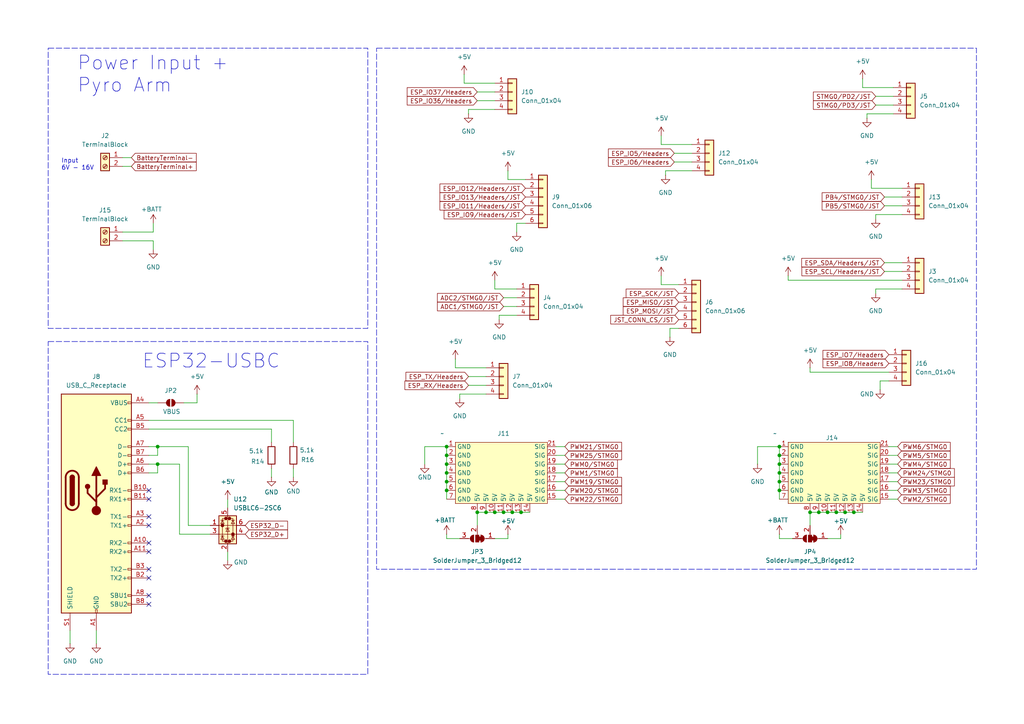
<source format=kicad_sch>
(kicad_sch
	(version 20231120)
	(generator "eeschema")
	(generator_version "8.0")
	(uuid "83cd0b88-8af0-4918-9379-17de96fb0388")
	(paper "A4")
	(title_block
		(title "General Purpose Avionics")
		(date "2024-03-17")
		(rev "B")
	)
	(lib_symbols
		(symbol "Connector:Screw_Terminal_01x02"
			(pin_names
				(offset 1.016) hide)
			(exclude_from_sim no)
			(in_bom yes)
			(on_board yes)
			(property "Reference" "J"
				(at 0 2.54 0)
				(effects
					(font
						(size 1.27 1.27)
					)
				)
			)
			(property "Value" "Screw_Terminal_01x02"
				(at 0 -5.08 0)
				(effects
					(font
						(size 1.27 1.27)
					)
				)
			)
			(property "Footprint" ""
				(at 0 0 0)
				(effects
					(font
						(size 1.27 1.27)
					)
					(hide yes)
				)
			)
			(property "Datasheet" "~"
				(at 0 0 0)
				(effects
					(font
						(size 1.27 1.27)
					)
					(hide yes)
				)
			)
			(property "Description" "Generic screw terminal, single row, 01x02, script generated (kicad-library-utils/schlib/autogen/connector/)"
				(at 0 0 0)
				(effects
					(font
						(size 1.27 1.27)
					)
					(hide yes)
				)
			)
			(property "ki_keywords" "screw terminal"
				(at 0 0 0)
				(effects
					(font
						(size 1.27 1.27)
					)
					(hide yes)
				)
			)
			(property "ki_fp_filters" "TerminalBlock*:*"
				(at 0 0 0)
				(effects
					(font
						(size 1.27 1.27)
					)
					(hide yes)
				)
			)
			(symbol "Screw_Terminal_01x02_1_1"
				(rectangle
					(start -1.27 1.27)
					(end 1.27 -3.81)
					(stroke
						(width 0.254)
						(type default)
					)
					(fill
						(type background)
					)
				)
				(circle
					(center 0 -2.54)
					(radius 0.635)
					(stroke
						(width 0.1524)
						(type default)
					)
					(fill
						(type none)
					)
				)
				(polyline
					(pts
						(xy -0.5334 -2.2098) (xy 0.3302 -3.048)
					)
					(stroke
						(width 0.1524)
						(type default)
					)
					(fill
						(type none)
					)
				)
				(polyline
					(pts
						(xy -0.5334 0.3302) (xy 0.3302 -0.508)
					)
					(stroke
						(width 0.1524)
						(type default)
					)
					(fill
						(type none)
					)
				)
				(polyline
					(pts
						(xy -0.3556 -2.032) (xy 0.508 -2.8702)
					)
					(stroke
						(width 0.1524)
						(type default)
					)
					(fill
						(type none)
					)
				)
				(polyline
					(pts
						(xy -0.3556 0.508) (xy 0.508 -0.3302)
					)
					(stroke
						(width 0.1524)
						(type default)
					)
					(fill
						(type none)
					)
				)
				(circle
					(center 0 0)
					(radius 0.635)
					(stroke
						(width 0.1524)
						(type default)
					)
					(fill
						(type none)
					)
				)
				(pin passive line
					(at -5.08 0 0)
					(length 3.81)
					(name "Pin_1"
						(effects
							(font
								(size 1.27 1.27)
							)
						)
					)
					(number "1"
						(effects
							(font
								(size 1.27 1.27)
							)
						)
					)
				)
				(pin passive line
					(at -5.08 -2.54 0)
					(length 3.81)
					(name "Pin_2"
						(effects
							(font
								(size 1.27 1.27)
							)
						)
					)
					(number "2"
						(effects
							(font
								(size 1.27 1.27)
							)
						)
					)
				)
			)
		)
		(symbol "Connector:USB_C_Receptacle"
			(pin_names
				(offset 1.016)
			)
			(exclude_from_sim no)
			(in_bom yes)
			(on_board yes)
			(property "Reference" "J"
				(at -10.16 29.21 0)
				(effects
					(font
						(size 1.27 1.27)
					)
					(justify left)
				)
			)
			(property "Value" "USB_C_Receptacle"
				(at 10.16 29.21 0)
				(effects
					(font
						(size 1.27 1.27)
					)
					(justify right)
				)
			)
			(property "Footprint" ""
				(at 3.81 0 0)
				(effects
					(font
						(size 1.27 1.27)
					)
					(hide yes)
				)
			)
			(property "Datasheet" "https://www.usb.org/sites/default/files/documents/usb_type-c.zip"
				(at 3.81 0 0)
				(effects
					(font
						(size 1.27 1.27)
					)
					(hide yes)
				)
			)
			(property "Description" "USB Full-Featured Type-C Receptacle connector"
				(at 0 0 0)
				(effects
					(font
						(size 1.27 1.27)
					)
					(hide yes)
				)
			)
			(property "ki_keywords" "usb universal serial bus type-C full-featured"
				(at 0 0 0)
				(effects
					(font
						(size 1.27 1.27)
					)
					(hide yes)
				)
			)
			(property "ki_fp_filters" "USB*C*Receptacle*"
				(at 0 0 0)
				(effects
					(font
						(size 1.27 1.27)
					)
					(hide yes)
				)
			)
			(symbol "USB_C_Receptacle_0_0"
				(rectangle
					(start -0.254 -35.56)
					(end 0.254 -34.544)
					(stroke
						(width 0)
						(type default)
					)
					(fill
						(type none)
					)
				)
				(rectangle
					(start 10.16 -32.766)
					(end 9.144 -33.274)
					(stroke
						(width 0)
						(type default)
					)
					(fill
						(type none)
					)
				)
				(rectangle
					(start 10.16 -30.226)
					(end 9.144 -30.734)
					(stroke
						(width 0)
						(type default)
					)
					(fill
						(type none)
					)
				)
				(rectangle
					(start 10.16 -25.146)
					(end 9.144 -25.654)
					(stroke
						(width 0)
						(type default)
					)
					(fill
						(type none)
					)
				)
				(rectangle
					(start 10.16 -22.606)
					(end 9.144 -23.114)
					(stroke
						(width 0)
						(type default)
					)
					(fill
						(type none)
					)
				)
				(rectangle
					(start 10.16 -17.526)
					(end 9.144 -18.034)
					(stroke
						(width 0)
						(type default)
					)
					(fill
						(type none)
					)
				)
				(rectangle
					(start 10.16 -14.986)
					(end 9.144 -15.494)
					(stroke
						(width 0)
						(type default)
					)
					(fill
						(type none)
					)
				)
				(rectangle
					(start 10.16 -9.906)
					(end 9.144 -10.414)
					(stroke
						(width 0)
						(type default)
					)
					(fill
						(type none)
					)
				)
				(rectangle
					(start 10.16 -7.366)
					(end 9.144 -7.874)
					(stroke
						(width 0)
						(type default)
					)
					(fill
						(type none)
					)
				)
				(rectangle
					(start 10.16 -2.286)
					(end 9.144 -2.794)
					(stroke
						(width 0)
						(type default)
					)
					(fill
						(type none)
					)
				)
				(rectangle
					(start 10.16 0.254)
					(end 9.144 -0.254)
					(stroke
						(width 0)
						(type default)
					)
					(fill
						(type none)
					)
				)
				(rectangle
					(start 10.16 5.334)
					(end 9.144 4.826)
					(stroke
						(width 0)
						(type default)
					)
					(fill
						(type none)
					)
				)
				(rectangle
					(start 10.16 7.874)
					(end 9.144 7.366)
					(stroke
						(width 0)
						(type default)
					)
					(fill
						(type none)
					)
				)
				(rectangle
					(start 10.16 10.414)
					(end 9.144 9.906)
					(stroke
						(width 0)
						(type default)
					)
					(fill
						(type none)
					)
				)
				(rectangle
					(start 10.16 12.954)
					(end 9.144 12.446)
					(stroke
						(width 0)
						(type default)
					)
					(fill
						(type none)
					)
				)
				(rectangle
					(start 10.16 18.034)
					(end 9.144 17.526)
					(stroke
						(width 0)
						(type default)
					)
					(fill
						(type none)
					)
				)
				(rectangle
					(start 10.16 20.574)
					(end 9.144 20.066)
					(stroke
						(width 0)
						(type default)
					)
					(fill
						(type none)
					)
				)
				(rectangle
					(start 10.16 25.654)
					(end 9.144 25.146)
					(stroke
						(width 0)
						(type default)
					)
					(fill
						(type none)
					)
				)
			)
			(symbol "USB_C_Receptacle_0_1"
				(rectangle
					(start -10.16 27.94)
					(end 10.16 -35.56)
					(stroke
						(width 0.254)
						(type default)
					)
					(fill
						(type background)
					)
				)
				(arc
					(start -8.89 -3.81)
					(mid -6.985 -5.7067)
					(end -5.08 -3.81)
					(stroke
						(width 0.508)
						(type default)
					)
					(fill
						(type none)
					)
				)
				(arc
					(start -7.62 -3.81)
					(mid -6.985 -4.4423)
					(end -6.35 -3.81)
					(stroke
						(width 0.254)
						(type default)
					)
					(fill
						(type none)
					)
				)
				(arc
					(start -7.62 -3.81)
					(mid -6.985 -4.4423)
					(end -6.35 -3.81)
					(stroke
						(width 0.254)
						(type default)
					)
					(fill
						(type outline)
					)
				)
				(rectangle
					(start -7.62 -3.81)
					(end -6.35 3.81)
					(stroke
						(width 0.254)
						(type default)
					)
					(fill
						(type outline)
					)
				)
				(arc
					(start -6.35 3.81)
					(mid -6.985 4.4423)
					(end -7.62 3.81)
					(stroke
						(width 0.254)
						(type default)
					)
					(fill
						(type none)
					)
				)
				(arc
					(start -6.35 3.81)
					(mid -6.985 4.4423)
					(end -7.62 3.81)
					(stroke
						(width 0.254)
						(type default)
					)
					(fill
						(type outline)
					)
				)
				(arc
					(start -5.08 3.81)
					(mid -6.985 5.7067)
					(end -8.89 3.81)
					(stroke
						(width 0.508)
						(type default)
					)
					(fill
						(type none)
					)
				)
				(polyline
					(pts
						(xy -8.89 -3.81) (xy -8.89 3.81)
					)
					(stroke
						(width 0.508)
						(type default)
					)
					(fill
						(type none)
					)
				)
				(polyline
					(pts
						(xy -5.08 3.81) (xy -5.08 -3.81)
					)
					(stroke
						(width 0.508)
						(type default)
					)
					(fill
						(type none)
					)
				)
			)
			(symbol "USB_C_Receptacle_1_1"
				(circle
					(center -2.54 1.143)
					(radius 0.635)
					(stroke
						(width 0.254)
						(type default)
					)
					(fill
						(type outline)
					)
				)
				(circle
					(center 0 -5.842)
					(radius 1.27)
					(stroke
						(width 0)
						(type default)
					)
					(fill
						(type outline)
					)
				)
				(polyline
					(pts
						(xy 0 -5.842) (xy 0 4.318)
					)
					(stroke
						(width 0.508)
						(type default)
					)
					(fill
						(type none)
					)
				)
				(polyline
					(pts
						(xy 0 -3.302) (xy -2.54 -0.762) (xy -2.54 0.508)
					)
					(stroke
						(width 0.508)
						(type default)
					)
					(fill
						(type none)
					)
				)
				(polyline
					(pts
						(xy 0 -2.032) (xy 2.54 0.508) (xy 2.54 1.778)
					)
					(stroke
						(width 0.508)
						(type default)
					)
					(fill
						(type none)
					)
				)
				(polyline
					(pts
						(xy -1.27 4.318) (xy 0 6.858) (xy 1.27 4.318) (xy -1.27 4.318)
					)
					(stroke
						(width 0.254)
						(type default)
					)
					(fill
						(type outline)
					)
				)
				(rectangle
					(start 1.905 1.778)
					(end 3.175 3.048)
					(stroke
						(width 0.254)
						(type default)
					)
					(fill
						(type outline)
					)
				)
				(pin passive line
					(at 0 -40.64 90)
					(length 5.08)
					(name "GND"
						(effects
							(font
								(size 1.27 1.27)
							)
						)
					)
					(number "A1"
						(effects
							(font
								(size 1.27 1.27)
							)
						)
					)
				)
				(pin bidirectional line
					(at 15.24 -15.24 180)
					(length 5.08)
					(name "RX2-"
						(effects
							(font
								(size 1.27 1.27)
							)
						)
					)
					(number "A10"
						(effects
							(font
								(size 1.27 1.27)
							)
						)
					)
				)
				(pin bidirectional line
					(at 15.24 -17.78 180)
					(length 5.08)
					(name "RX2+"
						(effects
							(font
								(size 1.27 1.27)
							)
						)
					)
					(number "A11"
						(effects
							(font
								(size 1.27 1.27)
							)
						)
					)
				)
				(pin passive line
					(at 0 -40.64 90)
					(length 5.08) hide
					(name "GND"
						(effects
							(font
								(size 1.27 1.27)
							)
						)
					)
					(number "A12"
						(effects
							(font
								(size 1.27 1.27)
							)
						)
					)
				)
				(pin bidirectional line
					(at 15.24 -10.16 180)
					(length 5.08)
					(name "TX1+"
						(effects
							(font
								(size 1.27 1.27)
							)
						)
					)
					(number "A2"
						(effects
							(font
								(size 1.27 1.27)
							)
						)
					)
				)
				(pin bidirectional line
					(at 15.24 -7.62 180)
					(length 5.08)
					(name "TX1-"
						(effects
							(font
								(size 1.27 1.27)
							)
						)
					)
					(number "A3"
						(effects
							(font
								(size 1.27 1.27)
							)
						)
					)
				)
				(pin passive line
					(at 15.24 25.4 180)
					(length 5.08)
					(name "VBUS"
						(effects
							(font
								(size 1.27 1.27)
							)
						)
					)
					(number "A4"
						(effects
							(font
								(size 1.27 1.27)
							)
						)
					)
				)
				(pin bidirectional line
					(at 15.24 20.32 180)
					(length 5.08)
					(name "CC1"
						(effects
							(font
								(size 1.27 1.27)
							)
						)
					)
					(number "A5"
						(effects
							(font
								(size 1.27 1.27)
							)
						)
					)
				)
				(pin bidirectional line
					(at 15.24 7.62 180)
					(length 5.08)
					(name "D+"
						(effects
							(font
								(size 1.27 1.27)
							)
						)
					)
					(number "A6"
						(effects
							(font
								(size 1.27 1.27)
							)
						)
					)
				)
				(pin bidirectional line
					(at 15.24 12.7 180)
					(length 5.08)
					(name "D-"
						(effects
							(font
								(size 1.27 1.27)
							)
						)
					)
					(number "A7"
						(effects
							(font
								(size 1.27 1.27)
							)
						)
					)
				)
				(pin bidirectional line
					(at 15.24 -30.48 180)
					(length 5.08)
					(name "SBU1"
						(effects
							(font
								(size 1.27 1.27)
							)
						)
					)
					(number "A8"
						(effects
							(font
								(size 1.27 1.27)
							)
						)
					)
				)
				(pin passive line
					(at 15.24 25.4 180)
					(length 5.08) hide
					(name "VBUS"
						(effects
							(font
								(size 1.27 1.27)
							)
						)
					)
					(number "A9"
						(effects
							(font
								(size 1.27 1.27)
							)
						)
					)
				)
				(pin passive line
					(at 0 -40.64 90)
					(length 5.08) hide
					(name "GND"
						(effects
							(font
								(size 1.27 1.27)
							)
						)
					)
					(number "B1"
						(effects
							(font
								(size 1.27 1.27)
							)
						)
					)
				)
				(pin bidirectional line
					(at 15.24 0 180)
					(length 5.08)
					(name "RX1-"
						(effects
							(font
								(size 1.27 1.27)
							)
						)
					)
					(number "B10"
						(effects
							(font
								(size 1.27 1.27)
							)
						)
					)
				)
				(pin bidirectional line
					(at 15.24 -2.54 180)
					(length 5.08)
					(name "RX1+"
						(effects
							(font
								(size 1.27 1.27)
							)
						)
					)
					(number "B11"
						(effects
							(font
								(size 1.27 1.27)
							)
						)
					)
				)
				(pin passive line
					(at 0 -40.64 90)
					(length 5.08) hide
					(name "GND"
						(effects
							(font
								(size 1.27 1.27)
							)
						)
					)
					(number "B12"
						(effects
							(font
								(size 1.27 1.27)
							)
						)
					)
				)
				(pin bidirectional line
					(at 15.24 -25.4 180)
					(length 5.08)
					(name "TX2+"
						(effects
							(font
								(size 1.27 1.27)
							)
						)
					)
					(number "B2"
						(effects
							(font
								(size 1.27 1.27)
							)
						)
					)
				)
				(pin bidirectional line
					(at 15.24 -22.86 180)
					(length 5.08)
					(name "TX2-"
						(effects
							(font
								(size 1.27 1.27)
							)
						)
					)
					(number "B3"
						(effects
							(font
								(size 1.27 1.27)
							)
						)
					)
				)
				(pin passive line
					(at 15.24 25.4 180)
					(length 5.08) hide
					(name "VBUS"
						(effects
							(font
								(size 1.27 1.27)
							)
						)
					)
					(number "B4"
						(effects
							(font
								(size 1.27 1.27)
							)
						)
					)
				)
				(pin bidirectional line
					(at 15.24 17.78 180)
					(length 5.08)
					(name "CC2"
						(effects
							(font
								(size 1.27 1.27)
							)
						)
					)
					(number "B5"
						(effects
							(font
								(size 1.27 1.27)
							)
						)
					)
				)
				(pin bidirectional line
					(at 15.24 5.08 180)
					(length 5.08)
					(name "D+"
						(effects
							(font
								(size 1.27 1.27)
							)
						)
					)
					(number "B6"
						(effects
							(font
								(size 1.27 1.27)
							)
						)
					)
				)
				(pin bidirectional line
					(at 15.24 10.16 180)
					(length 5.08)
					(name "D-"
						(effects
							(font
								(size 1.27 1.27)
							)
						)
					)
					(number "B7"
						(effects
							(font
								(size 1.27 1.27)
							)
						)
					)
				)
				(pin bidirectional line
					(at 15.24 -33.02 180)
					(length 5.08)
					(name "SBU2"
						(effects
							(font
								(size 1.27 1.27)
							)
						)
					)
					(number "B8"
						(effects
							(font
								(size 1.27 1.27)
							)
						)
					)
				)
				(pin passive line
					(at 15.24 25.4 180)
					(length 5.08) hide
					(name "VBUS"
						(effects
							(font
								(size 1.27 1.27)
							)
						)
					)
					(number "B9"
						(effects
							(font
								(size 1.27 1.27)
							)
						)
					)
				)
				(pin passive line
					(at -7.62 -40.64 90)
					(length 5.08)
					(name "SHIELD"
						(effects
							(font
								(size 1.27 1.27)
							)
						)
					)
					(number "S1"
						(effects
							(font
								(size 1.27 1.27)
							)
						)
					)
				)
			)
		)
		(symbol "Connector_Generic:Conn_01x04"
			(pin_names
				(offset 1.016) hide)
			(exclude_from_sim no)
			(in_bom yes)
			(on_board yes)
			(property "Reference" "J"
				(at 0 5.08 0)
				(effects
					(font
						(size 1.27 1.27)
					)
				)
			)
			(property "Value" "Conn_01x04"
				(at 0 -7.62 0)
				(effects
					(font
						(size 1.27 1.27)
					)
				)
			)
			(property "Footprint" ""
				(at 0 0 0)
				(effects
					(font
						(size 1.27 1.27)
					)
					(hide yes)
				)
			)
			(property "Datasheet" "~"
				(at 0 0 0)
				(effects
					(font
						(size 1.27 1.27)
					)
					(hide yes)
				)
			)
			(property "Description" "Generic connector, single row, 01x04, script generated (kicad-library-utils/schlib/autogen/connector/)"
				(at 0 0 0)
				(effects
					(font
						(size 1.27 1.27)
					)
					(hide yes)
				)
			)
			(property "ki_keywords" "connector"
				(at 0 0 0)
				(effects
					(font
						(size 1.27 1.27)
					)
					(hide yes)
				)
			)
			(property "ki_fp_filters" "Connector*:*_1x??_*"
				(at 0 0 0)
				(effects
					(font
						(size 1.27 1.27)
					)
					(hide yes)
				)
			)
			(symbol "Conn_01x04_1_1"
				(rectangle
					(start -1.27 -4.953)
					(end 0 -5.207)
					(stroke
						(width 0.1524)
						(type default)
					)
					(fill
						(type none)
					)
				)
				(rectangle
					(start -1.27 -2.413)
					(end 0 -2.667)
					(stroke
						(width 0.1524)
						(type default)
					)
					(fill
						(type none)
					)
				)
				(rectangle
					(start -1.27 0.127)
					(end 0 -0.127)
					(stroke
						(width 0.1524)
						(type default)
					)
					(fill
						(type none)
					)
				)
				(rectangle
					(start -1.27 2.667)
					(end 0 2.413)
					(stroke
						(width 0.1524)
						(type default)
					)
					(fill
						(type none)
					)
				)
				(rectangle
					(start -1.27 3.81)
					(end 1.27 -6.35)
					(stroke
						(width 0.254)
						(type default)
					)
					(fill
						(type background)
					)
				)
				(pin passive line
					(at -5.08 2.54 0)
					(length 3.81)
					(name "Pin_1"
						(effects
							(font
								(size 1.27 1.27)
							)
						)
					)
					(number "1"
						(effects
							(font
								(size 1.27 1.27)
							)
						)
					)
				)
				(pin passive line
					(at -5.08 0 0)
					(length 3.81)
					(name "Pin_2"
						(effects
							(font
								(size 1.27 1.27)
							)
						)
					)
					(number "2"
						(effects
							(font
								(size 1.27 1.27)
							)
						)
					)
				)
				(pin passive line
					(at -5.08 -2.54 0)
					(length 3.81)
					(name "Pin_3"
						(effects
							(font
								(size 1.27 1.27)
							)
						)
					)
					(number "3"
						(effects
							(font
								(size 1.27 1.27)
							)
						)
					)
				)
				(pin passive line
					(at -5.08 -5.08 0)
					(length 3.81)
					(name "Pin_4"
						(effects
							(font
								(size 1.27 1.27)
							)
						)
					)
					(number "4"
						(effects
							(font
								(size 1.27 1.27)
							)
						)
					)
				)
			)
		)
		(symbol "Connector_Generic:Conn_01x06"
			(pin_names
				(offset 1.016) hide)
			(exclude_from_sim no)
			(in_bom yes)
			(on_board yes)
			(property "Reference" "J"
				(at 0 7.62 0)
				(effects
					(font
						(size 1.27 1.27)
					)
				)
			)
			(property "Value" "Conn_01x06"
				(at 0 -10.16 0)
				(effects
					(font
						(size 1.27 1.27)
					)
				)
			)
			(property "Footprint" ""
				(at 0 0 0)
				(effects
					(font
						(size 1.27 1.27)
					)
					(hide yes)
				)
			)
			(property "Datasheet" "~"
				(at 0 0 0)
				(effects
					(font
						(size 1.27 1.27)
					)
					(hide yes)
				)
			)
			(property "Description" "Generic connector, single row, 01x06, script generated (kicad-library-utils/schlib/autogen/connector/)"
				(at 0 0 0)
				(effects
					(font
						(size 1.27 1.27)
					)
					(hide yes)
				)
			)
			(property "ki_keywords" "connector"
				(at 0 0 0)
				(effects
					(font
						(size 1.27 1.27)
					)
					(hide yes)
				)
			)
			(property "ki_fp_filters" "Connector*:*_1x??_*"
				(at 0 0 0)
				(effects
					(font
						(size 1.27 1.27)
					)
					(hide yes)
				)
			)
			(symbol "Conn_01x06_1_1"
				(rectangle
					(start -1.27 -7.493)
					(end 0 -7.747)
					(stroke
						(width 0.1524)
						(type default)
					)
					(fill
						(type none)
					)
				)
				(rectangle
					(start -1.27 -4.953)
					(end 0 -5.207)
					(stroke
						(width 0.1524)
						(type default)
					)
					(fill
						(type none)
					)
				)
				(rectangle
					(start -1.27 -2.413)
					(end 0 -2.667)
					(stroke
						(width 0.1524)
						(type default)
					)
					(fill
						(type none)
					)
				)
				(rectangle
					(start -1.27 0.127)
					(end 0 -0.127)
					(stroke
						(width 0.1524)
						(type default)
					)
					(fill
						(type none)
					)
				)
				(rectangle
					(start -1.27 2.667)
					(end 0 2.413)
					(stroke
						(width 0.1524)
						(type default)
					)
					(fill
						(type none)
					)
				)
				(rectangle
					(start -1.27 5.207)
					(end 0 4.953)
					(stroke
						(width 0.1524)
						(type default)
					)
					(fill
						(type none)
					)
				)
				(rectangle
					(start -1.27 6.35)
					(end 1.27 -8.89)
					(stroke
						(width 0.254)
						(type default)
					)
					(fill
						(type background)
					)
				)
				(pin passive line
					(at -5.08 5.08 0)
					(length 3.81)
					(name "Pin_1"
						(effects
							(font
								(size 1.27 1.27)
							)
						)
					)
					(number "1"
						(effects
							(font
								(size 1.27 1.27)
							)
						)
					)
				)
				(pin passive line
					(at -5.08 2.54 0)
					(length 3.81)
					(name "Pin_2"
						(effects
							(font
								(size 1.27 1.27)
							)
						)
					)
					(number "2"
						(effects
							(font
								(size 1.27 1.27)
							)
						)
					)
				)
				(pin passive line
					(at -5.08 0 0)
					(length 3.81)
					(name "Pin_3"
						(effects
							(font
								(size 1.27 1.27)
							)
						)
					)
					(number "3"
						(effects
							(font
								(size 1.27 1.27)
							)
						)
					)
				)
				(pin passive line
					(at -5.08 -2.54 0)
					(length 3.81)
					(name "Pin_4"
						(effects
							(font
								(size 1.27 1.27)
							)
						)
					)
					(number "4"
						(effects
							(font
								(size 1.27 1.27)
							)
						)
					)
				)
				(pin passive line
					(at -5.08 -5.08 0)
					(length 3.81)
					(name "Pin_5"
						(effects
							(font
								(size 1.27 1.27)
							)
						)
					)
					(number "5"
						(effects
							(font
								(size 1.27 1.27)
							)
						)
					)
				)
				(pin passive line
					(at -5.08 -7.62 0)
					(length 3.81)
					(name "Pin_6"
						(effects
							(font
								(size 1.27 1.27)
							)
						)
					)
					(number "6"
						(effects
							(font
								(size 1.27 1.27)
							)
						)
					)
				)
			)
		)
		(symbol "CustomLibrary:Conn03x05"
			(exclude_from_sim no)
			(in_bom yes)
			(on_board yes)
			(property "Reference" "J"
				(at 0 0 0)
				(effects
					(font
						(size 1.27 1.27)
					)
				)
			)
			(property "Value" ""
				(at 0 0 0)
				(effects
					(font
						(size 1.27 1.27)
					)
				)
			)
			(property "Footprint" "CustomFootprints:PinHeader_3x05_P2.54mm_Vertical"
				(at 33.02 2.54 0)
				(effects
					(font
						(size 1.27 1.27)
					)
					(hide yes)
				)
			)
			(property "Datasheet" ""
				(at 0 0 0)
				(effects
					(font
						(size 1.27 1.27)
					)
					(hide yes)
				)
			)
			(property "Description" ""
				(at 0 0 0)
				(effects
					(font
						(size 1.27 1.27)
					)
					(hide yes)
				)
			)
			(symbol "Conn03x05_1_1"
				(rectangle
					(start 3.81 -2.54)
					(end 30.48 -20.32)
					(stroke
						(width 0)
						(type default)
					)
					(fill
						(type background)
					)
				)
				(pin power_in line
					(at 1.27 -3.81 0)
					(length 2.54)
					(name "GND"
						(effects
							(font
								(size 1.27 1.27)
							)
						)
					)
					(number "1"
						(effects
							(font
								(size 1.27 1.27)
							)
						)
					)
				)
				(pin power_in line
					(at 15.24 -22.86 90)
					(length 2.54)
					(name "5V"
						(effects
							(font
								(size 1.27 1.27)
							)
						)
					)
					(number "10"
						(effects
							(font
								(size 1.27 1.27)
							)
						)
					)
				)
				(pin power_in line
					(at 17.78 -22.86 90)
					(length 2.54)
					(name "5V"
						(effects
							(font
								(size 1.27 1.27)
							)
						)
					)
					(number "11"
						(effects
							(font
								(size 1.27 1.27)
							)
						)
					)
				)
				(pin power_in line
					(at 20.32 -22.86 90)
					(length 2.54)
					(name "5V"
						(effects
							(font
								(size 1.27 1.27)
							)
						)
					)
					(number "12"
						(effects
							(font
								(size 1.27 1.27)
							)
						)
					)
				)
				(pin power_in line
					(at 22.86 -22.86 90)
					(length 2.54)
					(name "5V"
						(effects
							(font
								(size 1.27 1.27)
							)
						)
					)
					(number "13"
						(effects
							(font
								(size 1.27 1.27)
							)
						)
					)
				)
				(pin power_in line
					(at 25.4 -22.86 90)
					(length 2.54)
					(name "5V"
						(effects
							(font
								(size 1.27 1.27)
							)
						)
					)
					(number "14"
						(effects
							(font
								(size 1.27 1.27)
							)
						)
					)
				)
				(pin bidirectional line
					(at 33.02 -19.05 180)
					(length 2.54)
					(name "SIG"
						(effects
							(font
								(size 1.27 1.27)
							)
						)
					)
					(number "15"
						(effects
							(font
								(size 1.27 1.27)
							)
						)
					)
				)
				(pin bidirectional line
					(at 33.02 -16.51 180)
					(length 2.54)
					(name "SIG"
						(effects
							(font
								(size 1.27 1.27)
							)
						)
					)
					(number "16"
						(effects
							(font
								(size 1.27 1.27)
							)
						)
					)
				)
				(pin bidirectional line
					(at 33.02 -13.97 180)
					(length 2.54)
					(name "SIG"
						(effects
							(font
								(size 1.27 1.27)
							)
						)
					)
					(number "17"
						(effects
							(font
								(size 1.27 1.27)
							)
						)
					)
				)
				(pin bidirectional line
					(at 33.02 -11.43 180)
					(length 2.54)
					(name "SIG"
						(effects
							(font
								(size 1.27 1.27)
							)
						)
					)
					(number "18"
						(effects
							(font
								(size 1.27 1.27)
							)
						)
					)
				)
				(pin bidirectional line
					(at 33.02 -8.89 180)
					(length 2.54)
					(name "SIG"
						(effects
							(font
								(size 1.27 1.27)
							)
						)
					)
					(number "19"
						(effects
							(font
								(size 1.27 1.27)
							)
						)
					)
				)
				(pin power_in line
					(at 1.27 -6.35 0)
					(length 2.54)
					(name "GND"
						(effects
							(font
								(size 1.27 1.27)
							)
						)
					)
					(number "2"
						(effects
							(font
								(size 1.27 1.27)
							)
						)
					)
				)
				(pin bidirectional line
					(at 33.02 -6.35 180)
					(length 2.54)
					(name "SIG"
						(effects
							(font
								(size 1.27 1.27)
							)
						)
					)
					(number "20"
						(effects
							(font
								(size 1.27 1.27)
							)
						)
					)
				)
				(pin bidirectional line
					(at 33.02 -3.81 180)
					(length 2.54)
					(name "SIG"
						(effects
							(font
								(size 1.27 1.27)
							)
						)
					)
					(number "21"
						(effects
							(font
								(size 1.27 1.27)
							)
						)
					)
				)
				(pin power_in line
					(at 1.27 -8.89 0)
					(length 2.54)
					(name "GND"
						(effects
							(font
								(size 1.27 1.27)
							)
						)
					)
					(number "3"
						(effects
							(font
								(size 1.27 1.27)
							)
						)
					)
				)
				(pin power_in line
					(at 1.27 -11.43 0)
					(length 2.54)
					(name "GND"
						(effects
							(font
								(size 1.27 1.27)
							)
						)
					)
					(number "4"
						(effects
							(font
								(size 1.27 1.27)
							)
						)
					)
				)
				(pin power_in line
					(at 1.27 -13.97 0)
					(length 2.54)
					(name "GND"
						(effects
							(font
								(size 1.27 1.27)
							)
						)
					)
					(number "5"
						(effects
							(font
								(size 1.27 1.27)
							)
						)
					)
				)
				(pin power_in line
					(at 1.27 -16.51 0)
					(length 2.54)
					(name "GND"
						(effects
							(font
								(size 1.27 1.27)
							)
						)
					)
					(number "6"
						(effects
							(font
								(size 1.27 1.27)
							)
						)
					)
				)
				(pin power_in line
					(at 1.27 -19.05 0)
					(length 2.54)
					(name "GND"
						(effects
							(font
								(size 1.27 1.27)
							)
						)
					)
					(number "7"
						(effects
							(font
								(size 1.27 1.27)
							)
						)
					)
				)
				(pin power_in line
					(at 10.16 -22.86 90)
					(length 2.54)
					(name "5V"
						(effects
							(font
								(size 1.27 1.27)
							)
						)
					)
					(number "8"
						(effects
							(font
								(size 1.27 1.27)
							)
						)
					)
				)
				(pin power_in line
					(at 12.7 -22.86 90)
					(length 2.54)
					(name "5V"
						(effects
							(font
								(size 1.27 1.27)
							)
						)
					)
					(number "9"
						(effects
							(font
								(size 1.27 1.27)
							)
						)
					)
				)
			)
		)
		(symbol "Device:R"
			(pin_numbers hide)
			(pin_names
				(offset 0)
			)
			(exclude_from_sim no)
			(in_bom yes)
			(on_board yes)
			(property "Reference" "R"
				(at 2.032 0 90)
				(effects
					(font
						(size 1.27 1.27)
					)
				)
			)
			(property "Value" "R"
				(at 0 0 90)
				(effects
					(font
						(size 1.27 1.27)
					)
				)
			)
			(property "Footprint" ""
				(at -1.778 0 90)
				(effects
					(font
						(size 1.27 1.27)
					)
					(hide yes)
				)
			)
			(property "Datasheet" "~"
				(at 0 0 0)
				(effects
					(font
						(size 1.27 1.27)
					)
					(hide yes)
				)
			)
			(property "Description" "Resistor"
				(at 0 0 0)
				(effects
					(font
						(size 1.27 1.27)
					)
					(hide yes)
				)
			)
			(property "ki_keywords" "R res resistor"
				(at 0 0 0)
				(effects
					(font
						(size 1.27 1.27)
					)
					(hide yes)
				)
			)
			(property "ki_fp_filters" "R_*"
				(at 0 0 0)
				(effects
					(font
						(size 1.27 1.27)
					)
					(hide yes)
				)
			)
			(symbol "R_0_1"
				(rectangle
					(start -1.016 -2.54)
					(end 1.016 2.54)
					(stroke
						(width 0.254)
						(type default)
					)
					(fill
						(type none)
					)
				)
			)
			(symbol "R_1_1"
				(pin passive line
					(at 0 3.81 270)
					(length 1.27)
					(name "~"
						(effects
							(font
								(size 1.27 1.27)
							)
						)
					)
					(number "1"
						(effects
							(font
								(size 1.27 1.27)
							)
						)
					)
				)
				(pin passive line
					(at 0 -3.81 90)
					(length 1.27)
					(name "~"
						(effects
							(font
								(size 1.27 1.27)
							)
						)
					)
					(number "2"
						(effects
							(font
								(size 1.27 1.27)
							)
						)
					)
				)
			)
		)
		(symbol "Jumper:SolderJumper_2_Open"
			(pin_numbers hide)
			(pin_names
				(offset 0) hide)
			(exclude_from_sim yes)
			(in_bom no)
			(on_board yes)
			(property "Reference" "JP"
				(at 0 2.032 0)
				(effects
					(font
						(size 1.27 1.27)
					)
				)
			)
			(property "Value" "SolderJumper_2_Open"
				(at 0 -2.54 0)
				(effects
					(font
						(size 1.27 1.27)
					)
				)
			)
			(property "Footprint" ""
				(at 0 0 0)
				(effects
					(font
						(size 1.27 1.27)
					)
					(hide yes)
				)
			)
			(property "Datasheet" "~"
				(at 0 0 0)
				(effects
					(font
						(size 1.27 1.27)
					)
					(hide yes)
				)
			)
			(property "Description" "Solder Jumper, 2-pole, open"
				(at 0 0 0)
				(effects
					(font
						(size 1.27 1.27)
					)
					(hide yes)
				)
			)
			(property "ki_keywords" "solder jumper SPST"
				(at 0 0 0)
				(effects
					(font
						(size 1.27 1.27)
					)
					(hide yes)
				)
			)
			(property "ki_fp_filters" "SolderJumper*Open*"
				(at 0 0 0)
				(effects
					(font
						(size 1.27 1.27)
					)
					(hide yes)
				)
			)
			(symbol "SolderJumper_2_Open_0_1"
				(arc
					(start -0.254 1.016)
					(mid -1.2656 0)
					(end -0.254 -1.016)
					(stroke
						(width 0)
						(type default)
					)
					(fill
						(type none)
					)
				)
				(arc
					(start -0.254 1.016)
					(mid -1.2656 0)
					(end -0.254 -1.016)
					(stroke
						(width 0)
						(type default)
					)
					(fill
						(type outline)
					)
				)
				(polyline
					(pts
						(xy -0.254 1.016) (xy -0.254 -1.016)
					)
					(stroke
						(width 0)
						(type default)
					)
					(fill
						(type none)
					)
				)
				(polyline
					(pts
						(xy 0.254 1.016) (xy 0.254 -1.016)
					)
					(stroke
						(width 0)
						(type default)
					)
					(fill
						(type none)
					)
				)
				(arc
					(start 0.254 -1.016)
					(mid 1.2656 0)
					(end 0.254 1.016)
					(stroke
						(width 0)
						(type default)
					)
					(fill
						(type none)
					)
				)
				(arc
					(start 0.254 -1.016)
					(mid 1.2656 0)
					(end 0.254 1.016)
					(stroke
						(width 0)
						(type default)
					)
					(fill
						(type outline)
					)
				)
			)
			(symbol "SolderJumper_2_Open_1_1"
				(pin passive line
					(at -3.81 0 0)
					(length 2.54)
					(name "A"
						(effects
							(font
								(size 1.27 1.27)
							)
						)
					)
					(number "1"
						(effects
							(font
								(size 1.27 1.27)
							)
						)
					)
				)
				(pin passive line
					(at 3.81 0 180)
					(length 2.54)
					(name "B"
						(effects
							(font
								(size 1.27 1.27)
							)
						)
					)
					(number "2"
						(effects
							(font
								(size 1.27 1.27)
							)
						)
					)
				)
			)
		)
		(symbol "Jumper:SolderJumper_3_Bridged12"
			(pin_names
				(offset 0) hide)
			(exclude_from_sim yes)
			(in_bom no)
			(on_board yes)
			(property "Reference" "JP"
				(at -2.54 -2.54 0)
				(effects
					(font
						(size 1.27 1.27)
					)
				)
			)
			(property "Value" "SolderJumper_3_Bridged12"
				(at 0 2.794 0)
				(effects
					(font
						(size 1.27 1.27)
					)
				)
			)
			(property "Footprint" ""
				(at 0 0 0)
				(effects
					(font
						(size 1.27 1.27)
					)
					(hide yes)
				)
			)
			(property "Datasheet" "~"
				(at 0 0 0)
				(effects
					(font
						(size 1.27 1.27)
					)
					(hide yes)
				)
			)
			(property "Description" "3-pole Solder Jumper, pins 1+2 closed/bridged"
				(at 0 0 0)
				(effects
					(font
						(size 1.27 1.27)
					)
					(hide yes)
				)
			)
			(property "ki_keywords" "Solder Jumper SPDT"
				(at 0 0 0)
				(effects
					(font
						(size 1.27 1.27)
					)
					(hide yes)
				)
			)
			(property "ki_fp_filters" "SolderJumper*Bridged12*"
				(at 0 0 0)
				(effects
					(font
						(size 1.27 1.27)
					)
					(hide yes)
				)
			)
			(symbol "SolderJumper_3_Bridged12_0_1"
				(rectangle
					(start -1.016 0.508)
					(end -0.508 -0.508)
					(stroke
						(width 0)
						(type default)
					)
					(fill
						(type outline)
					)
				)
				(arc
					(start -1.016 1.016)
					(mid -2.0276 0)
					(end -1.016 -1.016)
					(stroke
						(width 0)
						(type default)
					)
					(fill
						(type none)
					)
				)
				(arc
					(start -1.016 1.016)
					(mid -2.0276 0)
					(end -1.016 -1.016)
					(stroke
						(width 0)
						(type default)
					)
					(fill
						(type outline)
					)
				)
				(rectangle
					(start -0.508 1.016)
					(end 0.508 -1.016)
					(stroke
						(width 0)
						(type default)
					)
					(fill
						(type outline)
					)
				)
				(polyline
					(pts
						(xy -2.54 0) (xy -2.032 0)
					)
					(stroke
						(width 0)
						(type default)
					)
					(fill
						(type none)
					)
				)
				(polyline
					(pts
						(xy -1.016 1.016) (xy -1.016 -1.016)
					)
					(stroke
						(width 0)
						(type default)
					)
					(fill
						(type none)
					)
				)
				(polyline
					(pts
						(xy 0 -1.27) (xy 0 -1.016)
					)
					(stroke
						(width 0)
						(type default)
					)
					(fill
						(type none)
					)
				)
				(polyline
					(pts
						(xy 1.016 1.016) (xy 1.016 -1.016)
					)
					(stroke
						(width 0)
						(type default)
					)
					(fill
						(type none)
					)
				)
				(polyline
					(pts
						(xy 2.54 0) (xy 2.032 0)
					)
					(stroke
						(width 0)
						(type default)
					)
					(fill
						(type none)
					)
				)
				(arc
					(start 1.016 -1.016)
					(mid 2.0276 0)
					(end 1.016 1.016)
					(stroke
						(width 0)
						(type default)
					)
					(fill
						(type none)
					)
				)
				(arc
					(start 1.016 -1.016)
					(mid 2.0276 0)
					(end 1.016 1.016)
					(stroke
						(width 0)
						(type default)
					)
					(fill
						(type outline)
					)
				)
			)
			(symbol "SolderJumper_3_Bridged12_1_1"
				(pin passive line
					(at -5.08 0 0)
					(length 2.54)
					(name "A"
						(effects
							(font
								(size 1.27 1.27)
							)
						)
					)
					(number "1"
						(effects
							(font
								(size 1.27 1.27)
							)
						)
					)
				)
				(pin passive line
					(at 0 -3.81 90)
					(length 2.54)
					(name "C"
						(effects
							(font
								(size 1.27 1.27)
							)
						)
					)
					(number "2"
						(effects
							(font
								(size 1.27 1.27)
							)
						)
					)
				)
				(pin passive line
					(at 5.08 0 180)
					(length 2.54)
					(name "B"
						(effects
							(font
								(size 1.27 1.27)
							)
						)
					)
					(number "3"
						(effects
							(font
								(size 1.27 1.27)
							)
						)
					)
				)
			)
		)
		(symbol "Power_Protection:USBLC6-2SC6"
			(pin_names hide)
			(exclude_from_sim no)
			(in_bom yes)
			(on_board yes)
			(property "Reference" "U"
				(at 0.635 5.715 0)
				(effects
					(font
						(size 1.27 1.27)
					)
					(justify left)
				)
			)
			(property "Value" "USBLC6-2SC6"
				(at 0.635 3.81 0)
				(effects
					(font
						(size 1.27 1.27)
					)
					(justify left)
				)
			)
			(property "Footprint" "Package_TO_SOT_SMD:SOT-23-6"
				(at 1.27 -6.35 0)
				(effects
					(font
						(size 1.27 1.27)
						(italic yes)
					)
					(justify left)
					(hide yes)
				)
			)
			(property "Datasheet" "https://www.st.com/resource/en/datasheet/usblc6-2.pdf"
				(at 1.27 -8.255 0)
				(effects
					(font
						(size 1.27 1.27)
					)
					(justify left)
					(hide yes)
				)
			)
			(property "Description" "Very low capacitance ESD protection diode, 2 data-line, SOT-23-6"
				(at 0 0 0)
				(effects
					(font
						(size 1.27 1.27)
					)
					(hide yes)
				)
			)
			(property "ki_keywords" "usb ethernet video"
				(at 0 0 0)
				(effects
					(font
						(size 1.27 1.27)
					)
					(hide yes)
				)
			)
			(property "ki_fp_filters" "SOT?23*"
				(at 0 0 0)
				(effects
					(font
						(size 1.27 1.27)
					)
					(hide yes)
				)
			)
			(symbol "USBLC6-2SC6_0_0"
				(circle
					(center -1.524 0)
					(radius 0.0001)
					(stroke
						(width 0.508)
						(type default)
					)
					(fill
						(type none)
					)
				)
				(circle
					(center -0.508 -4.572)
					(radius 0.0001)
					(stroke
						(width 0.508)
						(type default)
					)
					(fill
						(type none)
					)
				)
				(circle
					(center -0.508 2.032)
					(radius 0.0001)
					(stroke
						(width 0.508)
						(type default)
					)
					(fill
						(type none)
					)
				)
				(circle
					(center 0.508 -4.572)
					(radius 0.0001)
					(stroke
						(width 0.508)
						(type default)
					)
					(fill
						(type none)
					)
				)
				(circle
					(center 0.508 2.032)
					(radius 0.0001)
					(stroke
						(width 0.508)
						(type default)
					)
					(fill
						(type none)
					)
				)
				(circle
					(center 1.524 -2.54)
					(radius 0.0001)
					(stroke
						(width 0.508)
						(type default)
					)
					(fill
						(type none)
					)
				)
			)
			(symbol "USBLC6-2SC6_0_1"
				(polyline
					(pts
						(xy -2.54 -2.54) (xy 2.54 -2.54)
					)
					(stroke
						(width 0)
						(type default)
					)
					(fill
						(type none)
					)
				)
				(polyline
					(pts
						(xy -2.54 0) (xy 2.54 0)
					)
					(stroke
						(width 0)
						(type default)
					)
					(fill
						(type none)
					)
				)
				(polyline
					(pts
						(xy -2.032 -3.048) (xy -1.016 -3.048)
					)
					(stroke
						(width 0)
						(type default)
					)
					(fill
						(type none)
					)
				)
				(polyline
					(pts
						(xy -1.016 1.524) (xy -2.032 1.524)
					)
					(stroke
						(width 0)
						(type default)
					)
					(fill
						(type none)
					)
				)
				(polyline
					(pts
						(xy 1.016 -3.048) (xy 2.032 -3.048)
					)
					(stroke
						(width 0)
						(type default)
					)
					(fill
						(type none)
					)
				)
				(polyline
					(pts
						(xy 1.016 1.524) (xy 2.032 1.524)
					)
					(stroke
						(width 0)
						(type default)
					)
					(fill
						(type none)
					)
				)
				(polyline
					(pts
						(xy -0.508 -1.143) (xy -0.508 -0.762) (xy 0.508 -0.762)
					)
					(stroke
						(width 0)
						(type default)
					)
					(fill
						(type none)
					)
				)
				(polyline
					(pts
						(xy -2.032 0.508) (xy -1.016 0.508) (xy -1.524 1.524) (xy -2.032 0.508)
					)
					(stroke
						(width 0)
						(type default)
					)
					(fill
						(type none)
					)
				)
				(polyline
					(pts
						(xy -1.016 -4.064) (xy -2.032 -4.064) (xy -1.524 -3.048) (xy -1.016 -4.064)
					)
					(stroke
						(width 0)
						(type default)
					)
					(fill
						(type none)
					)
				)
				(polyline
					(pts
						(xy 0.508 -1.778) (xy -0.508 -1.778) (xy 0 -0.762) (xy 0.508 -1.778)
					)
					(stroke
						(width 0)
						(type default)
					)
					(fill
						(type none)
					)
				)
				(polyline
					(pts
						(xy 2.032 -4.064) (xy 1.016 -4.064) (xy 1.524 -3.048) (xy 2.032 -4.064)
					)
					(stroke
						(width 0)
						(type default)
					)
					(fill
						(type none)
					)
				)
				(polyline
					(pts
						(xy 2.032 0.508) (xy 1.016 0.508) (xy 1.524 1.524) (xy 2.032 0.508)
					)
					(stroke
						(width 0)
						(type default)
					)
					(fill
						(type none)
					)
				)
				(polyline
					(pts
						(xy 0 2.54) (xy -0.508 2.032) (xy 0.508 2.032) (xy 0 1.524) (xy 0 -4.064) (xy -0.508 -4.572) (xy 0.508 -4.572)
						(xy 0 -5.08)
					)
					(stroke
						(width 0)
						(type default)
					)
					(fill
						(type none)
					)
				)
			)
			(symbol "USBLC6-2SC6_1_1"
				(rectangle
					(start -2.54 2.794)
					(end 2.54 -5.334)
					(stroke
						(width 0.254)
						(type default)
					)
					(fill
						(type background)
					)
				)
				(polyline
					(pts
						(xy -0.508 2.032) (xy -1.524 2.032) (xy -1.524 -4.572) (xy -0.508 -4.572)
					)
					(stroke
						(width 0)
						(type default)
					)
					(fill
						(type none)
					)
				)
				(polyline
					(pts
						(xy 0.508 -4.572) (xy 1.524 -4.572) (xy 1.524 2.032) (xy 0.508 2.032)
					)
					(stroke
						(width 0)
						(type default)
					)
					(fill
						(type none)
					)
				)
				(pin passive line
					(at -5.08 0 0)
					(length 2.54)
					(name "I/O1"
						(effects
							(font
								(size 1.27 1.27)
							)
						)
					)
					(number "1"
						(effects
							(font
								(size 1.27 1.27)
							)
						)
					)
				)
				(pin passive line
					(at 0 -7.62 90)
					(length 2.54)
					(name "GND"
						(effects
							(font
								(size 1.27 1.27)
							)
						)
					)
					(number "2"
						(effects
							(font
								(size 1.27 1.27)
							)
						)
					)
				)
				(pin passive line
					(at -5.08 -2.54 0)
					(length 2.54)
					(name "I/O2"
						(effects
							(font
								(size 1.27 1.27)
							)
						)
					)
					(number "3"
						(effects
							(font
								(size 1.27 1.27)
							)
						)
					)
				)
				(pin passive line
					(at 5.08 -2.54 180)
					(length 2.54)
					(name "I/O2"
						(effects
							(font
								(size 1.27 1.27)
							)
						)
					)
					(number "4"
						(effects
							(font
								(size 1.27 1.27)
							)
						)
					)
				)
				(pin passive line
					(at 0 5.08 270)
					(length 2.54)
					(name "VBUS"
						(effects
							(font
								(size 1.27 1.27)
							)
						)
					)
					(number "5"
						(effects
							(font
								(size 1.27 1.27)
							)
						)
					)
				)
				(pin passive line
					(at 5.08 0 180)
					(length 2.54)
					(name "I/O1"
						(effects
							(font
								(size 1.27 1.27)
							)
						)
					)
					(number "6"
						(effects
							(font
								(size 1.27 1.27)
							)
						)
					)
				)
			)
		)
		(symbol "power:+5V"
			(power)
			(pin_numbers hide)
			(pin_names
				(offset 0) hide)
			(exclude_from_sim no)
			(in_bom yes)
			(on_board yes)
			(property "Reference" "#PWR"
				(at 0 -3.81 0)
				(effects
					(font
						(size 1.27 1.27)
					)
					(hide yes)
				)
			)
			(property "Value" "+5V"
				(at 0 3.556 0)
				(effects
					(font
						(size 1.27 1.27)
					)
				)
			)
			(property "Footprint" ""
				(at 0 0 0)
				(effects
					(font
						(size 1.27 1.27)
					)
					(hide yes)
				)
			)
			(property "Datasheet" ""
				(at 0 0 0)
				(effects
					(font
						(size 1.27 1.27)
					)
					(hide yes)
				)
			)
			(property "Description" "Power symbol creates a global label with name \"+5V\""
				(at 0 0 0)
				(effects
					(font
						(size 1.27 1.27)
					)
					(hide yes)
				)
			)
			(property "ki_keywords" "global power"
				(at 0 0 0)
				(effects
					(font
						(size 1.27 1.27)
					)
					(hide yes)
				)
			)
			(symbol "+5V_0_1"
				(polyline
					(pts
						(xy -0.762 1.27) (xy 0 2.54)
					)
					(stroke
						(width 0)
						(type default)
					)
					(fill
						(type none)
					)
				)
				(polyline
					(pts
						(xy 0 0) (xy 0 2.54)
					)
					(stroke
						(width 0)
						(type default)
					)
					(fill
						(type none)
					)
				)
				(polyline
					(pts
						(xy 0 2.54) (xy 0.762 1.27)
					)
					(stroke
						(width 0)
						(type default)
					)
					(fill
						(type none)
					)
				)
			)
			(symbol "+5V_1_1"
				(pin power_in line
					(at 0 0 90)
					(length 0)
					(name "~"
						(effects
							(font
								(size 1.27 1.27)
							)
						)
					)
					(number "1"
						(effects
							(font
								(size 1.27 1.27)
							)
						)
					)
				)
			)
		)
		(symbol "power:+BATT"
			(power)
			(pin_numbers hide)
			(pin_names
				(offset 0) hide)
			(exclude_from_sim no)
			(in_bom yes)
			(on_board yes)
			(property "Reference" "#PWR"
				(at 0 -3.81 0)
				(effects
					(font
						(size 1.27 1.27)
					)
					(hide yes)
				)
			)
			(property "Value" "+BATT"
				(at 0 3.556 0)
				(effects
					(font
						(size 1.27 1.27)
					)
				)
			)
			(property "Footprint" ""
				(at 0 0 0)
				(effects
					(font
						(size 1.27 1.27)
					)
					(hide yes)
				)
			)
			(property "Datasheet" ""
				(at 0 0 0)
				(effects
					(font
						(size 1.27 1.27)
					)
					(hide yes)
				)
			)
			(property "Description" "Power symbol creates a global label with name \"+BATT\""
				(at 0 0 0)
				(effects
					(font
						(size 1.27 1.27)
					)
					(hide yes)
				)
			)
			(property "ki_keywords" "global power battery"
				(at 0 0 0)
				(effects
					(font
						(size 1.27 1.27)
					)
					(hide yes)
				)
			)
			(symbol "+BATT_0_1"
				(polyline
					(pts
						(xy -0.762 1.27) (xy 0 2.54)
					)
					(stroke
						(width 0)
						(type default)
					)
					(fill
						(type none)
					)
				)
				(polyline
					(pts
						(xy 0 0) (xy 0 2.54)
					)
					(stroke
						(width 0)
						(type default)
					)
					(fill
						(type none)
					)
				)
				(polyline
					(pts
						(xy 0 2.54) (xy 0.762 1.27)
					)
					(stroke
						(width 0)
						(type default)
					)
					(fill
						(type none)
					)
				)
			)
			(symbol "+BATT_1_1"
				(pin power_in line
					(at 0 0 90)
					(length 0)
					(name "~"
						(effects
							(font
								(size 1.27 1.27)
							)
						)
					)
					(number "1"
						(effects
							(font
								(size 1.27 1.27)
							)
						)
					)
				)
			)
		)
		(symbol "power:GND"
			(power)
			(pin_numbers hide)
			(pin_names
				(offset 0) hide)
			(exclude_from_sim no)
			(in_bom yes)
			(on_board yes)
			(property "Reference" "#PWR"
				(at 0 -6.35 0)
				(effects
					(font
						(size 1.27 1.27)
					)
					(hide yes)
				)
			)
			(property "Value" "GND"
				(at 0 -3.81 0)
				(effects
					(font
						(size 1.27 1.27)
					)
				)
			)
			(property "Footprint" ""
				(at 0 0 0)
				(effects
					(font
						(size 1.27 1.27)
					)
					(hide yes)
				)
			)
			(property "Datasheet" ""
				(at 0 0 0)
				(effects
					(font
						(size 1.27 1.27)
					)
					(hide yes)
				)
			)
			(property "Description" "Power symbol creates a global label with name \"GND\" , ground"
				(at 0 0 0)
				(effects
					(font
						(size 1.27 1.27)
					)
					(hide yes)
				)
			)
			(property "ki_keywords" "global power"
				(at 0 0 0)
				(effects
					(font
						(size 1.27 1.27)
					)
					(hide yes)
				)
			)
			(symbol "GND_0_1"
				(polyline
					(pts
						(xy 0 0) (xy 0 -1.27) (xy 1.27 -1.27) (xy 0 -2.54) (xy -1.27 -1.27) (xy 0 -1.27)
					)
					(stroke
						(width 0)
						(type default)
					)
					(fill
						(type none)
					)
				)
			)
			(symbol "GND_1_1"
				(pin power_in line
					(at 0 0 270)
					(length 0)
					(name "~"
						(effects
							(font
								(size 1.27 1.27)
							)
						)
					)
					(number "1"
						(effects
							(font
								(size 1.27 1.27)
							)
						)
					)
				)
			)
		)
	)
	(junction
		(at 226.06 137.16)
		(diameter 0)
		(color 0 0 0 0)
		(uuid "11542c7f-71c2-4f67-b299-72a0c98db1fa")
	)
	(junction
		(at 45.72 134.62)
		(diameter 0)
		(color 0 0 0 0)
		(uuid "3c703c16-371a-4066-9c5c-45323d89f818")
	)
	(junction
		(at 226.06 139.7)
		(diameter 0)
		(color 0 0 0 0)
		(uuid "3eaa5ca7-e943-4556-8e30-8f4872b5a6b4")
	)
	(junction
		(at 245.11 148.59)
		(diameter 0)
		(color 0 0 0 0)
		(uuid "3f7c1f56-0ad1-4938-aa58-94f9293661b7")
	)
	(junction
		(at 45.72 129.54)
		(diameter 0)
		(color 0 0 0 0)
		(uuid "4017a8e1-09ea-4823-a4aa-53e1bb46b5a8")
	)
	(junction
		(at 148.59 148.59)
		(diameter 0)
		(color 0 0 0 0)
		(uuid "490e44bb-8160-44f3-bfb7-fd59e32f863b")
	)
	(junction
		(at 129.54 132.08)
		(diameter 0)
		(color 0 0 0 0)
		(uuid "49875be3-33f3-4084-a5c0-7d4dacc9bf10")
	)
	(junction
		(at 226.06 134.62)
		(diameter 0)
		(color 0 0 0 0)
		(uuid "4fc3fe1a-e045-45f2-8eb6-db51206fe6e8")
	)
	(junction
		(at 146.05 148.59)
		(diameter 0)
		(color 0 0 0 0)
		(uuid "54e9c917-a389-4d5d-aa5f-45279f833ad9")
	)
	(junction
		(at 234.95 148.59)
		(diameter 0)
		(color 0 0 0 0)
		(uuid "7223a374-bde3-4354-b486-05ddd26725f8")
	)
	(junction
		(at 143.51 148.59)
		(diameter 0)
		(color 0 0 0 0)
		(uuid "755fb37a-ad5c-4efb-b615-8c421dbfbff9")
	)
	(junction
		(at 129.54 137.16)
		(diameter 0)
		(color 0 0 0 0)
		(uuid "9a7f8b65-1a1d-4bd4-b643-bcb7e4338dd8")
	)
	(junction
		(at 226.06 142.24)
		(diameter 0)
		(color 0 0 0 0)
		(uuid "9cad01d3-ebed-46d6-a738-61aed2e71efd")
	)
	(junction
		(at 129.54 139.7)
		(diameter 0)
		(color 0 0 0 0)
		(uuid "abe7c4d1-4505-4f52-ae71-c59ac723ef37")
	)
	(junction
		(at 129.54 129.54)
		(diameter 0)
		(color 0 0 0 0)
		(uuid "b50df675-2c73-40f6-952e-c8cb2a59ac18")
	)
	(junction
		(at 151.13 148.59)
		(diameter 0)
		(color 0 0 0 0)
		(uuid "ba8d359a-8823-4729-955b-0cd0e91fd9b7")
	)
	(junction
		(at 226.06 132.08)
		(diameter 0)
		(color 0 0 0 0)
		(uuid "bd19162f-2718-4c65-bb24-d7162b73f9e9")
	)
	(junction
		(at 226.06 129.54)
		(diameter 0)
		(color 0 0 0 0)
		(uuid "decacb42-4749-4964-860b-0f5a074cd0ef")
	)
	(junction
		(at 140.97 148.59)
		(diameter 0)
		(color 0 0 0 0)
		(uuid "e45b5412-c12f-49ac-93db-9ba4c343cecc")
	)
	(junction
		(at 242.57 148.59)
		(diameter 0)
		(color 0 0 0 0)
		(uuid "e970285c-2362-400a-a1bc-fa5b7c7aa7bc")
	)
	(junction
		(at 129.54 142.24)
		(diameter 0)
		(color 0 0 0 0)
		(uuid "ed08ed1c-fab7-4050-be04-738f217b888d")
	)
	(junction
		(at 138.43 148.59)
		(diameter 0)
		(color 0 0 0 0)
		(uuid "ef956ad8-4da1-45cf-b9a6-d6a43596df8e")
	)
	(junction
		(at 129.54 134.62)
		(diameter 0)
		(color 0 0 0 0)
		(uuid "f027c42f-c8ec-4a27-9746-b950ecba1db0")
	)
	(junction
		(at 240.03 148.59)
		(diameter 0)
		(color 0 0 0 0)
		(uuid "f2f87584-0417-4ff6-9006-aef4ca14d634")
	)
	(junction
		(at 237.49 148.59)
		(diameter 0)
		(color 0 0 0 0)
		(uuid "f7c85612-acbc-4cba-8a5e-7c2cf94a7af9")
	)
	(junction
		(at 247.65 148.59)
		(diameter 0)
		(color 0 0 0 0)
		(uuid "f8aee419-865d-4c87-bcbc-bf1550929344")
	)
	(no_connect
		(at 43.18 160.02)
		(uuid "1ce06297-afec-49a4-9822-e76ae127d1ef")
	)
	(no_connect
		(at 43.18 175.26)
		(uuid "57f56de1-7fcf-4e8b-bcd6-6f8bcf658b2c")
	)
	(no_connect
		(at 43.18 142.24)
		(uuid "7a4fbe68-7f61-43fd-be0c-654ce44bcdbc")
	)
	(no_connect
		(at 43.18 157.48)
		(uuid "9f63a304-2569-4674-af76-88274815542e")
	)
	(no_connect
		(at 43.18 167.64)
		(uuid "a6612c87-1e9e-4dcb-b093-f9a31a42ed9e")
	)
	(no_connect
		(at 43.18 149.86)
		(uuid "a7320a17-acde-4a7e-bf42-9fc2aa3b496b")
	)
	(no_connect
		(at 43.18 172.72)
		(uuid "c6c4ea81-c5ba-4997-a699-9cc765835bcd")
	)
	(no_connect
		(at 43.18 165.1)
		(uuid "d5a636df-8e42-4fa2-9333-e56c080a6968")
	)
	(no_connect
		(at 43.18 144.78)
		(uuid "d6adaf9c-8540-45c5-b4b8-f27bbe171d24")
	)
	(no_connect
		(at 43.18 152.4)
		(uuid "d7bdbeb5-664f-47fa-88b7-9d04eb681fbe")
	)
	(wire
		(pts
			(xy 45.72 137.16) (xy 43.18 137.16)
		)
		(stroke
			(width 0)
			(type default)
		)
		(uuid "02161571-1059-4e55-858f-8bb1c0c57479")
	)
	(wire
		(pts
			(xy 234.95 107.95) (xy 257.81 107.95)
		)
		(stroke
			(width 0)
			(type default)
		)
		(uuid "053f0d70-64dc-4991-bba0-22638f6b12b5")
	)
	(wire
		(pts
			(xy 78.74 128.27) (xy 78.74 124.46)
		)
		(stroke
			(width 0)
			(type default)
		)
		(uuid "08569fa9-c009-462b-99c8-97893e9ce3af")
	)
	(wire
		(pts
			(xy 147.32 52.07) (xy 152.4 52.07)
		)
		(stroke
			(width 0)
			(type default)
		)
		(uuid "08bf5a10-d064-4abf-b624-dcb0853cdd70")
	)
	(wire
		(pts
			(xy 66.04 160.02) (xy 66.04 162.56)
		)
		(stroke
			(width 0)
			(type default)
		)
		(uuid "0ae21c33-f7b9-45e7-a8a3-036a34afc271")
	)
	(wire
		(pts
			(xy 138.43 29.21) (xy 143.51 29.21)
		)
		(stroke
			(width 0)
			(type default)
		)
		(uuid "0ed66283-3bbe-480b-b28b-fcda3a21f4cd")
	)
	(wire
		(pts
			(xy 260.35 139.7) (xy 257.81 139.7)
		)
		(stroke
			(width 0)
			(type default)
		)
		(uuid "0fc0a5ff-751d-499d-a86e-231043e14797")
	)
	(wire
		(pts
			(xy 44.45 67.31) (xy 44.45 64.77)
		)
		(stroke
			(width 0)
			(type default)
		)
		(uuid "11658e8c-28d9-4907-91c4-613290fa8a81")
	)
	(wire
		(pts
			(xy 252.73 52.07) (xy 252.73 54.61)
		)
		(stroke
			(width 0)
			(type default)
		)
		(uuid "11c41927-d5eb-47a0-95cb-e44b5fc8874e")
	)
	(wire
		(pts
			(xy 135.89 109.22) (xy 140.97 109.22)
		)
		(stroke
			(width 0)
			(type default)
		)
		(uuid "12400148-0a59-4f65-90ef-f0382e4e345d")
	)
	(wire
		(pts
			(xy 133.35 115.57) (xy 133.35 114.3)
		)
		(stroke
			(width 0)
			(type default)
		)
		(uuid "12d124c8-7ef9-4614-bcfb-cf35b236567e")
	)
	(wire
		(pts
			(xy 254 83.82) (xy 261.62 83.82)
		)
		(stroke
			(width 0)
			(type default)
		)
		(uuid "13795c44-b085-4e08-96fe-717fcced081d")
	)
	(wire
		(pts
			(xy 60.96 152.4) (xy 54.61 152.4)
		)
		(stroke
			(width 0)
			(type default)
		)
		(uuid "14054e05-623e-469a-b06d-4c24e2e2663f")
	)
	(wire
		(pts
			(xy 163.83 132.08) (xy 161.29 132.08)
		)
		(stroke
			(width 0)
			(type default)
		)
		(uuid "16f8666f-3d7c-49f9-83ff-40aeb2f7f063")
	)
	(wire
		(pts
			(xy 226.06 139.7) (xy 226.06 142.24)
		)
		(stroke
			(width 0)
			(type default)
		)
		(uuid "19a997a3-674c-43bd-bd1c-40732cb0c17f")
	)
	(wire
		(pts
			(xy 256.54 76.2) (xy 261.62 76.2)
		)
		(stroke
			(width 0)
			(type default)
		)
		(uuid "1af07a6f-08de-499c-86b3-a94d9a6637a5")
	)
	(wire
		(pts
			(xy 228.6 81.28) (xy 261.62 81.28)
		)
		(stroke
			(width 0)
			(type default)
		)
		(uuid "1c2e5658-5ef2-4628-ac4e-aaa3d7c04a63")
	)
	(wire
		(pts
			(xy 147.32 49.53) (xy 147.32 52.07)
		)
		(stroke
			(width 0)
			(type default)
		)
		(uuid "1f423997-d771-4059-b9b1-d8ef87acb2bc")
	)
	(wire
		(pts
			(xy 243.84 156.21) (xy 240.03 156.21)
		)
		(stroke
			(width 0)
			(type default)
		)
		(uuid "201d31c3-48b3-4020-93f9-c0a95748f1d8")
	)
	(wire
		(pts
			(xy 195.58 46.99) (xy 200.66 46.99)
		)
		(stroke
			(width 0)
			(type default)
		)
		(uuid "2077650a-e525-4c7c-9f30-dcf8ca19f940")
	)
	(wire
		(pts
			(xy 260.35 129.54) (xy 257.81 129.54)
		)
		(stroke
			(width 0)
			(type default)
		)
		(uuid "20e22b08-0f88-4913-a791-fefb5d3eb269")
	)
	(wire
		(pts
			(xy 146.05 88.9) (xy 149.86 88.9)
		)
		(stroke
			(width 0)
			(type default)
		)
		(uuid "228d92ad-9222-4f99-81c4-0861be319bfe")
	)
	(wire
		(pts
			(xy 129.54 154.94) (xy 129.54 156.21)
		)
		(stroke
			(width 0)
			(type default)
		)
		(uuid "29c0a83c-124f-4d95-ac6e-0d3e6eccfb2a")
	)
	(wire
		(pts
			(xy 54.61 129.54) (xy 45.72 129.54)
		)
		(stroke
			(width 0)
			(type default)
		)
		(uuid "29cfe856-e358-4d66-959a-ad2e844959f0")
	)
	(wire
		(pts
			(xy 78.74 124.46) (xy 43.18 124.46)
		)
		(stroke
			(width 0)
			(type default)
		)
		(uuid "2b02c26e-1cbc-4d0a-b80b-b4c525f846d3")
	)
	(wire
		(pts
			(xy 163.83 144.78) (xy 161.29 144.78)
		)
		(stroke
			(width 0)
			(type default)
		)
		(uuid "2ba2734e-fbc7-4b4a-93f8-f4fad60062f7")
	)
	(wire
		(pts
			(xy 260.35 142.24) (xy 257.81 142.24)
		)
		(stroke
			(width 0)
			(type default)
		)
		(uuid "2c1ea5ba-f88f-4061-9cbe-85ca151cd8d4")
	)
	(wire
		(pts
			(xy 85.09 138.43) (xy 85.09 135.89)
		)
		(stroke
			(width 0)
			(type default)
		)
		(uuid "2ccdfe21-e4e9-4251-8549-0f50943c70eb")
	)
	(wire
		(pts
			(xy 146.05 148.59) (xy 148.59 148.59)
		)
		(stroke
			(width 0)
			(type default)
		)
		(uuid "2fd169cb-8e49-4afb-87da-548c99ade8f8")
	)
	(wire
		(pts
			(xy 226.06 137.16) (xy 226.06 139.7)
		)
		(stroke
			(width 0)
			(type default)
		)
		(uuid "32906de0-4bbd-4836-851e-fbefacf92d4f")
	)
	(wire
		(pts
			(xy 57.15 116.84) (xy 53.34 116.84)
		)
		(stroke
			(width 0)
			(type default)
		)
		(uuid "35c3958c-1025-477c-97d3-9c8fb29c44be")
	)
	(wire
		(pts
			(xy 247.65 148.59) (xy 250.19 148.59)
		)
		(stroke
			(width 0)
			(type default)
		)
		(uuid "3cebe4a0-beda-4a86-aeff-6876c7b34eb9")
	)
	(wire
		(pts
			(xy 226.06 129.54) (xy 226.06 132.08)
		)
		(stroke
			(width 0)
			(type default)
		)
		(uuid "3dc2ec14-f2ad-4c48-9cff-c8d131fd00a0")
	)
	(wire
		(pts
			(xy 132.08 104.14) (xy 132.08 106.68)
		)
		(stroke
			(width 0)
			(type default)
		)
		(uuid "40ac78a3-d60c-4034-a17d-5f9f2bbb84dc")
	)
	(wire
		(pts
			(xy 163.83 129.54) (xy 161.29 129.54)
		)
		(stroke
			(width 0)
			(type default)
		)
		(uuid "42c1ddc0-f555-441a-aa4a-12393b55e07b")
	)
	(wire
		(pts
			(xy 163.83 134.62) (xy 161.29 134.62)
		)
		(stroke
			(width 0)
			(type default)
		)
		(uuid "43930894-85af-471b-bbea-bdbf2d1b35fc")
	)
	(wire
		(pts
			(xy 234.95 106.68) (xy 234.95 107.95)
		)
		(stroke
			(width 0)
			(type default)
		)
		(uuid "44a95a83-ca31-4aa2-a7f1-71957a9bc36b")
	)
	(wire
		(pts
			(xy 255.27 110.49) (xy 257.81 110.49)
		)
		(stroke
			(width 0)
			(type default)
		)
		(uuid "44beadb4-f3d5-45e6-b442-28320ed15b1f")
	)
	(wire
		(pts
			(xy 194.31 97.79) (xy 194.31 95.25)
		)
		(stroke
			(width 0)
			(type default)
		)
		(uuid "4518d438-aae9-4da3-9005-24c928783d3b")
	)
	(wire
		(pts
			(xy 54.61 152.4) (xy 54.61 129.54)
		)
		(stroke
			(width 0)
			(type default)
		)
		(uuid "4732bf7c-3c83-4864-93d3-036ed5975209")
	)
	(wire
		(pts
			(xy 129.54 129.54) (xy 129.54 132.08)
		)
		(stroke
			(width 0)
			(type default)
		)
		(uuid "4960dc6b-77a3-4f77-a2ea-cfac43bc6d36")
	)
	(wire
		(pts
			(xy 254 85.09) (xy 254 83.82)
		)
		(stroke
			(width 0)
			(type default)
		)
		(uuid "4984649d-eea6-413d-8eff-d46961d0badd")
	)
	(wire
		(pts
			(xy 219.71 129.54) (xy 226.06 129.54)
		)
		(stroke
			(width 0)
			(type default)
		)
		(uuid "4b52bfd6-7314-421d-8b39-4fdcac0db840")
	)
	(wire
		(pts
			(xy 135.89 111.76) (xy 140.97 111.76)
		)
		(stroke
			(width 0)
			(type default)
		)
		(uuid "4db071bb-fa14-4e33-93a7-c565e4e198af")
	)
	(wire
		(pts
			(xy 226.06 132.08) (xy 226.06 134.62)
		)
		(stroke
			(width 0)
			(type default)
		)
		(uuid "4dc5c199-e46a-48a0-b2df-8f0a58902962")
	)
	(wire
		(pts
			(xy 195.58 44.45) (xy 200.66 44.45)
		)
		(stroke
			(width 0)
			(type default)
		)
		(uuid "4f3e3855-b6a0-4a74-8965-6a0d3fb70a21")
	)
	(wire
		(pts
			(xy 45.72 129.54) (xy 43.18 129.54)
		)
		(stroke
			(width 0)
			(type default)
		)
		(uuid "4fdb441f-f21e-411f-886b-b05a10d4d5c6")
	)
	(wire
		(pts
			(xy 35.56 45.72) (xy 38.1 45.72)
		)
		(stroke
			(width 0)
			(type default)
		)
		(uuid "51dfbd9f-ef4f-4fd9-b62f-7b45a8f7e214")
	)
	(wire
		(pts
			(xy 20.32 182.88) (xy 20.32 186.69)
		)
		(stroke
			(width 0)
			(type default)
		)
		(uuid "52c8a38d-c2ef-48ec-af06-0abdf4c55bdb")
	)
	(wire
		(pts
			(xy 143.51 81.28) (xy 143.51 83.82)
		)
		(stroke
			(width 0)
			(type default)
		)
		(uuid "535e2ba9-0ffe-4bb9-b455-7e5d09153757")
	)
	(wire
		(pts
			(xy 129.54 139.7) (xy 129.54 142.24)
		)
		(stroke
			(width 0)
			(type default)
		)
		(uuid "542d5cf7-12fd-4096-82c5-4f4cb94b0820")
	)
	(wire
		(pts
			(xy 129.54 137.16) (xy 129.54 139.7)
		)
		(stroke
			(width 0)
			(type default)
		)
		(uuid "56fa0d9e-e54e-4a96-9d13-fa5ebe6df60f")
	)
	(wire
		(pts
			(xy 52.07 154.94) (xy 60.96 154.94)
		)
		(stroke
			(width 0)
			(type default)
		)
		(uuid "578950c3-f566-41b5-8353-f64b2b7c98fa")
	)
	(wire
		(pts
			(xy 129.54 134.62) (xy 129.54 137.16)
		)
		(stroke
			(width 0)
			(type default)
		)
		(uuid "58a17226-2e2a-4a5f-9ec2-007073585df1")
	)
	(wire
		(pts
			(xy 147.32 156.21) (xy 143.51 156.21)
		)
		(stroke
			(width 0)
			(type default)
		)
		(uuid "5960a7a5-490a-47e9-84db-3b7245533f3c")
	)
	(wire
		(pts
			(xy 226.06 134.62) (xy 226.06 137.16)
		)
		(stroke
			(width 0)
			(type default)
		)
		(uuid "5cdcf270-bb60-4a2a-873b-48d21d90ff37")
	)
	(wire
		(pts
			(xy 149.86 64.77) (xy 152.4 64.77)
		)
		(stroke
			(width 0)
			(type default)
		)
		(uuid "5ef4a8fd-aa15-4454-971c-135ea5d8c6de")
	)
	(wire
		(pts
			(xy 144.78 92.71) (xy 144.78 91.44)
		)
		(stroke
			(width 0)
			(type default)
		)
		(uuid "64ad1547-a15b-46c3-b3ee-c64c68fd9340")
	)
	(wire
		(pts
			(xy 85.09 121.92) (xy 43.18 121.92)
		)
		(stroke
			(width 0)
			(type default)
		)
		(uuid "65635bcb-02a6-4fb2-93ea-f14d183e7d85")
	)
	(wire
		(pts
			(xy 138.43 26.67) (xy 143.51 26.67)
		)
		(stroke
			(width 0)
			(type default)
		)
		(uuid "67fa4a28-0b6a-4c53-8cde-68b158c902b7")
	)
	(wire
		(pts
			(xy 57.15 114.3) (xy 57.15 116.84)
		)
		(stroke
			(width 0)
			(type default)
		)
		(uuid "683b5d89-93d3-4d3e-b1cb-7a806981c25b")
	)
	(wire
		(pts
			(xy 45.72 134.62) (xy 52.07 134.62)
		)
		(stroke
			(width 0)
			(type default)
		)
		(uuid "6956087a-e193-4a80-8d8c-eada6acd5f18")
	)
	(wire
		(pts
			(xy 226.06 156.21) (xy 229.87 156.21)
		)
		(stroke
			(width 0)
			(type default)
		)
		(uuid "6adb7dcb-32e7-4619-8fa5-dd945a2113c0")
	)
	(wire
		(pts
			(xy 256.54 57.15) (xy 261.62 57.15)
		)
		(stroke
			(width 0)
			(type default)
		)
		(uuid "6ae610c8-370f-4366-bccd-21564d830ecc")
	)
	(wire
		(pts
			(xy 242.57 148.59) (xy 245.11 148.59)
		)
		(stroke
			(width 0)
			(type default)
		)
		(uuid "6e0d7bc3-2dc4-47ab-9ca2-e016e0c47620")
	)
	(wire
		(pts
			(xy 129.54 144.78) (xy 129.54 142.24)
		)
		(stroke
			(width 0)
			(type default)
		)
		(uuid "6fd3e33a-ca43-473e-bb01-0c7143a5c8c6")
	)
	(wire
		(pts
			(xy 243.84 154.94) (xy 243.84 156.21)
		)
		(stroke
			(width 0)
			(type default)
		)
		(uuid "70c6dd40-d9c6-46a9-8c7e-25d18d68c1e3")
	)
	(wire
		(pts
			(xy 134.62 21.59) (xy 134.62 24.13)
		)
		(stroke
			(width 0)
			(type default)
		)
		(uuid "714c55ab-0c5e-4ec4-9d2a-48058fa72698")
	)
	(wire
		(pts
			(xy 52.07 134.62) (xy 52.07 154.94)
		)
		(stroke
			(width 0)
			(type default)
		)
		(uuid "7171449a-d8a5-449b-907d-0cdb6c95cb65")
	)
	(wire
		(pts
			(xy 256.54 78.74) (xy 261.62 78.74)
		)
		(stroke
			(width 0)
			(type default)
		)
		(uuid "757245eb-aaf2-42fe-8ba0-57fda302d5bd")
	)
	(wire
		(pts
			(xy 45.72 137.16) (xy 45.72 134.62)
		)
		(stroke
			(width 0)
			(type default)
		)
		(uuid "75c729ab-4e1e-47e3-ad3f-1a1b3b4562c2")
	)
	(wire
		(pts
			(xy 226.06 142.24) (xy 226.06 144.78)
		)
		(stroke
			(width 0)
			(type default)
		)
		(uuid "7e33abe2-1b54-4d21-87d4-ea81f75ce240")
	)
	(wire
		(pts
			(xy 260.35 132.08) (xy 257.81 132.08)
		)
		(stroke
			(width 0)
			(type default)
		)
		(uuid "7eec975d-3392-46c8-bffe-6528c2676105")
	)
	(wire
		(pts
			(xy 45.72 129.54) (xy 45.72 132.08)
		)
		(stroke
			(width 0)
			(type default)
		)
		(uuid "7f99657e-f461-4b42-9df1-24c0b4e6e068")
	)
	(wire
		(pts
			(xy 143.51 148.59) (xy 146.05 148.59)
		)
		(stroke
			(width 0)
			(type default)
		)
		(uuid "81c91031-b643-4332-831c-c2450e918743")
	)
	(wire
		(pts
			(xy 191.77 41.91) (xy 200.66 41.91)
		)
		(stroke
			(width 0)
			(type default)
		)
		(uuid "8735a2ed-8307-427f-aff5-3dd78af3fb90")
	)
	(wire
		(pts
			(xy 255.27 113.03) (xy 255.27 110.49)
		)
		(stroke
			(width 0)
			(type default)
		)
		(uuid "8ea56674-d116-430a-806b-213a0da02875")
	)
	(wire
		(pts
			(xy 237.49 148.59) (xy 240.03 148.59)
		)
		(stroke
			(width 0)
			(type default)
		)
		(uuid "8fc37fba-7dba-413d-9a84-455c400b9bfb")
	)
	(wire
		(pts
			(xy 251.46 34.29) (xy 251.46 33.02)
		)
		(stroke
			(width 0)
			(type default)
		)
		(uuid "900ed56d-b25a-4a36-956e-3c5efd3a92ab")
	)
	(wire
		(pts
			(xy 123.19 129.54) (xy 129.54 129.54)
		)
		(stroke
			(width 0)
			(type default)
		)
		(uuid "943a5a50-aeae-42c4-9858-ed5153b65f25")
	)
	(wire
		(pts
			(xy 254 63.5) (xy 254 62.23)
		)
		(stroke
			(width 0)
			(type default)
		)
		(uuid "94486bc1-af7b-4556-82d8-a587ced6380b")
	)
	(wire
		(pts
			(xy 138.43 148.59) (xy 140.97 148.59)
		)
		(stroke
			(width 0)
			(type default)
		)
		(uuid "9525e258-1617-49c5-b256-b4428b07a23e")
	)
	(wire
		(pts
			(xy 129.54 132.08) (xy 129.54 134.62)
		)
		(stroke
			(width 0)
			(type default)
		)
		(uuid "96eaae03-f512-45f9-a2ec-f5826a92b7f4")
	)
	(wire
		(pts
			(xy 260.35 134.62) (xy 257.81 134.62)
		)
		(stroke
			(width 0)
			(type default)
		)
		(uuid "979e8f88-b1e3-48b8-91ba-8197bdc09a80")
	)
	(wire
		(pts
			(xy 143.51 83.82) (xy 149.86 83.82)
		)
		(stroke
			(width 0)
			(type default)
		)
		(uuid "9aa74d96-b0ee-4ca3-aab1-08e8b1e30b95")
	)
	(wire
		(pts
			(xy 149.86 67.31) (xy 149.86 64.77)
		)
		(stroke
			(width 0)
			(type default)
		)
		(uuid "9c8cd9b4-cf8c-43fb-991e-bbbda9fe1aa4")
	)
	(wire
		(pts
			(xy 44.45 72.39) (xy 44.45 69.85)
		)
		(stroke
			(width 0)
			(type default)
		)
		(uuid "a068aae5-2a2c-49e7-b5b5-3fe60d36e38e")
	)
	(wire
		(pts
			(xy 254 30.48) (xy 259.08 30.48)
		)
		(stroke
			(width 0)
			(type default)
		)
		(uuid "a2f9ed7c-ff83-4523-9552-78922958bf3e")
	)
	(wire
		(pts
			(xy 43.18 134.62) (xy 45.72 134.62)
		)
		(stroke
			(width 0)
			(type default)
		)
		(uuid "a3484bc6-3388-4945-be0b-4d353d3fe18c")
	)
	(wire
		(pts
			(xy 234.95 148.59) (xy 237.49 148.59)
		)
		(stroke
			(width 0)
			(type default)
		)
		(uuid "a59fe09b-f284-4136-af29-98420b84214f")
	)
	(wire
		(pts
			(xy 240.03 148.59) (xy 242.57 148.59)
		)
		(stroke
			(width 0)
			(type default)
		)
		(uuid "a68e54e4-706a-483d-bb55-a091452f3528")
	)
	(wire
		(pts
			(xy 35.56 69.85) (xy 44.45 69.85)
		)
		(stroke
			(width 0)
			(type default)
		)
		(uuid "a6e3f397-d3dc-452c-b095-02287d190de7")
	)
	(wire
		(pts
			(xy 85.09 121.92) (xy 85.09 128.27)
		)
		(stroke
			(width 0)
			(type default)
		)
		(uuid "a986e353-a373-4d7d-b369-61583ecdfeca")
	)
	(wire
		(pts
			(xy 45.72 132.08) (xy 43.18 132.08)
		)
		(stroke
			(width 0)
			(type default)
		)
		(uuid "a9b1a017-4cdb-4880-9be4-f8c8fbde4889")
	)
	(wire
		(pts
			(xy 234.95 148.59) (xy 234.95 152.4)
		)
		(stroke
			(width 0)
			(type default)
		)
		(uuid "aa0fbe02-4be6-4730-bb8a-2879e0f6d718")
	)
	(wire
		(pts
			(xy 250.19 25.4) (xy 259.08 25.4)
		)
		(stroke
			(width 0)
			(type default)
		)
		(uuid "aeac48e6-b035-42f5-b841-c5ef372252e0")
	)
	(wire
		(pts
			(xy 138.43 152.4) (xy 138.43 148.59)
		)
		(stroke
			(width 0)
			(type default)
		)
		(uuid "af6c149e-976c-4120-a8d7-eeea3a7b3204")
	)
	(wire
		(pts
			(xy 129.54 156.21) (xy 133.35 156.21)
		)
		(stroke
			(width 0)
			(type default)
		)
		(uuid "b3919523-daa9-4903-8e32-f4f7bf338aa5")
	)
	(wire
		(pts
			(xy 191.77 80.01) (xy 191.77 82.55)
		)
		(stroke
			(width 0)
			(type default)
		)
		(uuid "b76b7571-e4c9-4645-aa0b-89823d01ab91")
	)
	(wire
		(pts
			(xy 147.32 154.94) (xy 147.32 156.21)
		)
		(stroke
			(width 0)
			(type default)
		)
		(uuid "bd150b15-3058-44c5-b6ef-c6ec10dee984")
	)
	(wire
		(pts
			(xy 245.11 148.59) (xy 247.65 148.59)
		)
		(stroke
			(width 0)
			(type default)
		)
		(uuid "c114027e-efe9-4b58-b724-94e9e8bc9547")
	)
	(wire
		(pts
			(xy 135.89 31.75) (xy 143.51 31.75)
		)
		(stroke
			(width 0)
			(type default)
		)
		(uuid "c18e963f-9876-4076-be18-f49223e36b5c")
	)
	(wire
		(pts
			(xy 260.35 137.16) (xy 257.81 137.16)
		)
		(stroke
			(width 0)
			(type default)
		)
		(uuid "c5eb6fcd-f6be-4ca2-b33d-466c59bd3f88")
	)
	(wire
		(pts
			(xy 193.04 49.53) (xy 200.66 49.53)
		)
		(stroke
			(width 0)
			(type default)
		)
		(uuid "c8f88cd7-c195-4088-86b8-030773e679d0")
	)
	(wire
		(pts
			(xy 132.08 106.68) (xy 140.97 106.68)
		)
		(stroke
			(width 0)
			(type default)
		)
		(uuid "c996a3d8-7f64-4c05-bda7-759a4aafff4d")
	)
	(wire
		(pts
			(xy 135.89 33.02) (xy 135.89 31.75)
		)
		(stroke
			(width 0)
			(type default)
		)
		(uuid "d060838a-2d8b-4843-85ff-24e1900289ca")
	)
	(wire
		(pts
			(xy 193.04 50.8) (xy 193.04 49.53)
		)
		(stroke
			(width 0)
			(type default)
		)
		(uuid "d096ddcc-3014-4571-a633-a681d50fbd1d")
	)
	(wire
		(pts
			(xy 251.46 33.02) (xy 259.08 33.02)
		)
		(stroke
			(width 0)
			(type default)
		)
		(uuid "d0c9782b-27c7-49eb-8a42-989d84abe0b1")
	)
	(wire
		(pts
			(xy 228.6 81.28) (xy 228.6 80.01)
		)
		(stroke
			(width 0)
			(type default)
		)
		(uuid "d0fb161e-a668-4041-994f-827d23e77b1c")
	)
	(wire
		(pts
			(xy 161.29 139.7) (xy 163.83 139.7)
		)
		(stroke
			(width 0)
			(type default)
		)
		(uuid "d1725318-2b68-4f3d-b4a6-96cef3d903ef")
	)
	(wire
		(pts
			(xy 140.97 148.59) (xy 143.51 148.59)
		)
		(stroke
			(width 0)
			(type default)
		)
		(uuid "d1d5c409-0732-4027-ab69-c83df9a3706c")
	)
	(wire
		(pts
			(xy 256.54 59.69) (xy 261.62 59.69)
		)
		(stroke
			(width 0)
			(type default)
		)
		(uuid "d45c7377-85e5-4911-bd68-58d4098c36bc")
	)
	(wire
		(pts
			(xy 219.71 134.62) (xy 219.71 129.54)
		)
		(stroke
			(width 0)
			(type default)
		)
		(uuid "d7b5e839-4234-4551-a62e-7bb5331120ea")
	)
	(wire
		(pts
			(xy 254 27.94) (xy 259.08 27.94)
		)
		(stroke
			(width 0)
			(type default)
		)
		(uuid "d94106f3-f331-40e2-9165-58147b7d320c")
	)
	(wire
		(pts
			(xy 194.31 95.25) (xy 196.85 95.25)
		)
		(stroke
			(width 0)
			(type default)
		)
		(uuid "dab9507b-6e60-414c-861e-bdf760a17dcf")
	)
	(wire
		(pts
			(xy 134.62 24.13) (xy 143.51 24.13)
		)
		(stroke
			(width 0)
			(type default)
		)
		(uuid "dc205e72-84ba-4900-bf53-6012557bea1c")
	)
	(wire
		(pts
			(xy 161.29 142.24) (xy 163.83 142.24)
		)
		(stroke
			(width 0)
			(type default)
		)
		(uuid "dd07e0e1-b28c-4a42-97a1-6438b6e87251")
	)
	(wire
		(pts
			(xy 260.35 144.78) (xy 257.81 144.78)
		)
		(stroke
			(width 0)
			(type default)
		)
		(uuid "ddecfaa3-bfd9-4019-a8da-050685b2556d")
	)
	(wire
		(pts
			(xy 146.05 86.36) (xy 149.86 86.36)
		)
		(stroke
			(width 0)
			(type default)
		)
		(uuid "e03e5f9c-c227-4a69-a8c5-9db9dd5b92b0")
	)
	(wire
		(pts
			(xy 144.78 91.44) (xy 149.86 91.44)
		)
		(stroke
			(width 0)
			(type default)
		)
		(uuid "e5d0d6ef-87af-45fc-9f38-ab4dbe094e8f")
	)
	(wire
		(pts
			(xy 66.04 144.78) (xy 66.04 147.32)
		)
		(stroke
			(width 0)
			(type default)
		)
		(uuid "e7f5a603-c047-4b85-abf1-fd4fb6c01d40")
	)
	(wire
		(pts
			(xy 123.19 134.62) (xy 123.19 129.54)
		)
		(stroke
			(width 0)
			(type default)
		)
		(uuid "eaca68bb-3dd5-4820-9d33-5483c0dba12c")
	)
	(wire
		(pts
			(xy 133.35 114.3) (xy 140.97 114.3)
		)
		(stroke
			(width 0)
			(type default)
		)
		(uuid "eb03c284-e849-4e71-8668-918c1a288ca0")
	)
	(wire
		(pts
			(xy 254 62.23) (xy 261.62 62.23)
		)
		(stroke
			(width 0)
			(type default)
		)
		(uuid "ebfaaa65-436b-493a-93a6-0d5a3bea94da")
	)
	(wire
		(pts
			(xy 191.77 82.55) (xy 196.85 82.55)
		)
		(stroke
			(width 0)
			(type default)
		)
		(uuid "ec478a4b-2080-4941-bf3b-4cabca862c23")
	)
	(wire
		(pts
			(xy 148.59 148.59) (xy 151.13 148.59)
		)
		(stroke
			(width 0)
			(type default)
		)
		(uuid "ee108d25-4178-469d-a00d-bef970bd3232")
	)
	(wire
		(pts
			(xy 191.77 39.37) (xy 191.77 41.91)
		)
		(stroke
			(width 0)
			(type default)
		)
		(uuid "f2baef94-7184-44f2-aa28-68f982306108")
	)
	(wire
		(pts
			(xy 35.56 48.26) (xy 38.1 48.26)
		)
		(stroke
			(width 0)
			(type default)
		)
		(uuid "f3aca636-c935-414e-807e-29be3ecf9b3e")
	)
	(wire
		(pts
			(xy 226.06 154.94) (xy 226.06 156.21)
		)
		(stroke
			(width 0)
			(type default)
		)
		(uuid "f496f277-9dbf-4e14-8672-433123ec70e9")
	)
	(wire
		(pts
			(xy 27.94 182.88) (xy 27.94 186.69)
		)
		(stroke
			(width 0)
			(type default)
		)
		(uuid "f6810252-54e0-4b33-9ebf-7e6f01775586")
	)
	(wire
		(pts
			(xy 151.13 148.59) (xy 153.67 148.59)
		)
		(stroke
			(width 0)
			(type default)
		)
		(uuid "fa321acb-f561-4076-a374-a4a129eba9e0")
	)
	(wire
		(pts
			(xy 250.19 22.86) (xy 250.19 25.4)
		)
		(stroke
			(width 0)
			(type default)
		)
		(uuid "fa356d4c-de8e-422a-89cf-09659e4048f9")
	)
	(wire
		(pts
			(xy 35.56 67.31) (xy 44.45 67.31)
		)
		(stroke
			(width 0)
			(type default)
		)
		(uuid "fa9de85e-01df-4273-89b0-b03bfdc2481c")
	)
	(wire
		(pts
			(xy 163.83 137.16) (xy 161.29 137.16)
		)
		(stroke
			(width 0)
			(type default)
		)
		(uuid "fc1e4601-7d47-4e53-b6c7-e3fec6f56e9e")
	)
	(wire
		(pts
			(xy 252.73 54.61) (xy 261.62 54.61)
		)
		(stroke
			(width 0)
			(type default)
		)
		(uuid "fe3ac99e-b5b8-4613-b00f-319492cc73e1")
	)
	(wire
		(pts
			(xy 45.72 116.84) (xy 43.18 116.84)
		)
		(stroke
			(width 0)
			(type default)
		)
		(uuid "ffbdc01e-2e6c-4a84-9c39-3a0efed0bac8")
	)
	(wire
		(pts
			(xy 78.74 138.43) (xy 78.74 135.89)
		)
		(stroke
			(width 0)
			(type default)
		)
		(uuid "ffbf738b-e8e2-4a0a-a0a3-b1e43717fe0e")
	)
	(rectangle
		(start 109.22 13.97)
		(end 283.21 165.1)
		(stroke
			(width 0)
			(type dash)
		)
		(fill
			(type none)
		)
		(uuid 86eb5c75-c810-43c0-b455-5954ba341d88)
	)
	(rectangle
		(start 13.97 13.97)
		(end 106.68 95.25)
		(stroke
			(width 0)
			(type dash)
		)
		(fill
			(type none)
		)
		(uuid a3464307-84d0-4d4b-92f1-d67d54c32fe4)
	)
	(rectangle
		(start 13.97 99.06)
		(end 106.68 195.58)
		(stroke
			(width 0)
			(type dash)
		)
		(fill
			(type none)
		)
		(uuid af389925-3457-4c86-ba11-6c164e129fab)
	)
	(text "Input \n6V - 16V"
		(exclude_from_sim no)
		(at 17.78 49.53 0)
		(effects
			(font
				(size 1.27 1.27)
			)
			(justify left bottom)
		)
		(uuid "81c76d62-5710-4c33-8539-ba4c252e4efa")
	)
	(text "ESP32-USBC"
		(exclude_from_sim no)
		(at 41.148 107.188 0)
		(effects
			(font
				(size 4 4)
			)
			(justify left bottom)
		)
		(uuid "aac1a665-d72b-42a4-8f53-1f8b1f2cd500")
	)
	(text "Power Input +\nPyro Arm"
		(exclude_from_sim no)
		(at 22.352 27.178 0)
		(effects
			(font
				(size 4 4)
			)
			(justify left bottom)
		)
		(uuid "be64ff8e-836c-4e95-953c-0201c29cd471")
	)
	(global_label "PWM25{slash}STMG0"
		(shape input)
		(at 163.83 132.08 0)
		(fields_autoplaced yes)
		(effects
			(font
				(size 1.27 1.27)
			)
			(justify left)
		)
		(uuid "07235445-b26c-4a78-8a8a-0ca5bad6517f")
		(property "Intersheetrefs" "${INTERSHEET_REFS}"
			(at 182.1155 132.08 0)
			(effects
				(font
					(size 1.27 1.27)
				)
				(justify left)
				(hide yes)
			)
		)
	)
	(global_label "BatteryTerminal+"
		(shape input)
		(at 38.1 48.26 0)
		(fields_autoplaced yes)
		(effects
			(font
				(size 1.27 1.27)
			)
			(justify left)
		)
		(uuid "09610de2-b514-4fc2-aae6-de5a0fd005d7")
		(property "Intersheetrefs" "${INTERSHEET_REFS}"
			(at 57.4741 48.26 0)
			(effects
				(font
					(size 1.27 1.27)
				)
				(justify left)
				(hide yes)
			)
		)
	)
	(global_label "ESP_SCK{slash}JST"
		(shape input)
		(at 196.85 85.09 180)
		(fields_autoplaced yes)
		(effects
			(font
				(size 1.27 1.27)
			)
			(justify right)
		)
		(uuid "17b55c93-7a7c-4b5a-b5f5-bd3f41836a70")
		(property "Intersheetrefs" "${INTERSHEET_REFS}"
			(at 181.044 85.09 0)
			(effects
				(font
					(size 1.27 1.27)
				)
				(justify right)
				(hide yes)
			)
		)
	)
	(global_label "PWM1{slash}STMG0"
		(shape input)
		(at 163.83 137.16 0)
		(fields_autoplaced yes)
		(effects
			(font
				(size 1.27 1.27)
			)
			(justify left)
		)
		(uuid "1d79443a-7b42-4fae-afa2-d1ea99e88a2e")
		(property "Intersheetrefs" "${INTERSHEET_REFS}"
			(at 180.906 137.16 0)
			(effects
				(font
					(size 1.27 1.27)
				)
				(justify left)
				(hide yes)
			)
		)
	)
	(global_label "PWM22{slash}STMG0"
		(shape input)
		(at 163.83 144.78 0)
		(fields_autoplaced yes)
		(effects
			(font
				(size 1.27 1.27)
			)
			(justify left)
		)
		(uuid "1fb6a449-cedc-49e3-b442-a9bf7e6613b2")
		(property "Intersheetrefs" "${INTERSHEET_REFS}"
			(at 182.1155 144.78 0)
			(effects
				(font
					(size 1.27 1.27)
				)
				(justify left)
				(hide yes)
			)
		)
	)
	(global_label "ESP_IO13{slash}Headers{slash}JST"
		(shape input)
		(at 152.4 57.15 180)
		(fields_autoplaced yes)
		(effects
			(font
				(size 1.27 1.27)
			)
			(justify right)
		)
		(uuid "1fd57385-78d6-4446-b7a1-063a574be0d2")
		(property "Intersheetrefs" "${INTERSHEET_REFS}"
			(at 127.0387 57.15 0)
			(effects
				(font
					(size 1.27 1.27)
				)
				(justify right)
				(hide yes)
			)
		)
	)
	(global_label "PWM6{slash}STMG0"
		(shape input)
		(at 260.35 129.54 0)
		(fields_autoplaced yes)
		(effects
			(font
				(size 1.27 1.27)
			)
			(justify left)
		)
		(uuid "238fcdc7-1415-4988-805e-7bf3ee4917d6")
		(property "Intersheetrefs" "${INTERSHEET_REFS}"
			(at 277.426 129.54 0)
			(effects
				(font
					(size 1.27 1.27)
				)
				(justify left)
				(hide yes)
			)
		)
	)
	(global_label "PWM19{slash}STMG0"
		(shape input)
		(at 163.83 139.7 0)
		(fields_autoplaced yes)
		(effects
			(font
				(size 1.27 1.27)
			)
			(justify left)
		)
		(uuid "2ea3839d-742f-464a-80c8-f32b0852403e")
		(property "Intersheetrefs" "${INTERSHEET_REFS}"
			(at 182.1155 139.7 0)
			(effects
				(font
					(size 1.27 1.27)
				)
				(justify left)
				(hide yes)
			)
		)
	)
	(global_label "PWM23{slash}STMG0"
		(shape input)
		(at 260.35 139.7 0)
		(fields_autoplaced yes)
		(effects
			(font
				(size 1.27 1.27)
			)
			(justify left)
		)
		(uuid "3565a625-09f7-47dd-a2fc-8d0c0a8236ae")
		(property "Intersheetrefs" "${INTERSHEET_REFS}"
			(at 278.6355 139.7 0)
			(effects
				(font
					(size 1.27 1.27)
				)
				(justify left)
				(hide yes)
			)
		)
	)
	(global_label "ESP_TX{slash}Headers"
		(shape input)
		(at 135.89 109.22 180)
		(fields_autoplaced yes)
		(effects
			(font
				(size 1.27 1.27)
			)
			(justify right)
		)
		(uuid "3569accd-21d1-4350-b109-1924ce4d0673")
		(property "Intersheetrefs" "${INTERSHEET_REFS}"
			(at 117.1811 109.22 0)
			(effects
				(font
					(size 1.27 1.27)
				)
				(justify right)
				(hide yes)
			)
		)
	)
	(global_label "PWM21{slash}STMG0"
		(shape input)
		(at 163.83 129.54 0)
		(fields_autoplaced yes)
		(effects
			(font
				(size 1.27 1.27)
			)
			(justify left)
		)
		(uuid "3e3441e1-a180-45e0-b6bd-6982976c390f")
		(property "Intersheetrefs" "${INTERSHEET_REFS}"
			(at 182.1155 129.54 0)
			(effects
				(font
					(size 1.27 1.27)
				)
				(justify left)
				(hide yes)
			)
		)
	)
	(global_label "ESP_IO11{slash}Headers{slash}JST"
		(shape input)
		(at 152.4 59.69 180)
		(fields_autoplaced yes)
		(effects
			(font
				(size 1.27 1.27)
			)
			(justify right)
		)
		(uuid "469245e3-6338-4b71-ba0a-5e684894c191")
		(property "Intersheetrefs" "${INTERSHEET_REFS}"
			(at 127.0387 59.69 0)
			(effects
				(font
					(size 1.27 1.27)
				)
				(justify right)
				(hide yes)
			)
		)
	)
	(global_label "PWM4{slash}STMG0"
		(shape input)
		(at 260.35 134.62 0)
		(fields_autoplaced yes)
		(effects
			(font
				(size 1.27 1.27)
			)
			(justify left)
		)
		(uuid "476c869a-8dd4-4569-9010-442741808606")
		(property "Intersheetrefs" "${INTERSHEET_REFS}"
			(at 277.426 134.62 0)
			(effects
				(font
					(size 1.27 1.27)
				)
				(justify left)
				(hide yes)
			)
		)
	)
	(global_label "PB4{slash}STMG0{slash}JST"
		(shape input)
		(at 256.54 57.15 180)
		(fields_autoplaced yes)
		(effects
			(font
				(size 1.27 1.27)
			)
			(justify right)
		)
		(uuid "4c05b6d2-1150-4927-9f25-308e25b7bdf7")
		(property "Intersheetrefs" "${INTERSHEET_REFS}"
			(at 237.8916 57.15 0)
			(effects
				(font
					(size 1.27 1.27)
				)
				(justify right)
				(hide yes)
			)
		)
	)
	(global_label "ESP_IO12{slash}Headers{slash}JST"
		(shape input)
		(at 152.4 54.61 180)
		(fields_autoplaced yes)
		(effects
			(font
				(size 1.27 1.27)
			)
			(justify right)
		)
		(uuid "4e16fa82-5574-4ae6-b3fb-04946c05172b")
		(property "Intersheetrefs" "${INTERSHEET_REFS}"
			(at 127.0387 54.61 0)
			(effects
				(font
					(size 1.27 1.27)
				)
				(justify right)
				(hide yes)
			)
		)
	)
	(global_label "ADC2{slash}STMG0{slash}JST"
		(shape input)
		(at 146.05 86.36 180)
		(fields_autoplaced yes)
		(effects
			(font
				(size 1.27 1.27)
			)
			(justify right)
		)
		(uuid "5fdeb800-b94f-454e-8dde-b7bc40c50a51")
		(property "Intersheetrefs" "${INTERSHEET_REFS}"
			(at 125.043 86.36 0)
			(effects
				(font
					(size 1.27 1.27)
				)
				(justify right)
				(hide yes)
			)
		)
	)
	(global_label "ESP_IO36{slash}Headers"
		(shape input)
		(at 138.43 29.21 180)
		(fields_autoplaced yes)
		(effects
			(font
				(size 1.27 1.27)
			)
			(justify right)
		)
		(uuid "6677b4fb-90a9-42ed-9d34-59e8648561fa")
		(property "Intersheetrefs" "${INTERSHEET_REFS}"
			(at 117.5439 29.21 0)
			(effects
				(font
					(size 1.27 1.27)
				)
				(justify right)
				(hide yes)
			)
		)
	)
	(global_label "ESP_IO8{slash}Headers"
		(shape input)
		(at 257.81 105.41 180)
		(fields_autoplaced yes)
		(effects
			(font
				(size 1.27 1.27)
			)
			(justify right)
		)
		(uuid "69daa527-ab31-4d5f-832a-388dbc53efb3")
		(property "Intersheetrefs" "${INTERSHEET_REFS}"
			(at 238.1334 105.41 0)
			(effects
				(font
					(size 1.27 1.27)
				)
				(justify right)
				(hide yes)
			)
		)
	)
	(global_label "PWM20{slash}STMG0"
		(shape input)
		(at 163.83 142.24 0)
		(fields_autoplaced yes)
		(effects
			(font
				(size 1.27 1.27)
			)
			(justify left)
		)
		(uuid "6e91b7ac-0e4d-4e43-9a79-43fb445595ed")
		(property "Intersheetrefs" "${INTERSHEET_REFS}"
			(at 182.1155 142.24 0)
			(effects
				(font
					(size 1.27 1.27)
				)
				(justify left)
				(hide yes)
			)
		)
	)
	(global_label "ESP_IO9{slash}Headers{slash}JST"
		(shape input)
		(at 152.4 62.23 180)
		(fields_autoplaced yes)
		(effects
			(font
				(size 1.27 1.27)
			)
			(justify right)
		)
		(uuid "72f782fe-d6b3-4276-940a-810518722889")
		(property "Intersheetrefs" "${INTERSHEET_REFS}"
			(at 128.2482 62.23 0)
			(effects
				(font
					(size 1.27 1.27)
				)
				(justify right)
				(hide yes)
			)
		)
	)
	(global_label "STMG0{slash}PD2{slash}JST"
		(shape input)
		(at 254 27.94 180)
		(fields_autoplaced yes)
		(effects
			(font
				(size 1.27 1.27)
			)
			(justify right)
		)
		(uuid "765cd41c-e343-4188-bbb9-24783cf7eb0c")
		(property "Intersheetrefs" "${INTERSHEET_REFS}"
			(at 235.3516 27.94 0)
			(effects
				(font
					(size 1.27 1.27)
				)
				(justify right)
				(hide yes)
			)
		)
	)
	(global_label "ESP32_D+"
		(shape input)
		(at 71.12 154.94 0)
		(fields_autoplaced yes)
		(effects
			(font
				(size 1.27 1.27)
			)
			(justify left)
		)
		(uuid "7957096f-48f7-4dd9-94a5-02b23a58a95a")
		(property "Intersheetrefs" "${INTERSHEET_REFS}"
			(at 83.9627 154.94 0)
			(effects
				(font
					(size 1.27 1.27)
				)
				(justify left)
				(hide yes)
			)
		)
	)
	(global_label "ESP_IO7{slash}Headers"
		(shape input)
		(at 257.81 102.87 180)
		(fields_autoplaced yes)
		(effects
			(font
				(size 1.27 1.27)
			)
			(justify right)
		)
		(uuid "79d1d256-31e9-493f-9735-fec7ad847011")
		(property "Intersheetrefs" "${INTERSHEET_REFS}"
			(at 238.1334 102.87 0)
			(effects
				(font
					(size 1.27 1.27)
				)
				(justify right)
				(hide yes)
			)
		)
	)
	(global_label "ESP32_D-"
		(shape input)
		(at 71.12 152.4 0)
		(fields_autoplaced yes)
		(effects
			(font
				(size 1.27 1.27)
			)
			(justify left)
		)
		(uuid "860c740b-a986-4b57-b02e-f6205ed47009")
		(property "Intersheetrefs" "${INTERSHEET_REFS}"
			(at 83.9627 152.4 0)
			(effects
				(font
					(size 1.27 1.27)
				)
				(justify left)
				(hide yes)
			)
		)
	)
	(global_label "JST_CONN_CS{slash}JST"
		(shape input)
		(at 196.85 92.71 180)
		(fields_autoplaced yes)
		(effects
			(font
				(size 1.27 1.27)
			)
			(justify right)
		)
		(uuid "91511cfd-0ee6-4ec2-93d8-0321c1a4bda0")
		(property "Intersheetrefs" "${INTERSHEET_REFS}"
			(at 176.5687 92.71 0)
			(effects
				(font
					(size 1.27 1.27)
				)
				(justify right)
				(hide yes)
			)
		)
	)
	(global_label "STMG0{slash}PD3{slash}JST"
		(shape input)
		(at 254 30.48 180)
		(fields_autoplaced yes)
		(effects
			(font
				(size 1.27 1.27)
			)
			(justify right)
		)
		(uuid "978d287a-67e4-4fed-9b31-fe06061e59a4")
		(property "Intersheetrefs" "${INTERSHEET_REFS}"
			(at 235.3516 30.48 0)
			(effects
				(font
					(size 1.27 1.27)
				)
				(justify right)
				(hide yes)
			)
		)
	)
	(global_label "ESP_SDA{slash}Headers{slash}JST"
		(shape input)
		(at 256.54 76.2 180)
		(fields_autoplaced yes)
		(effects
			(font
				(size 1.27 1.27)
			)
			(justify right)
		)
		(uuid "9c591be4-bf34-4427-bfb9-25144ea31116")
		(property "Intersheetrefs" "${INTERSHEET_REFS}"
			(at 231.9649 76.2 0)
			(effects
				(font
					(size 1.27 1.27)
				)
				(justify right)
				(hide yes)
			)
		)
	)
	(global_label "BatteryTerminal-"
		(shape input)
		(at 38.1 45.72 0)
		(fields_autoplaced yes)
		(effects
			(font
				(size 1.27 1.27)
			)
			(justify left)
		)
		(uuid "a4edfc63-8eb9-4cfd-bab5-5780e05adb6c")
		(property "Intersheetrefs" "${INTERSHEET_REFS}"
			(at 57.4741 45.72 0)
			(effects
				(font
					(size 1.27 1.27)
				)
				(justify left)
				(hide yes)
			)
		)
	)
	(global_label "PWM3{slash}STMG0"
		(shape input)
		(at 260.35 142.24 0)
		(fields_autoplaced yes)
		(effects
			(font
				(size 1.27 1.27)
			)
			(justify left)
		)
		(uuid "adeb1446-f646-4ddd-b004-b84caf1d91c9")
		(property "Intersheetrefs" "${INTERSHEET_REFS}"
			(at 277.426 142.24 0)
			(effects
				(font
					(size 1.27 1.27)
				)
				(justify left)
				(hide yes)
			)
		)
	)
	(global_label "PWM2{slash}STMG0"
		(shape input)
		(at 260.35 144.78 0)
		(fields_autoplaced yes)
		(effects
			(font
				(size 1.27 1.27)
			)
			(justify left)
		)
		(uuid "aecb539c-7c32-4fea-bed7-0859c6db9ff6")
		(property "Intersheetrefs" "${INTERSHEET_REFS}"
			(at 277.426 144.78 0)
			(effects
				(font
					(size 1.27 1.27)
				)
				(justify left)
				(hide yes)
			)
		)
	)
	(global_label "ADC1{slash}STMG0{slash}JST"
		(shape input)
		(at 146.05 88.9 180)
		(fields_autoplaced yes)
		(effects
			(font
				(size 1.27 1.27)
			)
			(justify right)
		)
		(uuid "b02d8cce-86db-4f83-9a29-e3c3ffd40255")
		(property "Intersheetrefs" "${INTERSHEET_REFS}"
			(at 125.043 88.9 0)
			(effects
				(font
					(size 1.27 1.27)
				)
				(justify right)
				(hide yes)
			)
		)
	)
	(global_label "PWM0{slash}STMG0"
		(shape input)
		(at 163.83 134.62 0)
		(fields_autoplaced yes)
		(effects
			(font
				(size 1.27 1.27)
			)
			(justify left)
		)
		(uuid "b6fba925-3c3f-4c52-a24e-e7c20947edc0")
		(property "Intersheetrefs" "${INTERSHEET_REFS}"
			(at 180.906 134.62 0)
			(effects
				(font
					(size 1.27 1.27)
				)
				(justify left)
				(hide yes)
			)
		)
	)
	(global_label "ESP_IO5{slash}Headers"
		(shape input)
		(at 195.58 44.45 180)
		(fields_autoplaced yes)
		(effects
			(font
				(size 1.27 1.27)
			)
			(justify right)
		)
		(uuid "b745c6f4-07fb-4b25-8a57-125d41203f0a")
		(property "Intersheetrefs" "${INTERSHEET_REFS}"
			(at 175.9034 44.45 0)
			(effects
				(font
					(size 1.27 1.27)
				)
				(justify right)
				(hide yes)
			)
		)
	)
	(global_label "PWM5{slash}STMG0"
		(shape input)
		(at 260.35 132.08 0)
		(fields_autoplaced yes)
		(effects
			(font
				(size 1.27 1.27)
			)
			(justify left)
		)
		(uuid "c13287b5-78d4-4969-a6c7-017a01165332")
		(property "Intersheetrefs" "${INTERSHEET_REFS}"
			(at 277.426 132.08 0)
			(effects
				(font
					(size 1.27 1.27)
				)
				(justify left)
				(hide yes)
			)
		)
	)
	(global_label "ESP_IO6{slash}Headers"
		(shape input)
		(at 195.58 46.99 180)
		(fields_autoplaced yes)
		(effects
			(font
				(size 1.27 1.27)
			)
			(justify right)
		)
		(uuid "c9310265-991e-4f8e-acf3-5287be983c66")
		(property "Intersheetrefs" "${INTERSHEET_REFS}"
			(at 175.9034 46.99 0)
			(effects
				(font
					(size 1.27 1.27)
				)
				(justify right)
				(hide yes)
			)
		)
	)
	(global_label "ESP_RX{slash}Headers"
		(shape input)
		(at 135.89 111.76 180)
		(fields_autoplaced yes)
		(effects
			(font
				(size 1.27 1.27)
			)
			(justify right)
		)
		(uuid "d13a1be8-a470-48eb-88b0-8fe21627ff69")
		(property "Intersheetrefs" "${INTERSHEET_REFS}"
			(at 116.8787 111.76 0)
			(effects
				(font
					(size 1.27 1.27)
				)
				(justify right)
				(hide yes)
			)
		)
	)
	(global_label "ESP_SCL{slash}Headers{slash}JST"
		(shape input)
		(at 256.54 78.74 180)
		(fields_autoplaced yes)
		(effects
			(font
				(size 1.27 1.27)
			)
			(justify right)
		)
		(uuid "d7f597b9-3ce8-4f53-ba84-760a04f442f3")
		(property "Intersheetrefs" "${INTERSHEET_REFS}"
			(at 232.0254 78.74 0)
			(effects
				(font
					(size 1.27 1.27)
				)
				(justify right)
				(hide yes)
			)
		)
	)
	(global_label "ESP_MISO{slash}JST"
		(shape input)
		(at 196.85 87.63 180)
		(fields_autoplaced yes)
		(effects
			(font
				(size 1.27 1.27)
			)
			(justify right)
		)
		(uuid "deae0b8c-a5e1-4994-8e5f-3040dcb63f61")
		(property "Intersheetrefs" "${INTERSHEET_REFS}"
			(at 180.1973 87.63 0)
			(effects
				(font
					(size 1.27 1.27)
				)
				(justify right)
				(hide yes)
			)
		)
	)
	(global_label "ESP_IO37{slash}Headers"
		(shape input)
		(at 138.43 26.67 180)
		(fields_autoplaced yes)
		(effects
			(font
				(size 1.27 1.27)
			)
			(justify right)
		)
		(uuid "efdf6d9c-9f38-4822-a753-f2df68a2740a")
		(property "Intersheetrefs" "${INTERSHEET_REFS}"
			(at 117.5439 26.67 0)
			(effects
				(font
					(size 1.27 1.27)
				)
				(justify right)
				(hide yes)
			)
		)
	)
	(global_label "PB5{slash}STMG0{slash}JST"
		(shape input)
		(at 256.54 59.69 180)
		(fields_autoplaced yes)
		(effects
			(font
				(size 1.27 1.27)
			)
			(justify right)
		)
		(uuid "f2315a30-155d-4630-b267-00f790b65dda")
		(property "Intersheetrefs" "${INTERSHEET_REFS}"
			(at 237.8916 59.69 0)
			(effects
				(font
					(size 1.27 1.27)
				)
				(justify right)
				(hide yes)
			)
		)
	)
	(global_label "ESP_MOSI{slash}JST"
		(shape input)
		(at 196.85 90.17 180)
		(fields_autoplaced yes)
		(effects
			(font
				(size 1.27 1.27)
			)
			(justify right)
		)
		(uuid "f39ee2a6-f4d9-4f43-b462-99865879bf23")
		(property "Intersheetrefs" "${INTERSHEET_REFS}"
			(at 180.1973 90.17 0)
			(effects
				(font
					(size 1.27 1.27)
				)
				(justify right)
				(hide yes)
			)
		)
	)
	(global_label "PWM24{slash}STMG0"
		(shape input)
		(at 260.35 137.16 0)
		(fields_autoplaced yes)
		(effects
			(font
				(size 1.27 1.27)
			)
			(justify left)
		)
		(uuid "f99e86a8-ed50-4863-8eef-bf5892ddc40b")
		(property "Intersheetrefs" "${INTERSHEET_REFS}"
			(at 278.6355 137.16 0)
			(effects
				(font
					(size 1.27 1.27)
				)
				(justify left)
				(hide yes)
			)
		)
	)
	(symbol
		(lib_id "Jumper:SolderJumper_3_Bridged12")
		(at 138.43 156.21 180)
		(unit 1)
		(exclude_from_sim yes)
		(in_bom no)
		(on_board yes)
		(dnp no)
		(fields_autoplaced yes)
		(uuid "02133e73-1c56-4da5-b38f-850c97f91161")
		(property "Reference" "JP3"
			(at 138.43 160.02 0)
			(effects
				(font
					(size 1.27 1.27)
				)
			)
		)
		(property "Value" "SolderJumper_3_Bridged12"
			(at 138.43 162.56 0)
			(effects
				(font
					(size 1.27 1.27)
				)
			)
		)
		(property "Footprint" "Jumper:SolderJumper-3_P1.3mm_Bridged12_Pad1.0x1.5mm_NumberLabels"
			(at 138.43 156.21 0)
			(effects
				(font
					(size 1.27 1.27)
				)
				(hide yes)
			)
		)
		(property "Datasheet" "~"
			(at 138.43 156.21 0)
			(effects
				(font
					(size 1.27 1.27)
				)
				(hide yes)
			)
		)
		(property "Description" "3-pole Solder Jumper, pins 1+2 closed/bridged"
			(at 138.43 156.21 0)
			(effects
				(font
					(size 1.27 1.27)
				)
				(hide yes)
			)
		)
		(pin "3"
			(uuid "264593fd-6ef2-4a52-b4bb-2671e1fba6f0")
		)
		(pin "2"
			(uuid "c2ae35f9-1ef3-4f68-8629-eea0c4d949e3")
		)
		(pin "1"
			(uuid "819994fe-1d15-4845-91ee-ac1a14e4c275")
		)
		(instances
			(project "FlightPCB"
				(path "/5b2dc117-dab4-41cc-8dc1-4f45decf8437/c6e58d5d-ea04-4853-a390-141cdfbe2489"
					(reference "JP3")
					(unit 1)
				)
			)
		)
	)
	(symbol
		(lib_id "Power_Protection:USBLC6-2SC6")
		(at 66.04 152.4 0)
		(unit 1)
		(exclude_from_sim no)
		(in_bom yes)
		(on_board yes)
		(dnp no)
		(fields_autoplaced yes)
		(uuid "03339b5a-2e05-4119-9ec8-9e60c85da743")
		(property "Reference" "U12"
			(at 67.6911 144.78 0)
			(effects
				(font
					(size 1.27 1.27)
				)
				(justify left)
			)
		)
		(property "Value" "USBLC6-2SC6"
			(at 67.6911 147.32 0)
			(effects
				(font
					(size 1.27 1.27)
				)
				(justify left)
			)
		)
		(property "Footprint" "Package_TO_SOT_SMD:SOT-23-6"
			(at 67.31 158.75 0)
			(effects
				(font
					(size 1.27 1.27)
					(italic yes)
				)
				(justify left)
				(hide yes)
			)
		)
		(property "Datasheet" "https://www.st.com/resource/en/datasheet/usblc6-2.pdf"
			(at 67.31 160.655 0)
			(effects
				(font
					(size 1.27 1.27)
				)
				(justify left)
				(hide yes)
			)
		)
		(property "Description" "Very low capacitance ESD protection diode, 2 data-line, SOT-23-6"
			(at 66.04 152.4 0)
			(effects
				(font
					(size 1.27 1.27)
				)
				(hide yes)
			)
		)
		(pin "6"
			(uuid "1cb4840e-1e2d-43e8-97e7-f4ebf27ca00d")
		)
		(pin "5"
			(uuid "0a213773-2f2d-438a-9c4f-6f24c960a99e")
		)
		(pin "1"
			(uuid "3a7b2e19-a9ec-4bf1-b4ff-63d18598e6d1")
		)
		(pin "3"
			(uuid "5561a059-165c-4217-8c63-c01588bf44e1")
		)
		(pin "2"
			(uuid "1709c622-db30-4bc8-80cb-bd9499ab71d1")
		)
		(pin "4"
			(uuid "714ff784-d47d-4a51-b4f5-0faef20af412")
		)
		(instances
			(project "FlightPCB"
				(path "/5b2dc117-dab4-41cc-8dc1-4f45decf8437/c6e58d5d-ea04-4853-a390-141cdfbe2489"
					(reference "U12")
					(unit 1)
				)
			)
		)
	)
	(symbol
		(lib_id "Connector_Generic:Conn_01x06")
		(at 157.48 57.15 0)
		(unit 1)
		(exclude_from_sim no)
		(in_bom yes)
		(on_board yes)
		(dnp no)
		(fields_autoplaced yes)
		(uuid "055cfb40-ea5b-48b8-b16a-2693e6ec4b94")
		(property "Reference" "J9"
			(at 160.02 57.1499 0)
			(effects
				(font
					(size 1.27 1.27)
				)
				(justify left)
			)
		)
		(property "Value" "Conn_01x06"
			(at 160.02 59.6899 0)
			(effects
				(font
					(size 1.27 1.27)
				)
				(justify left)
			)
		)
		(property "Footprint" "Connector_Hirose:Hirose_DF13-06P-1.25DSA_1x06_P1.25mm_Vertical"
			(at 157.48 57.15 0)
			(effects
				(font
					(size 1.27 1.27)
				)
				(hide yes)
			)
		)
		(property "Datasheet" "~"
			(at 157.48 57.15 0)
			(effects
				(font
					(size 1.27 1.27)
				)
				(hide yes)
			)
		)
		(property "Description" "Generic connector, single row, 01x06, script generated (kicad-library-utils/schlib/autogen/connector/)"
			(at 157.48 57.15 0)
			(effects
				(font
					(size 1.27 1.27)
				)
				(hide yes)
			)
		)
		(pin "3"
			(uuid "8909058c-9c29-4f44-96c3-a04d3338de82")
		)
		(pin "5"
			(uuid "9a7027ad-4f60-41a7-b6c9-aa76638ac5b7")
		)
		(pin "1"
			(uuid "d9e9c437-796b-48a8-b053-7b9cfac71a9a")
		)
		(pin "2"
			(uuid "c0445ae5-4224-433f-b904-825df671dc94")
		)
		(pin "6"
			(uuid "a6771632-2453-46f3-a60a-c9d73415c713")
		)
		(pin "4"
			(uuid "8581d131-9fec-4ace-af9c-855b0c0bf908")
		)
		(instances
			(project "FlightPCB"
				(path "/5b2dc117-dab4-41cc-8dc1-4f45decf8437/c6e58d5d-ea04-4853-a390-141cdfbe2489"
					(reference "J9")
					(unit 1)
				)
			)
		)
	)
	(symbol
		(lib_id "Jumper:SolderJumper_2_Open")
		(at 49.53 116.84 0)
		(unit 1)
		(exclude_from_sim yes)
		(in_bom no)
		(on_board yes)
		(dnp no)
		(uuid "06c158a1-8bdd-41cc-a9f4-bca216851a2f")
		(property "Reference" "JP2"
			(at 49.53 113.284 0)
			(effects
				(font
					(size 1.27 1.27)
				)
			)
		)
		(property "Value" "VBUS"
			(at 49.784 119.38 0)
			(effects
				(font
					(size 1.27 1.27)
				)
			)
		)
		(property "Footprint" "Jumper:SolderJumper-2_P1.3mm_Open_TrianglePad1.0x1.5mm"
			(at 49.53 116.84 0)
			(effects
				(font
					(size 1.27 1.27)
				)
				(hide yes)
			)
		)
		(property "Datasheet" "~"
			(at 49.53 116.84 0)
			(effects
				(font
					(size 1.27 1.27)
				)
				(hide yes)
			)
		)
		(property "Description" "Solder Jumper, 2-pole, open"
			(at 49.53 116.84 0)
			(effects
				(font
					(size 1.27 1.27)
				)
				(hide yes)
			)
		)
		(pin "1"
			(uuid "5f21aabc-e479-4015-83d8-fa7146c7c730")
		)
		(pin "2"
			(uuid "b817d0ef-3e9c-4881-abfb-eed0c960d182")
		)
		(instances
			(project "FlightPCB"
				(path "/5b2dc117-dab4-41cc-8dc1-4f45decf8437/c6e58d5d-ea04-4853-a390-141cdfbe2489"
					(reference "JP2")
					(unit 1)
				)
			)
		)
	)
	(symbol
		(lib_id "power:GND")
		(at 254 63.5 0)
		(unit 1)
		(exclude_from_sim no)
		(in_bom yes)
		(on_board yes)
		(dnp no)
		(fields_autoplaced yes)
		(uuid "09ae4ad2-4b91-4722-9951-cbfd9363e010")
		(property "Reference" "#PWR0100"
			(at 254 69.85 0)
			(effects
				(font
					(size 1.27 1.27)
				)
				(hide yes)
			)
		)
		(property "Value" "GND"
			(at 254 68.58 0)
			(effects
				(font
					(size 1.27 1.27)
				)
			)
		)
		(property "Footprint" ""
			(at 254 63.5 0)
			(effects
				(font
					(size 1.27 1.27)
				)
				(hide yes)
			)
		)
		(property "Datasheet" ""
			(at 254 63.5 0)
			(effects
				(font
					(size 1.27 1.27)
				)
				(hide yes)
			)
		)
		(property "Description" "Power symbol creates a global label with name \"GND\" , ground"
			(at 254 63.5 0)
			(effects
				(font
					(size 1.27 1.27)
				)
				(hide yes)
			)
		)
		(pin "1"
			(uuid "a8b49e07-9587-4187-9eeb-f886fc019cd6")
		)
		(instances
			(project "FlightPCB"
				(path "/5b2dc117-dab4-41cc-8dc1-4f45decf8437/c6e58d5d-ea04-4853-a390-141cdfbe2489"
					(reference "#PWR0100")
					(unit 1)
				)
			)
		)
	)
	(symbol
		(lib_id "Device:R")
		(at 85.09 132.08 180)
		(unit 1)
		(exclude_from_sim no)
		(in_bom yes)
		(on_board yes)
		(dnp no)
		(uuid "0c895db6-39b7-4357-9bb9-2ee366e6d0ed")
		(property "Reference" "R16"
			(at 91.186 133.35 0)
			(effects
				(font
					(size 1.27 1.27)
				)
				(justify left)
			)
		)
		(property "Value" "5.1k"
			(at 91.186 130.556 0)
			(effects
				(font
					(size 1.27 1.27)
				)
				(justify left)
			)
		)
		(property "Footprint" "Resistor_SMD:R_0603_1608Metric"
			(at 86.868 132.08 90)
			(effects
				(font
					(size 1.27 1.27)
				)
				(hide yes)
			)
		)
		(property "Datasheet" "~"
			(at 85.09 132.08 0)
			(effects
				(font
					(size 1.27 1.27)
				)
				(hide yes)
			)
		)
		(property "Description" "Resistor"
			(at 85.09 132.08 0)
			(effects
				(font
					(size 1.27 1.27)
				)
				(hide yes)
			)
		)
		(property "Height" ""
			(at 85.09 132.08 0)
			(effects
				(font
					(size 1.27 1.27)
				)
				(hide yes)
			)
		)
		(property "Manufacturer_Name" ""
			(at 85.09 132.08 0)
			(effects
				(font
					(size 1.27 1.27)
				)
				(hide yes)
			)
		)
		(property "Manufacturer_Part_Number" ""
			(at 85.09 132.08 0)
			(effects
				(font
					(size 1.27 1.27)
				)
				(hide yes)
			)
		)
		(property "Mouser Part Number" ""
			(at 85.09 132.08 0)
			(effects
				(font
					(size 1.27 1.27)
				)
				(hide yes)
			)
		)
		(property "Mouser Price/Stock" ""
			(at 85.09 132.08 0)
			(effects
				(font
					(size 1.27 1.27)
				)
				(hide yes)
			)
		)
		(pin "2"
			(uuid "f83eadb1-74d1-45f9-94a5-435f59b861dd")
		)
		(pin "1"
			(uuid "be72720d-1463-417e-92c5-57923c9247b3")
		)
		(instances
			(project "FlightPCB"
				(path "/5b2dc117-dab4-41cc-8dc1-4f45decf8437/c6e58d5d-ea04-4853-a390-141cdfbe2489"
					(reference "R16")
					(unit 1)
				)
			)
		)
	)
	(symbol
		(lib_id "power:+5V")
		(at 191.77 80.01 0)
		(unit 1)
		(exclude_from_sim no)
		(in_bom yes)
		(on_board yes)
		(dnp no)
		(fields_autoplaced yes)
		(uuid "0e1b2d38-f9cd-402d-949d-e525839c2705")
		(property "Reference" "#PWR047"
			(at 191.77 83.82 0)
			(effects
				(font
					(size 1.27 1.27)
				)
				(hide yes)
			)
		)
		(property "Value" "+5V"
			(at 191.77 74.93 0)
			(effects
				(font
					(size 1.27 1.27)
				)
			)
		)
		(property "Footprint" ""
			(at 191.77 80.01 0)
			(effects
				(font
					(size 1.27 1.27)
				)
				(hide yes)
			)
		)
		(property "Datasheet" ""
			(at 191.77 80.01 0)
			(effects
				(font
					(size 1.27 1.27)
				)
				(hide yes)
			)
		)
		(property "Description" "Power symbol creates a global label with name \"+5V\""
			(at 191.77 80.01 0)
			(effects
				(font
					(size 1.27 1.27)
				)
				(hide yes)
			)
		)
		(pin "1"
			(uuid "b74ad038-13ff-4a1f-a3ce-99afdf399997")
		)
		(instances
			(project "FlightPCB"
				(path "/5b2dc117-dab4-41cc-8dc1-4f45decf8437/c6e58d5d-ea04-4853-a390-141cdfbe2489"
					(reference "#PWR047")
					(unit 1)
				)
			)
		)
	)
	(symbol
		(lib_id "Connector_Generic:Conn_01x04")
		(at 154.94 86.36 0)
		(unit 1)
		(exclude_from_sim no)
		(in_bom yes)
		(on_board yes)
		(dnp no)
		(fields_autoplaced yes)
		(uuid "20f9abbc-af4c-4c33-a490-f94d5dca0f12")
		(property "Reference" "J4"
			(at 157.48 86.3599 0)
			(effects
				(font
					(size 1.27 1.27)
				)
				(justify left)
			)
		)
		(property "Value" "Conn_01x04"
			(at 157.48 88.8999 0)
			(effects
				(font
					(size 1.27 1.27)
				)
				(justify left)
			)
		)
		(property "Footprint" "Connector_Hirose:Hirose_DF13-04P-1.25DSA_1x04_P1.25mm_Vertical"
			(at 154.94 86.36 0)
			(effects
				(font
					(size 1.27 1.27)
				)
				(hide yes)
			)
		)
		(property "Datasheet" "~"
			(at 154.94 86.36 0)
			(effects
				(font
					(size 1.27 1.27)
				)
				(hide yes)
			)
		)
		(property "Description" "Generic connector, single row, 01x04, script generated (kicad-library-utils/schlib/autogen/connector/)"
			(at 154.94 86.36 0)
			(effects
				(font
					(size 1.27 1.27)
				)
				(hide yes)
			)
		)
		(pin "2"
			(uuid "b36ddc73-0f87-4c6e-ba38-e45087373edd")
		)
		(pin "3"
			(uuid "88670383-ce91-4efd-939b-d96a8ffac9fa")
		)
		(pin "4"
			(uuid "6e2a12b4-fad7-4e7f-b388-500d058c2474")
		)
		(pin "1"
			(uuid "7cf0de2f-b4a1-4187-b808-1cd4b6b31e66")
		)
		(instances
			(project "FlightPCB"
				(path "/5b2dc117-dab4-41cc-8dc1-4f45decf8437/c6e58d5d-ea04-4853-a390-141cdfbe2489"
					(reference "J4")
					(unit 1)
				)
			)
		)
	)
	(symbol
		(lib_id "power:+BATT")
		(at 226.06 154.94 0)
		(unit 1)
		(exclude_from_sim no)
		(in_bom yes)
		(on_board yes)
		(dnp no)
		(uuid "24d1ea7c-6973-420a-b07b-7830d0ecaf60")
		(property "Reference" "#PWR013"
			(at 226.06 158.75 0)
			(effects
				(font
					(size 1.27 1.27)
				)
				(hide yes)
			)
		)
		(property "Value" "+BATT"
			(at 225.552 150.876 0)
			(effects
				(font
					(size 1.27 1.27)
				)
			)
		)
		(property "Footprint" ""
			(at 226.06 154.94 0)
			(effects
				(font
					(size 1.27 1.27)
				)
				(hide yes)
			)
		)
		(property "Datasheet" ""
			(at 226.06 154.94 0)
			(effects
				(font
					(size 1.27 1.27)
				)
				(hide yes)
			)
		)
		(property "Description" "Power symbol creates a global label with name \"+BATT\""
			(at 226.06 154.94 0)
			(effects
				(font
					(size 1.27 1.27)
				)
				(hide yes)
			)
		)
		(pin "1"
			(uuid "5c0fbfc7-dd86-493e-8736-e8459122b586")
		)
		(instances
			(project "FlightPCB"
				(path "/5b2dc117-dab4-41cc-8dc1-4f45decf8437/c6e58d5d-ea04-4853-a390-141cdfbe2489"
					(reference "#PWR013")
					(unit 1)
				)
			)
		)
	)
	(symbol
		(lib_id "power:GND")
		(at 66.04 162.56 0)
		(unit 1)
		(exclude_from_sim no)
		(in_bom yes)
		(on_board yes)
		(dnp no)
		(uuid "250b7884-b200-4ca0-a9e1-2204e0d1eb6b")
		(property "Reference" "#PWR059"
			(at 66.04 168.91 0)
			(effects
				(font
					(size 1.27 1.27)
				)
				(hide yes)
			)
		)
		(property "Value" "GND"
			(at 69.85 163.068 0)
			(effects
				(font
					(size 1.27 1.27)
				)
			)
		)
		(property "Footprint" ""
			(at 66.04 162.56 0)
			(effects
				(font
					(size 1.27 1.27)
				)
				(hide yes)
			)
		)
		(property "Datasheet" ""
			(at 66.04 162.56 0)
			(effects
				(font
					(size 1.27 1.27)
				)
				(hide yes)
			)
		)
		(property "Description" "Power symbol creates a global label with name \"GND\" , ground"
			(at 66.04 162.56 0)
			(effects
				(font
					(size 1.27 1.27)
				)
				(hide yes)
			)
		)
		(pin "1"
			(uuid "b1676a7b-4969-4b63-935f-99142868aede")
		)
		(instances
			(project "FlightPCB"
				(path "/5b2dc117-dab4-41cc-8dc1-4f45decf8437/c6e58d5d-ea04-4853-a390-141cdfbe2489"
					(reference "#PWR059")
					(unit 1)
				)
			)
		)
	)
	(symbol
		(lib_id "power:+5V")
		(at 147.32 49.53 0)
		(unit 1)
		(exclude_from_sim no)
		(in_bom yes)
		(on_board yes)
		(dnp no)
		(fields_autoplaced yes)
		(uuid "294d4646-4fc1-44f6-a964-15b1e0e5a892")
		(property "Reference" "#PWR093"
			(at 147.32 53.34 0)
			(effects
				(font
					(size 1.27 1.27)
				)
				(hide yes)
			)
		)
		(property "Value" "+5V"
			(at 147.32 44.45 0)
			(effects
				(font
					(size 1.27 1.27)
				)
			)
		)
		(property "Footprint" ""
			(at 147.32 49.53 0)
			(effects
				(font
					(size 1.27 1.27)
				)
				(hide yes)
			)
		)
		(property "Datasheet" ""
			(at 147.32 49.53 0)
			(effects
				(font
					(size 1.27 1.27)
				)
				(hide yes)
			)
		)
		(property "Description" "Power symbol creates a global label with name \"+5V\""
			(at 147.32 49.53 0)
			(effects
				(font
					(size 1.27 1.27)
				)
				(hide yes)
			)
		)
		(pin "1"
			(uuid "56e1d7fa-1ef3-4eac-8764-f04e6c319f27")
		)
		(instances
			(project "FlightPCB"
				(path "/5b2dc117-dab4-41cc-8dc1-4f45decf8437/c6e58d5d-ea04-4853-a390-141cdfbe2489"
					(reference "#PWR093")
					(unit 1)
				)
			)
		)
	)
	(symbol
		(lib_id "power:GND")
		(at 44.45 72.39 0)
		(unit 1)
		(exclude_from_sim no)
		(in_bom yes)
		(on_board yes)
		(dnp no)
		(fields_autoplaced yes)
		(uuid "315879ad-e3bd-4061-b1e2-2d740d1d7df5")
		(property "Reference" "#PWR0103"
			(at 44.45 78.74 0)
			(effects
				(font
					(size 1.27 1.27)
				)
				(hide yes)
			)
		)
		(property "Value" "GND"
			(at 44.45 77.47 0)
			(effects
				(font
					(size 1.27 1.27)
				)
			)
		)
		(property "Footprint" ""
			(at 44.45 72.39 0)
			(effects
				(font
					(size 1.27 1.27)
				)
				(hide yes)
			)
		)
		(property "Datasheet" ""
			(at 44.45 72.39 0)
			(effects
				(font
					(size 1.27 1.27)
				)
				(hide yes)
			)
		)
		(property "Description" "Power symbol creates a global label with name \"GND\" , ground"
			(at 44.45 72.39 0)
			(effects
				(font
					(size 1.27 1.27)
				)
				(hide yes)
			)
		)
		(pin "1"
			(uuid "2bba41bb-d218-4a21-9e04-ea514b1390b4")
		)
		(instances
			(project "FlightPCB"
				(path "/5b2dc117-dab4-41cc-8dc1-4f45decf8437/c6e58d5d-ea04-4853-a390-141cdfbe2489"
					(reference "#PWR0103")
					(unit 1)
				)
			)
		)
	)
	(symbol
		(lib_id "power:+5V")
		(at 243.84 154.94 0)
		(unit 1)
		(exclude_from_sim no)
		(in_bom yes)
		(on_board yes)
		(dnp no)
		(uuid "319343c2-e290-40bc-8ef9-b4bbf38ef5b6")
		(property "Reference" "#PWR015"
			(at 243.84 158.75 0)
			(effects
				(font
					(size 1.27 1.27)
				)
				(hide yes)
			)
		)
		(property "Value" "+5V"
			(at 243.84 151.13 0)
			(effects
				(font
					(size 1.27 1.27)
				)
			)
		)
		(property "Footprint" ""
			(at 243.84 154.94 0)
			(effects
				(font
					(size 1.27 1.27)
				)
				(hide yes)
			)
		)
		(property "Datasheet" ""
			(at 243.84 154.94 0)
			(effects
				(font
					(size 1.27 1.27)
				)
				(hide yes)
			)
		)
		(property "Description" "Power symbol creates a global label with name \"+5V\""
			(at 243.84 154.94 0)
			(effects
				(font
					(size 1.27 1.27)
				)
				(hide yes)
			)
		)
		(pin "1"
			(uuid "b4302098-d1cb-4e2c-b68d-b51bbb9b5f04")
		)
		(instances
			(project "FlightPCB"
				(path "/5b2dc117-dab4-41cc-8dc1-4f45decf8437/c6e58d5d-ea04-4853-a390-141cdfbe2489"
					(reference "#PWR015")
					(unit 1)
				)
			)
		)
	)
	(symbol
		(lib_id "power:GND")
		(at 123.19 134.62 0)
		(unit 1)
		(exclude_from_sim no)
		(in_bom yes)
		(on_board yes)
		(dnp no)
		(uuid "3532e7d1-b114-43cf-bd33-cc3b05b4285c")
		(property "Reference" "#PWR045"
			(at 123.19 140.97 0)
			(effects
				(font
					(size 1.27 1.27)
				)
				(hide yes)
			)
		)
		(property "Value" "GND"
			(at 123.19 138.43 0)
			(effects
				(font
					(size 1.27 1.27)
				)
			)
		)
		(property "Footprint" ""
			(at 123.19 134.62 0)
			(effects
				(font
					(size 1.27 1.27)
				)
				(hide yes)
			)
		)
		(property "Datasheet" ""
			(at 123.19 134.62 0)
			(effects
				(font
					(size 1.27 1.27)
				)
				(hide yes)
			)
		)
		(property "Description" "Power symbol creates a global label with name \"GND\" , ground"
			(at 123.19 134.62 0)
			(effects
				(font
					(size 1.27 1.27)
				)
				(hide yes)
			)
		)
		(pin "1"
			(uuid "c225454e-8ef3-4d73-a7fc-be9e1769ab38")
		)
		(instances
			(project "FlightPCB"
				(path "/5b2dc117-dab4-41cc-8dc1-4f45decf8437/c6e58d5d-ea04-4853-a390-141cdfbe2489"
					(reference "#PWR045")
					(unit 1)
				)
			)
		)
	)
	(symbol
		(lib_id "power:+BATT")
		(at 129.54 154.94 0)
		(unit 1)
		(exclude_from_sim no)
		(in_bom yes)
		(on_board yes)
		(dnp no)
		(uuid "37962afc-ea1b-418b-9506-9bf721a6fd82")
		(property "Reference" "#PWR012"
			(at 129.54 158.75 0)
			(effects
				(font
					(size 1.27 1.27)
				)
				(hide yes)
			)
		)
		(property "Value" "+BATT"
			(at 129.032 150.876 0)
			(effects
				(font
					(size 1.27 1.27)
				)
			)
		)
		(property "Footprint" ""
			(at 129.54 154.94 0)
			(effects
				(font
					(size 1.27 1.27)
				)
				(hide yes)
			)
		)
		(property "Datasheet" ""
			(at 129.54 154.94 0)
			(effects
				(font
					(size 1.27 1.27)
				)
				(hide yes)
			)
		)
		(property "Description" "Power symbol creates a global label with name \"+BATT\""
			(at 129.54 154.94 0)
			(effects
				(font
					(size 1.27 1.27)
				)
				(hide yes)
			)
		)
		(pin "1"
			(uuid "a9366f10-aece-48d4-a728-54e371111c65")
		)
		(instances
			(project "FlightPCB"
				(path "/5b2dc117-dab4-41cc-8dc1-4f45decf8437/c6e58d5d-ea04-4853-a390-141cdfbe2489"
					(reference "#PWR012")
					(unit 1)
				)
			)
		)
	)
	(symbol
		(lib_id "Connector_Generic:Conn_01x06")
		(at 201.93 87.63 0)
		(unit 1)
		(exclude_from_sim no)
		(in_bom yes)
		(on_board yes)
		(dnp no)
		(fields_autoplaced yes)
		(uuid "38abf359-6e3e-4bd8-ad1c-e5e12c8d643f")
		(property "Reference" "J6"
			(at 204.47 87.6299 0)
			(effects
				(font
					(size 1.27 1.27)
				)
				(justify left)
			)
		)
		(property "Value" "Conn_01x06"
			(at 204.47 90.1699 0)
			(effects
				(font
					(size 1.27 1.27)
				)
				(justify left)
			)
		)
		(property "Footprint" "Connector_Hirose:Hirose_DF13-06P-1.25DSA_1x06_P1.25mm_Vertical"
			(at 201.93 87.63 0)
			(effects
				(font
					(size 1.27 1.27)
				)
				(hide yes)
			)
		)
		(property "Datasheet" "~"
			(at 201.93 87.63 0)
			(effects
				(font
					(size 1.27 1.27)
				)
				(hide yes)
			)
		)
		(property "Description" "Generic connector, single row, 01x06, script generated (kicad-library-utils/schlib/autogen/connector/)"
			(at 201.93 87.63 0)
			(effects
				(font
					(size 1.27 1.27)
				)
				(hide yes)
			)
		)
		(pin "3"
			(uuid "fdc61d85-1477-4531-9718-eb136e74bc6d")
		)
		(pin "5"
			(uuid "3efd90d7-6e72-4c72-ab10-f59fbe30868e")
		)
		(pin "1"
			(uuid "3c389780-ca0a-41ba-aef3-11933afd81ef")
		)
		(pin "2"
			(uuid "d0a6158e-aea7-49b8-a319-893bf8b15001")
		)
		(pin "6"
			(uuid "7e1f7fb8-2952-499f-925e-a254b1b0156e")
		)
		(pin "4"
			(uuid "9031c05b-0e78-46cc-8381-2605eef4c5ad")
		)
		(instances
			(project "FlightPCB"
				(path "/5b2dc117-dab4-41cc-8dc1-4f45decf8437/c6e58d5d-ea04-4853-a390-141cdfbe2489"
					(reference "J6")
					(unit 1)
				)
			)
		)
	)
	(symbol
		(lib_id "Connector:Screw_Terminal_01x02")
		(at 30.48 67.31 0)
		(mirror y)
		(unit 1)
		(exclude_from_sim no)
		(in_bom yes)
		(on_board yes)
		(dnp no)
		(uuid "40667246-f933-476f-9719-e483c18ac236")
		(property "Reference" "J15"
			(at 30.48 60.96 0)
			(effects
				(font
					(size 1.27 1.27)
				)
			)
		)
		(property "Value" "TerminalBlock"
			(at 30.48 63.5 0)
			(effects
				(font
					(size 1.27 1.27)
				)
			)
		)
		(property "Footprint" "TerminalBlock_Phoenix:TerminalBlock_Phoenix_PT-1,5-2-5.0-H_1x02_P5.00mm_Horizontal"
			(at 30.48 67.31 0)
			(effects
				(font
					(size 1.27 1.27)
				)
				(hide yes)
			)
		)
		(property "Datasheet" "~"
			(at 30.48 67.31 0)
			(effects
				(font
					(size 1.27 1.27)
				)
				(hide yes)
			)
		)
		(property "Description" "Generic screw terminal, single row, 01x02, script generated (kicad-library-utils/schlib/autogen/connector/)"
			(at 30.48 67.31 0)
			(effects
				(font
					(size 1.27 1.27)
				)
				(hide yes)
			)
		)
		(property "Height" ""
			(at 30.48 67.31 0)
			(effects
				(font
					(size 1.27 1.27)
				)
				(hide yes)
			)
		)
		(property "Manufacturer_Name" ""
			(at 30.48 67.31 0)
			(effects
				(font
					(size 1.27 1.27)
				)
				(hide yes)
			)
		)
		(property "Manufacturer_Part_Number" ""
			(at 30.48 67.31 0)
			(effects
				(font
					(size 1.27 1.27)
				)
				(hide yes)
			)
		)
		(property "Mouser Part Number" ""
			(at 30.48 67.31 0)
			(effects
				(font
					(size 1.27 1.27)
				)
				(hide yes)
			)
		)
		(property "Mouser Price/Stock" ""
			(at 30.48 67.31 0)
			(effects
				(font
					(size 1.27 1.27)
				)
				(hide yes)
			)
		)
		(pin "1"
			(uuid "3bdc09a7-addd-4a99-a42a-506387c95390")
		)
		(pin "2"
			(uuid "b51dc606-82ed-4796-be4a-d6fa4be84352")
		)
		(instances
			(project "FlightPCB"
				(path "/5b2dc117-dab4-41cc-8dc1-4f45decf8437/c6e58d5d-ea04-4853-a390-141cdfbe2489"
					(reference "J15")
					(unit 1)
				)
			)
		)
	)
	(symbol
		(lib_id "power:+5V")
		(at 134.62 21.59 0)
		(unit 1)
		(exclude_from_sim no)
		(in_bom yes)
		(on_board yes)
		(dnp no)
		(fields_autoplaced yes)
		(uuid "4f9adb12-775d-467f-ad64-4d7a555e7ff3")
		(property "Reference" "#PWR095"
			(at 134.62 25.4 0)
			(effects
				(font
					(size 1.27 1.27)
				)
				(hide yes)
			)
		)
		(property "Value" "+5V"
			(at 134.62 16.51 0)
			(effects
				(font
					(size 1.27 1.27)
				)
			)
		)
		(property "Footprint" ""
			(at 134.62 21.59 0)
			(effects
				(font
					(size 1.27 1.27)
				)
				(hide yes)
			)
		)
		(property "Datasheet" ""
			(at 134.62 21.59 0)
			(effects
				(font
					(size 1.27 1.27)
				)
				(hide yes)
			)
		)
		(property "Description" "Power symbol creates a global label with name \"+5V\""
			(at 134.62 21.59 0)
			(effects
				(font
					(size 1.27 1.27)
				)
				(hide yes)
			)
		)
		(pin "1"
			(uuid "45ecf2db-ed5b-454c-90c5-403623f59565")
		)
		(instances
			(project "FlightPCB"
				(path "/5b2dc117-dab4-41cc-8dc1-4f45decf8437/c6e58d5d-ea04-4853-a390-141cdfbe2489"
					(reference "#PWR095")
					(unit 1)
				)
			)
		)
	)
	(symbol
		(lib_id "Connector_Generic:Conn_01x04")
		(at 262.89 105.41 0)
		(unit 1)
		(exclude_from_sim no)
		(in_bom yes)
		(on_board yes)
		(dnp no)
		(fields_autoplaced yes)
		(uuid "5023e385-49c1-4dc0-b0b5-22c57ea225d5")
		(property "Reference" "J16"
			(at 265.43 105.4099 0)
			(effects
				(font
					(size 1.27 1.27)
				)
				(justify left)
			)
		)
		(property "Value" "Conn_01x04"
			(at 265.43 107.9499 0)
			(effects
				(font
					(size 1.27 1.27)
				)
				(justify left)
			)
		)
		(property "Footprint" "Connector_JST:JST_SH_BM04B-SRSS-TB_1x04-1MP_P1.00mm_Vertical"
			(at 262.89 105.41 0)
			(effects
				(font
					(size 1.27 1.27)
				)
				(hide yes)
			)
		)
		(property "Datasheet" "~"
			(at 262.89 105.41 0)
			(effects
				(font
					(size 1.27 1.27)
				)
				(hide yes)
			)
		)
		(property "Description" "Generic connector, single row, 01x04, script generated (kicad-library-utils/schlib/autogen/connector/)"
			(at 262.89 105.41 0)
			(effects
				(font
					(size 1.27 1.27)
				)
				(hide yes)
			)
		)
		(pin "2"
			(uuid "bbe59e29-f587-452d-b7ca-4db8f0355b05")
		)
		(pin "3"
			(uuid "52bd7cbd-40de-4c71-908b-6fa0bc87ef0d")
		)
		(pin "4"
			(uuid "32ec4d13-56c2-4f28-85d6-b8c9a6f5c28e")
		)
		(pin "1"
			(uuid "2e92b881-9750-48d6-a578-b31043253d70")
		)
		(instances
			(project "FlightPCB"
				(path "/5b2dc117-dab4-41cc-8dc1-4f45decf8437/c6e58d5d-ea04-4853-a390-141cdfbe2489"
					(reference "J16")
					(unit 1)
				)
			)
		)
	)
	(symbol
		(lib_id "power:GND")
		(at 194.31 97.79 0)
		(unit 1)
		(exclude_from_sim no)
		(in_bom yes)
		(on_board yes)
		(dnp no)
		(fields_autoplaced yes)
		(uuid "5168fe9e-263a-4c89-9b09-5abe276a206c")
		(property "Reference" "#PWR057"
			(at 194.31 104.14 0)
			(effects
				(font
					(size 1.27 1.27)
				)
				(hide yes)
			)
		)
		(property "Value" "GND"
			(at 194.31 102.87 0)
			(effects
				(font
					(size 1.27 1.27)
				)
			)
		)
		(property "Footprint" ""
			(at 194.31 97.79 0)
			(effects
				(font
					(size 1.27 1.27)
				)
				(hide yes)
			)
		)
		(property "Datasheet" ""
			(at 194.31 97.79 0)
			(effects
				(font
					(size 1.27 1.27)
				)
				(hide yes)
			)
		)
		(property "Description" "Power symbol creates a global label with name \"GND\" , ground"
			(at 194.31 97.79 0)
			(effects
				(font
					(size 1.27 1.27)
				)
				(hide yes)
			)
		)
		(pin "1"
			(uuid "d3a003fe-637d-412f-a03e-41bcd707fb7f")
		)
		(instances
			(project "FlightPCB"
				(path "/5b2dc117-dab4-41cc-8dc1-4f45decf8437/c6e58d5d-ea04-4853-a390-141cdfbe2489"
					(reference "#PWR057")
					(unit 1)
				)
			)
		)
	)
	(symbol
		(lib_id "power:GND")
		(at 255.27 113.03 0)
		(unit 1)
		(exclude_from_sim no)
		(in_bom yes)
		(on_board yes)
		(dnp no)
		(uuid "592436b8-36ae-4d3b-8132-26d5d2411fa5")
		(property "Reference" "#PWR077"
			(at 255.27 119.38 0)
			(effects
				(font
					(size 1.27 1.27)
				)
				(hide yes)
			)
		)
		(property "Value" "GND"
			(at 251.46 114.3 0)
			(effects
				(font
					(size 1.27 1.27)
				)
			)
		)
		(property "Footprint" ""
			(at 255.27 113.03 0)
			(effects
				(font
					(size 1.27 1.27)
				)
				(hide yes)
			)
		)
		(property "Datasheet" ""
			(at 255.27 113.03 0)
			(effects
				(font
					(size 1.27 1.27)
				)
				(hide yes)
			)
		)
		(property "Description" "Power symbol creates a global label with name \"GND\" , ground"
			(at 255.27 113.03 0)
			(effects
				(font
					(size 1.27 1.27)
				)
				(hide yes)
			)
		)
		(pin "1"
			(uuid "c362f300-6915-4fdd-af6f-85fbeca85dd2")
		)
		(instances
			(project "FlightPCB"
				(path "/5b2dc117-dab4-41cc-8dc1-4f45decf8437/c6e58d5d-ea04-4853-a390-141cdfbe2489"
					(reference "#PWR077")
					(unit 1)
				)
			)
		)
	)
	(symbol
		(lib_id "power:+5V")
		(at 252.73 52.07 0)
		(unit 1)
		(exclude_from_sim no)
		(in_bom yes)
		(on_board yes)
		(dnp no)
		(fields_autoplaced yes)
		(uuid "62571840-370a-454c-a156-44b56974bf19")
		(property "Reference" "#PWR099"
			(at 252.73 55.88 0)
			(effects
				(font
					(size 1.27 1.27)
				)
				(hide yes)
			)
		)
		(property "Value" "+5V"
			(at 252.73 46.99 0)
			(effects
				(font
					(size 1.27 1.27)
				)
			)
		)
		(property "Footprint" ""
			(at 252.73 52.07 0)
			(effects
				(font
					(size 1.27 1.27)
				)
				(hide yes)
			)
		)
		(property "Datasheet" ""
			(at 252.73 52.07 0)
			(effects
				(font
					(size 1.27 1.27)
				)
				(hide yes)
			)
		)
		(property "Description" "Power symbol creates a global label with name \"+5V\""
			(at 252.73 52.07 0)
			(effects
				(font
					(size 1.27 1.27)
				)
				(hide yes)
			)
		)
		(pin "1"
			(uuid "d851808e-539f-47b6-a89a-8d1b2bb54023")
		)
		(instances
			(project "FlightPCB"
				(path "/5b2dc117-dab4-41cc-8dc1-4f45decf8437/c6e58d5d-ea04-4853-a390-141cdfbe2489"
					(reference "#PWR099")
					(unit 1)
				)
			)
		)
	)
	(symbol
		(lib_id "power:+5V")
		(at 143.51 81.28 0)
		(unit 1)
		(exclude_from_sim no)
		(in_bom yes)
		(on_board yes)
		(dnp no)
		(fields_autoplaced yes)
		(uuid "6309ced2-9835-4974-838a-8290b4644dbb")
		(property "Reference" "#PWR062"
			(at 143.51 85.09 0)
			(effects
				(font
					(size 1.27 1.27)
				)
				(hide yes)
			)
		)
		(property "Value" "+5V"
			(at 143.51 76.2 0)
			(effects
				(font
					(size 1.27 1.27)
				)
			)
		)
		(property "Footprint" ""
			(at 143.51 81.28 0)
			(effects
				(font
					(size 1.27 1.27)
				)
				(hide yes)
			)
		)
		(property "Datasheet" ""
			(at 143.51 81.28 0)
			(effects
				(font
					(size 1.27 1.27)
				)
				(hide yes)
			)
		)
		(property "Description" "Power symbol creates a global label with name \"+5V\""
			(at 143.51 81.28 0)
			(effects
				(font
					(size 1.27 1.27)
				)
				(hide yes)
			)
		)
		(pin "1"
			(uuid "8c4f36a2-bea4-445b-bfe5-c8121f1e01e7")
		)
		(instances
			(project "FlightPCB"
				(path "/5b2dc117-dab4-41cc-8dc1-4f45decf8437/c6e58d5d-ea04-4853-a390-141cdfbe2489"
					(reference "#PWR062")
					(unit 1)
				)
			)
		)
	)
	(symbol
		(lib_id "Connector:USB_C_Receptacle")
		(at 27.94 142.24 0)
		(unit 1)
		(exclude_from_sim no)
		(in_bom yes)
		(on_board yes)
		(dnp no)
		(fields_autoplaced yes)
		(uuid "638e0cf5-45ea-43b4-bc3f-1071eeb2c780")
		(property "Reference" "J8"
			(at 27.94 109.22 0)
			(effects
				(font
					(size 1.27 1.27)
				)
			)
		)
		(property "Value" "USB_C_Receptacle"
			(at 27.94 111.76 0)
			(effects
				(font
					(size 1.27 1.27)
				)
			)
		)
		(property "Footprint" "Connector_USB:USB_C_Receptacle_GCT_USB4105-xx-A_16P_TopMnt_Horizontal"
			(at 31.75 142.24 0)
			(effects
				(font
					(size 1.27 1.27)
				)
				(hide yes)
			)
		)
		(property "Datasheet" "https://www.usb.org/sites/default/files/documents/usb_type-c.zip"
			(at 31.75 142.24 0)
			(effects
				(font
					(size 1.27 1.27)
				)
				(hide yes)
			)
		)
		(property "Description" "USB Full-Featured Type-C Receptacle connector"
			(at 27.94 142.24 0)
			(effects
				(font
					(size 1.27 1.27)
				)
				(hide yes)
			)
		)
		(pin "A11"
			(uuid "bf27731e-e784-444e-8860-5990d64347a4")
		)
		(pin "A2"
			(uuid "817c10e5-7d08-435a-bac1-e409a14e7680")
		)
		(pin "A6"
			(uuid "8478706c-22c3-48ff-b8f3-f2155813de8c")
		)
		(pin "B12"
			(uuid "a8be3913-ebd8-41c5-abde-ecb7a646b397")
		)
		(pin "A8"
			(uuid "7442a719-67fc-467f-b73d-dc0e81e0cc40")
		)
		(pin "A4"
			(uuid "1134f8c7-6e3f-48ed-b92a-abd534b588e2")
		)
		(pin "B6"
			(uuid "b065551b-cad4-489d-8bf5-23243f653d3c")
		)
		(pin "B7"
			(uuid "393df73b-7c2f-4386-ada4-ea0e3acbacaa")
		)
		(pin "B8"
			(uuid "770dd79e-29bb-4e5a-906b-cbc203b327b2")
		)
		(pin "B4"
			(uuid "75274a41-4321-4d6b-adf0-8b6014c4cbcf")
		)
		(pin "A9"
			(uuid "5b109241-4eaa-486f-b1a1-733b4c94e1f0")
		)
		(pin "B5"
			(uuid "fafd21f9-db6e-46d5-85ae-6cc19d79671e")
		)
		(pin "B3"
			(uuid "acc4e21e-fb90-4528-81eb-df37ee24507f")
		)
		(pin "A10"
			(uuid "e33ddb14-a5f8-498d-8897-45731e76d0b6")
		)
		(pin "A3"
			(uuid "8ce1b7d1-869e-48c7-80b5-f9644b8199cd")
		)
		(pin "B2"
			(uuid "67a63555-f5ea-4aa0-b6c8-beb2145d2f85")
		)
		(pin "B10"
			(uuid "684757aa-7cbb-4496-8964-40b8f72cb0ab")
		)
		(pin "A1"
			(uuid "6db548c7-0fad-439b-8df6-198f30f22205")
		)
		(pin "B11"
			(uuid "7dcaae0a-65fc-4d42-a831-f99b11e12268")
		)
		(pin "B1"
			(uuid "11001445-da87-435c-85d7-161ab24b24a8")
		)
		(pin "B9"
			(uuid "c3b01df1-905f-4b72-8558-3fff5ab77004")
		)
		(pin "S1"
			(uuid "31003236-dd8c-4149-82c5-cfbad897b889")
		)
		(pin "A5"
			(uuid "9a1406ff-37d9-4e4e-9209-c0b30f07a8d7")
		)
		(pin "A7"
			(uuid "282378c3-37ca-4eab-85b3-02b2f97161f8")
		)
		(pin "A12"
			(uuid "63032adc-8e97-487e-9d4b-9aed8e369b2f")
		)
		(instances
			(project "FlightPCB"
				(path "/5b2dc117-dab4-41cc-8dc1-4f45decf8437/c6e58d5d-ea04-4853-a390-141cdfbe2489"
					(reference "J8")
					(unit 1)
				)
			)
		)
	)
	(symbol
		(lib_id "power:+5V")
		(at 147.32 154.94 0)
		(unit 1)
		(exclude_from_sim no)
		(in_bom yes)
		(on_board yes)
		(dnp no)
		(uuid "666e1342-f9f6-4182-a58e-f1e4276ba084")
		(property "Reference" "#PWR048"
			(at 147.32 158.75 0)
			(effects
				(font
					(size 1.27 1.27)
				)
				(hide yes)
			)
		)
		(property "Value" "+5V"
			(at 147.32 151.13 0)
			(effects
				(font
					(size 1.27 1.27)
				)
			)
		)
		(property "Footprint" ""
			(at 147.32 154.94 0)
			(effects
				(font
					(size 1.27 1.27)
				)
				(hide yes)
			)
		)
		(property "Datasheet" ""
			(at 147.32 154.94 0)
			(effects
				(font
					(size 1.27 1.27)
				)
				(hide yes)
			)
		)
		(property "Description" "Power symbol creates a global label with name \"+5V\""
			(at 147.32 154.94 0)
			(effects
				(font
					(size 1.27 1.27)
				)
				(hide yes)
			)
		)
		(pin "1"
			(uuid "1d681390-f474-44b9-b586-3e20fb0a52e1")
		)
		(instances
			(project "FlightPCB"
				(path "/5b2dc117-dab4-41cc-8dc1-4f45decf8437/c6e58d5d-ea04-4853-a390-141cdfbe2489"
					(reference "#PWR048")
					(unit 1)
				)
			)
		)
	)
	(symbol
		(lib_id "power:+5V")
		(at 250.19 22.86 0)
		(unit 1)
		(exclude_from_sim no)
		(in_bom yes)
		(on_board yes)
		(dnp no)
		(fields_autoplaced yes)
		(uuid "6a31ccd3-939d-4b1e-9ab0-fd216dec904d")
		(property "Reference" "#PWR016"
			(at 250.19 26.67 0)
			(effects
				(font
					(size 1.27 1.27)
				)
				(hide yes)
			)
		)
		(property "Value" "+5V"
			(at 250.19 17.78 0)
			(effects
				(font
					(size 1.27 1.27)
				)
			)
		)
		(property "Footprint" ""
			(at 250.19 22.86 0)
			(effects
				(font
					(size 1.27 1.27)
				)
				(hide yes)
			)
		)
		(property "Datasheet" ""
			(at 250.19 22.86 0)
			(effects
				(font
					(size 1.27 1.27)
				)
				(hide yes)
			)
		)
		(property "Description" "Power symbol creates a global label with name \"+5V\""
			(at 250.19 22.86 0)
			(effects
				(font
					(size 1.27 1.27)
				)
				(hide yes)
			)
		)
		(pin "1"
			(uuid "74b3f627-88f9-4e1d-8e87-39c20d392f3a")
		)
		(instances
			(project "FlightPCB"
				(path "/5b2dc117-dab4-41cc-8dc1-4f45decf8437/c6e58d5d-ea04-4853-a390-141cdfbe2489"
					(reference "#PWR016")
					(unit 1)
				)
			)
		)
	)
	(symbol
		(lib_id "Connector_Generic:Conn_01x04")
		(at 266.7 78.74 0)
		(unit 1)
		(exclude_from_sim no)
		(in_bom yes)
		(on_board yes)
		(dnp no)
		(fields_autoplaced yes)
		(uuid "6b0ee11a-7d35-477f-8315-c3331be4a2d1")
		(property "Reference" "J3"
			(at 269.24 78.7399 0)
			(effects
				(font
					(size 1.27 1.27)
				)
				(justify left)
			)
		)
		(property "Value" "Conn_01x04"
			(at 269.24 81.2799 0)
			(effects
				(font
					(size 1.27 1.27)
				)
				(justify left)
			)
		)
		(property "Footprint" "Connector_JST:JST_SH_BM04B-SRSS-TB_1x04-1MP_P1.00mm_Vertical"
			(at 266.7 78.74 0)
			(effects
				(font
					(size 1.27 1.27)
				)
				(hide yes)
			)
		)
		(property "Datasheet" "~"
			(at 266.7 78.74 0)
			(effects
				(font
					(size 1.27 1.27)
				)
				(hide yes)
			)
		)
		(property "Description" "Generic connector, single row, 01x04, script generated (kicad-library-utils/schlib/autogen/connector/)"
			(at 266.7 78.74 0)
			(effects
				(font
					(size 1.27 1.27)
				)
				(hide yes)
			)
		)
		(pin "2"
			(uuid "605dd7e0-3200-4f14-9ad4-4d7ce680b41c")
		)
		(pin "3"
			(uuid "89556eeb-9c08-449b-9993-632917b73ec1")
		)
		(pin "4"
			(uuid "7123d4f1-abad-4d26-9ae3-938748dc98e9")
		)
		(pin "1"
			(uuid "e62fe131-5fd3-4d1c-a032-f38601dcd442")
		)
		(instances
			(project "FlightPCB"
				(path "/5b2dc117-dab4-41cc-8dc1-4f45decf8437/c6e58d5d-ea04-4853-a390-141cdfbe2489"
					(reference "J3")
					(unit 1)
				)
			)
		)
	)
	(symbol
		(lib_id "power:GND")
		(at 135.89 33.02 0)
		(unit 1)
		(exclude_from_sim no)
		(in_bom yes)
		(on_board yes)
		(dnp no)
		(fields_autoplaced yes)
		(uuid "6cb63895-abb3-4a54-8b1b-5772436f4d8e")
		(property "Reference" "#PWR096"
			(at 135.89 39.37 0)
			(effects
				(font
					(size 1.27 1.27)
				)
				(hide yes)
			)
		)
		(property "Value" "GND"
			(at 135.89 38.1 0)
			(effects
				(font
					(size 1.27 1.27)
				)
			)
		)
		(property "Footprint" ""
			(at 135.89 33.02 0)
			(effects
				(font
					(size 1.27 1.27)
				)
				(hide yes)
			)
		)
		(property "Datasheet" ""
			(at 135.89 33.02 0)
			(effects
				(font
					(size 1.27 1.27)
				)
				(hide yes)
			)
		)
		(property "Description" "Power symbol creates a global label with name \"GND\" , ground"
			(at 135.89 33.02 0)
			(effects
				(font
					(size 1.27 1.27)
				)
				(hide yes)
			)
		)
		(pin "1"
			(uuid "0836dd5e-2fdf-438d-af6f-32bc79e64403")
		)
		(instances
			(project "FlightPCB"
				(path "/5b2dc117-dab4-41cc-8dc1-4f45decf8437/c6e58d5d-ea04-4853-a390-141cdfbe2489"
					(reference "#PWR096")
					(unit 1)
				)
			)
		)
	)
	(symbol
		(lib_id "power:GND")
		(at 133.35 115.57 0)
		(unit 1)
		(exclude_from_sim no)
		(in_bom yes)
		(on_board yes)
		(dnp no)
		(fields_autoplaced yes)
		(uuid "6f817026-d00d-4c6d-8b65-ebe27ad4cc90")
		(property "Reference" "#PWR091"
			(at 133.35 121.92 0)
			(effects
				(font
					(size 1.27 1.27)
				)
				(hide yes)
			)
		)
		(property "Value" "GND"
			(at 133.35 120.65 0)
			(effects
				(font
					(size 1.27 1.27)
				)
			)
		)
		(property "Footprint" ""
			(at 133.35 115.57 0)
			(effects
				(font
					(size 1.27 1.27)
				)
				(hide yes)
			)
		)
		(property "Datasheet" ""
			(at 133.35 115.57 0)
			(effects
				(font
					(size 1.27 1.27)
				)
				(hide yes)
			)
		)
		(property "Description" "Power symbol creates a global label with name \"GND\" , ground"
			(at 133.35 115.57 0)
			(effects
				(font
					(size 1.27 1.27)
				)
				(hide yes)
			)
		)
		(pin "1"
			(uuid "7994b7cf-f79f-4297-93bc-d6f9b6c2e93f")
		)
		(instances
			(project "FlightPCB"
				(path "/5b2dc117-dab4-41cc-8dc1-4f45decf8437/c6e58d5d-ea04-4853-a390-141cdfbe2489"
					(reference "#PWR091")
					(unit 1)
				)
			)
		)
	)
	(symbol
		(lib_id "power:GND")
		(at 254 85.09 0)
		(unit 1)
		(exclude_from_sim no)
		(in_bom yes)
		(on_board yes)
		(dnp no)
		(fields_autoplaced yes)
		(uuid "6f94ab69-d835-4907-9ac9-f5ee4c8cb78e")
		(property "Reference" "#PWR0105"
			(at 254 91.44 0)
			(effects
				(font
					(size 1.27 1.27)
				)
				(hide yes)
			)
		)
		(property "Value" "GND"
			(at 254 90.17 0)
			(effects
				(font
					(size 1.27 1.27)
				)
			)
		)
		(property "Footprint" ""
			(at 254 85.09 0)
			(effects
				(font
					(size 1.27 1.27)
				)
				(hide yes)
			)
		)
		(property "Datasheet" ""
			(at 254 85.09 0)
			(effects
				(font
					(size 1.27 1.27)
				)
				(hide yes)
			)
		)
		(property "Description" "Power symbol creates a global label with name \"GND\" , ground"
			(at 254 85.09 0)
			(effects
				(font
					(size 1.27 1.27)
				)
				(hide yes)
			)
		)
		(pin "1"
			(uuid "abbe916e-1186-476d-bfc2-d764d1483340")
		)
		(instances
			(project "FlightPCB"
				(path "/5b2dc117-dab4-41cc-8dc1-4f45decf8437/c6e58d5d-ea04-4853-a390-141cdfbe2489"
					(reference "#PWR0105")
					(unit 1)
				)
			)
		)
	)
	(symbol
		(lib_id "power:GND")
		(at 78.74 138.43 0)
		(mirror y)
		(unit 1)
		(exclude_from_sim no)
		(in_bom yes)
		(on_board yes)
		(dnp no)
		(uuid "7035bd81-ba53-4b21-aa2c-20529142ed40")
		(property "Reference" "#PWR017"
			(at 78.74 144.78 0)
			(effects
				(font
					(size 1.27 1.27)
				)
				(hide yes)
			)
		)
		(property "Value" "GND"
			(at 78.74 142.748 0)
			(effects
				(font
					(size 1.27 1.27)
				)
			)
		)
		(property "Footprint" ""
			(at 78.74 138.43 0)
			(effects
				(font
					(size 1.27 1.27)
				)
				(hide yes)
			)
		)
		(property "Datasheet" ""
			(at 78.74 138.43 0)
			(effects
				(font
					(size 1.27 1.27)
				)
				(hide yes)
			)
		)
		(property "Description" "Power symbol creates a global label with name \"GND\" , ground"
			(at 78.74 138.43 0)
			(effects
				(font
					(size 1.27 1.27)
				)
				(hide yes)
			)
		)
		(pin "1"
			(uuid "a6a5593c-0175-472a-ab36-eafa1d024cd6")
		)
		(instances
			(project "FlightPCB"
				(path "/5b2dc117-dab4-41cc-8dc1-4f45decf8437/c6e58d5d-ea04-4853-a390-141cdfbe2489"
					(reference "#PWR017")
					(unit 1)
				)
			)
		)
	)
	(symbol
		(lib_id "power:GND")
		(at 149.86 67.31 0)
		(unit 1)
		(exclude_from_sim no)
		(in_bom yes)
		(on_board yes)
		(dnp no)
		(fields_autoplaced yes)
		(uuid "867a6cf5-1c88-42e5-a156-71aa2691eb4e")
		(property "Reference" "#PWR094"
			(at 149.86 73.66 0)
			(effects
				(font
					(size 1.27 1.27)
				)
				(hide yes)
			)
		)
		(property "Value" "GND"
			(at 149.86 72.39 0)
			(effects
				(font
					(size 1.27 1.27)
				)
			)
		)
		(property "Footprint" ""
			(at 149.86 67.31 0)
			(effects
				(font
					(size 1.27 1.27)
				)
				(hide yes)
			)
		)
		(property "Datasheet" ""
			(at 149.86 67.31 0)
			(effects
				(font
					(size 1.27 1.27)
				)
				(hide yes)
			)
		)
		(property "Description" "Power symbol creates a global label with name \"GND\" , ground"
			(at 149.86 67.31 0)
			(effects
				(font
					(size 1.27 1.27)
				)
				(hide yes)
			)
		)
		(pin "1"
			(uuid "daf81b3a-2274-4ecb-ba1c-3e7823180285")
		)
		(instances
			(project "FlightPCB"
				(path "/5b2dc117-dab4-41cc-8dc1-4f45decf8437/c6e58d5d-ea04-4853-a390-141cdfbe2489"
					(reference "#PWR094")
					(unit 1)
				)
			)
		)
	)
	(symbol
		(lib_id "CustomLibrary:Conn03x05")
		(at 128.27 125.73 0)
		(unit 1)
		(exclude_from_sim no)
		(in_bom yes)
		(on_board yes)
		(dnp no)
		(uuid "87cf7e46-b32c-4139-98e6-3e100e982abd")
		(property "Reference" "J11"
			(at 146.05 125.73 0)
			(effects
				(font
					(size 1.27 1.27)
				)
			)
		)
		(property "Value" "~"
			(at 128.27 125.73 0)
			(effects
				(font
					(size 1.27 1.27)
				)
			)
		)
		(property "Footprint" "CustomFootprints:PinHeader_3x05_P2.54mm_Vertical_Left"
			(at 161.29 123.19 0)
			(effects
				(font
					(size 1.27 1.27)
				)
				(hide yes)
			)
		)
		(property "Datasheet" ""
			(at 128.27 125.73 0)
			(effects
				(font
					(size 1.27 1.27)
				)
				(hide yes)
			)
		)
		(property "Description" ""
			(at 128.27 125.73 0)
			(effects
				(font
					(size 1.27 1.27)
				)
				(hide yes)
			)
		)
		(property "Height" ""
			(at 128.27 125.73 0)
			(effects
				(font
					(size 1.27 1.27)
				)
				(hide yes)
			)
		)
		(property "Manufacturer_Name" ""
			(at 128.27 125.73 0)
			(effects
				(font
					(size 1.27 1.27)
				)
				(hide yes)
			)
		)
		(property "Manufacturer_Part_Number" ""
			(at 128.27 125.73 0)
			(effects
				(font
					(size 1.27 1.27)
				)
				(hide yes)
			)
		)
		(property "Mouser Part Number" ""
			(at 128.27 125.73 0)
			(effects
				(font
					(size 1.27 1.27)
				)
				(hide yes)
			)
		)
		(property "Mouser Price/Stock" ""
			(at 128.27 125.73 0)
			(effects
				(font
					(size 1.27 1.27)
				)
				(hide yes)
			)
		)
		(pin "12"
			(uuid "1b39ffa6-67a1-4cf6-bc4c-6b4b33cd6909")
		)
		(pin "10"
			(uuid "62144df8-7aa1-4027-b02a-360a035d2584")
		)
		(pin "13"
			(uuid "4d74d9a7-9574-4ad4-bc7e-fa3f18bc958e")
		)
		(pin "16"
			(uuid "fb8197a5-8c4e-4c64-ba5c-2ae7ef4c7736")
		)
		(pin "18"
			(uuid "e13b983b-1563-4265-b065-f129117680c6")
		)
		(pin "19"
			(uuid "b533de5e-9af1-44fd-b176-963a4fb91fc7")
		)
		(pin "5"
			(uuid "0b24273a-09ca-4ede-9bd1-810111929f98")
		)
		(pin "4"
			(uuid "51865b4b-36b1-4bde-af4f-8ffe71cb8d70")
		)
		(pin "6"
			(uuid "56220726-53bb-42c1-bb3b-6e9428d6394e")
		)
		(pin "3"
			(uuid "26b8739b-2182-4ae8-b5ae-e9495d746eb9")
		)
		(pin "1"
			(uuid "3f51f2e9-7d2e-4526-a0f3-5973d951eb02")
		)
		(pin "11"
			(uuid "62d5cc83-56f0-4161-8fb5-a1d86f0d83a5")
		)
		(pin "7"
			(uuid "2aad09a3-9a41-40bc-951e-466285ac3756")
		)
		(pin "9"
			(uuid "49ca5f52-ca00-48ae-b246-0e75a1dbdb5f")
		)
		(pin "2"
			(uuid "923dd2bd-7d59-4839-8ca8-94808e19ac27")
		)
		(pin "20"
			(uuid "f6657493-d806-4168-af20-dc57313076f7")
		)
		(pin "21"
			(uuid "5d760ad2-ffb9-4983-bd9d-1eb7be492d3f")
		)
		(pin "17"
			(uuid "979f7e89-84c7-4833-a9f1-e7065bb62097")
		)
		(pin "14"
			(uuid "f2f1768f-f67f-4fc0-9b0a-c82740a2a1ab")
		)
		(pin "15"
			(uuid "88b12d8e-3533-4c51-9c46-152ff6f60c86")
		)
		(pin "8"
			(uuid "2351a944-4554-4529-a2d1-86c2f587a0ee")
		)
		(instances
			(project "FlightPCB"
				(path "/5b2dc117-dab4-41cc-8dc1-4f45decf8437/c6e58d5d-ea04-4853-a390-141cdfbe2489"
					(reference "J11")
					(unit 1)
				)
			)
		)
	)
	(symbol
		(lib_id "power:GND")
		(at 219.71 134.62 0)
		(unit 1)
		(exclude_from_sim no)
		(in_bom yes)
		(on_board yes)
		(dnp no)
		(fields_autoplaced yes)
		(uuid "8f11e4d6-c7f9-4a09-a380-d6339eab0fad")
		(property "Reference" "#PWR087"
			(at 219.71 140.97 0)
			(effects
				(font
					(size 1.27 1.27)
				)
				(hide yes)
			)
		)
		(property "Value" "GND"
			(at 219.71 139.7 0)
			(effects
				(font
					(size 1.27 1.27)
				)
			)
		)
		(property "Footprint" ""
			(at 219.71 134.62 0)
			(effects
				(font
					(size 1.27 1.27)
				)
				(hide yes)
			)
		)
		(property "Datasheet" ""
			(at 219.71 134.62 0)
			(effects
				(font
					(size 1.27 1.27)
				)
				(hide yes)
			)
		)
		(property "Description" "Power symbol creates a global label with name \"GND\" , ground"
			(at 219.71 134.62 0)
			(effects
				(font
					(size 1.27 1.27)
				)
				(hide yes)
			)
		)
		(pin "1"
			(uuid "b1374838-4c1b-490e-861e-ae8fb8442f9b")
		)
		(instances
			(project "FlightPCB"
				(path "/5b2dc117-dab4-41cc-8dc1-4f45decf8437/c6e58d5d-ea04-4853-a390-141cdfbe2489"
					(reference "#PWR087")
					(unit 1)
				)
			)
		)
	)
	(symbol
		(lib_id "Connector_Generic:Conn_01x04")
		(at 148.59 26.67 0)
		(unit 1)
		(exclude_from_sim no)
		(in_bom yes)
		(on_board yes)
		(dnp no)
		(fields_autoplaced yes)
		(uuid "98dfb0f9-87a3-4be3-8362-ba35983316b3")
		(property "Reference" "J10"
			(at 151.13 26.6699 0)
			(effects
				(font
					(size 1.27 1.27)
				)
				(justify left)
			)
		)
		(property "Value" "Conn_01x04"
			(at 151.13 29.2099 0)
			(effects
				(font
					(size 1.27 1.27)
				)
				(justify left)
			)
		)
		(property "Footprint" "Connector_Hirose:Hirose_DF13-04P-1.25DSA_1x04_P1.25mm_Vertical"
			(at 148.59 26.67 0)
			(effects
				(font
					(size 1.27 1.27)
				)
				(hide yes)
			)
		)
		(property "Datasheet" "~"
			(at 148.59 26.67 0)
			(effects
				(font
					(size 1.27 1.27)
				)
				(hide yes)
			)
		)
		(property "Description" "Generic connector, single row, 01x04, script generated (kicad-library-utils/schlib/autogen/connector/)"
			(at 148.59 26.67 0)
			(effects
				(font
					(size 1.27 1.27)
				)
				(hide yes)
			)
		)
		(pin "2"
			(uuid "d5213528-787e-4dc2-83a4-fd0b5e898974")
		)
		(pin "3"
			(uuid "ab46bf5a-5edc-4b42-9241-a45e25edb9d3")
		)
		(pin "4"
			(uuid "96194391-fb02-414b-9295-a9b5de320b14")
		)
		(pin "1"
			(uuid "ba8bfbf3-1b71-42e1-b52e-3cb4fdf9ebc4")
		)
		(instances
			(project "FlightPCB"
				(path "/5b2dc117-dab4-41cc-8dc1-4f45decf8437/c6e58d5d-ea04-4853-a390-141cdfbe2489"
					(reference "J10")
					(unit 1)
				)
			)
		)
	)
	(symbol
		(lib_id "power:+BATT")
		(at 44.45 64.77 0)
		(unit 1)
		(exclude_from_sim no)
		(in_bom yes)
		(on_board yes)
		(dnp no)
		(uuid "9e2b58f4-295f-4873-9819-d7c0648df7df")
		(property "Reference" "#PWR0102"
			(at 44.45 68.58 0)
			(effects
				(font
					(size 1.27 1.27)
				)
				(hide yes)
			)
		)
		(property "Value" "+BATT"
			(at 43.942 60.706 0)
			(effects
				(font
					(size 1.27 1.27)
				)
			)
		)
		(property "Footprint" ""
			(at 44.45 64.77 0)
			(effects
				(font
					(size 1.27 1.27)
				)
				(hide yes)
			)
		)
		(property "Datasheet" ""
			(at 44.45 64.77 0)
			(effects
				(font
					(size 1.27 1.27)
				)
				(hide yes)
			)
		)
		(property "Description" "Power symbol creates a global label with name \"+BATT\""
			(at 44.45 64.77 0)
			(effects
				(font
					(size 1.27 1.27)
				)
				(hide yes)
			)
		)
		(pin "1"
			(uuid "05a4e378-1c49-40d4-931c-70bcaaabadcf")
		)
		(instances
			(project "FlightPCB"
				(path "/5b2dc117-dab4-41cc-8dc1-4f45decf8437/c6e58d5d-ea04-4853-a390-141cdfbe2489"
					(reference "#PWR0102")
					(unit 1)
				)
			)
		)
	)
	(symbol
		(lib_id "power:GND")
		(at 27.94 186.69 0)
		(unit 1)
		(exclude_from_sim no)
		(in_bom yes)
		(on_board yes)
		(dnp no)
		(fields_autoplaced yes)
		(uuid "a0facc29-c2cd-4ac7-b8d4-30ad9c73820b")
		(property "Reference" "#PWR089"
			(at 27.94 193.04 0)
			(effects
				(font
					(size 1.27 1.27)
				)
				(hide yes)
			)
		)
		(property "Value" "GND"
			(at 27.94 191.77 0)
			(effects
				(font
					(size 1.27 1.27)
				)
			)
		)
		(property "Footprint" ""
			(at 27.94 186.69 0)
			(effects
				(font
					(size 1.27 1.27)
				)
				(hide yes)
			)
		)
		(property "Datasheet" ""
			(at 27.94 186.69 0)
			(effects
				(font
					(size 1.27 1.27)
				)
				(hide yes)
			)
		)
		(property "Description" "Power symbol creates a global label with name \"GND\" , ground"
			(at 27.94 186.69 0)
			(effects
				(font
					(size 1.27 1.27)
				)
				(hide yes)
			)
		)
		(pin "1"
			(uuid "e2f774f6-e64d-40d3-a7d9-5d261cd046dc")
		)
		(instances
			(project "FlightPCB"
				(path "/5b2dc117-dab4-41cc-8dc1-4f45decf8437/c6e58d5d-ea04-4853-a390-141cdfbe2489"
					(reference "#PWR089")
					(unit 1)
				)
			)
		)
	)
	(symbol
		(lib_id "Connector_Generic:Conn_01x04")
		(at 146.05 109.22 0)
		(unit 1)
		(exclude_from_sim no)
		(in_bom yes)
		(on_board yes)
		(dnp no)
		(fields_autoplaced yes)
		(uuid "a80aeca0-e3d0-4321-975c-f4dc0c03f062")
		(property "Reference" "J7"
			(at 148.59 109.2199 0)
			(effects
				(font
					(size 1.27 1.27)
				)
				(justify left)
			)
		)
		(property "Value" "Conn_01x04"
			(at 148.59 111.7599 0)
			(effects
				(font
					(size 1.27 1.27)
				)
				(justify left)
			)
		)
		(property "Footprint" "Connector_Hirose:Hirose_DF13-04P-1.25DSA_1x04_P1.25mm_Vertical"
			(at 146.05 109.22 0)
			(effects
				(font
					(size 1.27 1.27)
				)
				(hide yes)
			)
		)
		(property "Datasheet" "~"
			(at 146.05 109.22 0)
			(effects
				(font
					(size 1.27 1.27)
				)
				(hide yes)
			)
		)
		(property "Description" "Generic connector, single row, 01x04, script generated (kicad-library-utils/schlib/autogen/connector/)"
			(at 146.05 109.22 0)
			(effects
				(font
					(size 1.27 1.27)
				)
				(hide yes)
			)
		)
		(pin "2"
			(uuid "02818942-c0a3-435e-9198-d736d4943c56")
		)
		(pin "3"
			(uuid "b2b33dd5-59d6-4238-86f6-bb2465535811")
		)
		(pin "4"
			(uuid "c9cd9497-32d9-4f2a-bd24-bffd3a957200")
		)
		(pin "1"
			(uuid "01722b52-aa36-4081-becf-4734ca09875e")
		)
		(instances
			(project "FlightPCB"
				(path "/5b2dc117-dab4-41cc-8dc1-4f45decf8437/c6e58d5d-ea04-4853-a390-141cdfbe2489"
					(reference "J7")
					(unit 1)
				)
			)
		)
	)
	(symbol
		(lib_id "Connector_Generic:Conn_01x04")
		(at 205.74 44.45 0)
		(unit 1)
		(exclude_from_sim no)
		(in_bom yes)
		(on_board yes)
		(dnp no)
		(fields_autoplaced yes)
		(uuid "a9003c24-b9cf-4f08-b12c-3a69a11b49c2")
		(property "Reference" "J12"
			(at 208.28 44.4499 0)
			(effects
				(font
					(size 1.27 1.27)
				)
				(justify left)
			)
		)
		(property "Value" "Conn_01x04"
			(at 208.28 46.9899 0)
			(effects
				(font
					(size 1.27 1.27)
				)
				(justify left)
			)
		)
		(property "Footprint" "Connector_Hirose:Hirose_DF13-04P-1.25DSA_1x04_P1.25mm_Vertical"
			(at 205.74 44.45 0)
			(effects
				(font
					(size 1.27 1.27)
				)
				(hide yes)
			)
		)
		(property "Datasheet" "~"
			(at 205.74 44.45 0)
			(effects
				(font
					(size 1.27 1.27)
				)
				(hide yes)
			)
		)
		(property "Description" "Generic connector, single row, 01x04, script generated (kicad-library-utils/schlib/autogen/connector/)"
			(at 205.74 44.45 0)
			(effects
				(font
					(size 1.27 1.27)
				)
				(hide yes)
			)
		)
		(pin "2"
			(uuid "48ec6bc8-cb78-4c58-9e13-f0960a37c9be")
		)
		(pin "3"
			(uuid "2a613d83-a835-4b6b-850f-23f5fc7c6711")
		)
		(pin "4"
			(uuid "fbaefa21-e8a4-4f07-820a-f248a889ef35")
		)
		(pin "1"
			(uuid "24e01a2f-b67a-4590-8621-32d1db4e8a64")
		)
		(instances
			(project "FlightPCB"
				(path "/5b2dc117-dab4-41cc-8dc1-4f45decf8437/c6e58d5d-ea04-4853-a390-141cdfbe2489"
					(reference "J12")
					(unit 1)
				)
			)
		)
	)
	(symbol
		(lib_id "power:+5V")
		(at 132.08 104.14 0)
		(unit 1)
		(exclude_from_sim no)
		(in_bom yes)
		(on_board yes)
		(dnp no)
		(fields_autoplaced yes)
		(uuid "ac2c2032-6441-46f9-b6ba-7916d2902833")
		(property "Reference" "#PWR090"
			(at 132.08 107.95 0)
			(effects
				(font
					(size 1.27 1.27)
				)
				(hide yes)
			)
		)
		(property "Value" "+5V"
			(at 132.08 99.06 0)
			(effects
				(font
					(size 1.27 1.27)
				)
			)
		)
		(property "Footprint" ""
			(at 132.08 104.14 0)
			(effects
				(font
					(size 1.27 1.27)
				)
				(hide yes)
			)
		)
		(property "Datasheet" ""
			(at 132.08 104.14 0)
			(effects
				(font
					(size 1.27 1.27)
				)
				(hide yes)
			)
		)
		(property "Description" "Power symbol creates a global label with name \"+5V\""
			(at 132.08 104.14 0)
			(effects
				(font
					(size 1.27 1.27)
				)
				(hide yes)
			)
		)
		(pin "1"
			(uuid "9fc7f557-25ab-4f18-8fbe-eaf7c816650d")
		)
		(instances
			(project "FlightPCB"
				(path "/5b2dc117-dab4-41cc-8dc1-4f45decf8437/c6e58d5d-ea04-4853-a390-141cdfbe2489"
					(reference "#PWR090")
					(unit 1)
				)
			)
		)
	)
	(symbol
		(lib_id "Jumper:SolderJumper_3_Bridged12")
		(at 234.95 156.21 180)
		(unit 1)
		(exclude_from_sim yes)
		(in_bom no)
		(on_board yes)
		(dnp no)
		(fields_autoplaced yes)
		(uuid "add7f021-fb2b-4b65-8ff3-7bff7e9257e6")
		(property "Reference" "JP4"
			(at 234.95 160.02 0)
			(effects
				(font
					(size 1.27 1.27)
				)
			)
		)
		(property "Value" "SolderJumper_3_Bridged12"
			(at 234.95 162.56 0)
			(effects
				(font
					(size 1.27 1.27)
				)
			)
		)
		(property "Footprint" "Jumper:SolderJumper-3_P1.3mm_Bridged12_Pad1.0x1.5mm_NumberLabels"
			(at 234.95 156.21 0)
			(effects
				(font
					(size 1.27 1.27)
				)
				(hide yes)
			)
		)
		(property "Datasheet" "~"
			(at 234.95 156.21 0)
			(effects
				(font
					(size 1.27 1.27)
				)
				(hide yes)
			)
		)
		(property "Description" "3-pole Solder Jumper, pins 1+2 closed/bridged"
			(at 234.95 156.21 0)
			(effects
				(font
					(size 1.27 1.27)
				)
				(hide yes)
			)
		)
		(pin "3"
			(uuid "ec900721-dcf6-4498-bcf3-54343a02e474")
		)
		(pin "2"
			(uuid "50a614a5-5ce7-4a9c-8590-73763ea4283e")
		)
		(pin "1"
			(uuid "fc353f72-bbfd-4bf5-b726-9c886f5bc9c8")
		)
		(instances
			(project "FlightPCB"
				(path "/5b2dc117-dab4-41cc-8dc1-4f45decf8437/c6e58d5d-ea04-4853-a390-141cdfbe2489"
					(reference "JP4")
					(unit 1)
				)
			)
		)
	)
	(symbol
		(lib_id "power:GND")
		(at 85.09 138.43 0)
		(mirror y)
		(unit 1)
		(exclude_from_sim no)
		(in_bom yes)
		(on_board yes)
		(dnp no)
		(uuid "addfdcc4-a8ae-4735-a256-1bc358417039")
		(property "Reference" "#PWR018"
			(at 85.09 144.78 0)
			(effects
				(font
					(size 1.27 1.27)
				)
				(hide yes)
			)
		)
		(property "Value" "GND"
			(at 85.09 142.494 0)
			(effects
				(font
					(size 1.27 1.27)
				)
			)
		)
		(property "Footprint" ""
			(at 85.09 138.43 0)
			(effects
				(font
					(size 1.27 1.27)
				)
				(hide yes)
			)
		)
		(property "Datasheet" ""
			(at 85.09 138.43 0)
			(effects
				(font
					(size 1.27 1.27)
				)
				(hide yes)
			)
		)
		(property "Description" "Power symbol creates a global label with name \"GND\" , ground"
			(at 85.09 138.43 0)
			(effects
				(font
					(size 1.27 1.27)
				)
				(hide yes)
			)
		)
		(pin "1"
			(uuid "ed76903e-3cea-4abe-8638-18263108de59")
		)
		(instances
			(project "FlightPCB"
				(path "/5b2dc117-dab4-41cc-8dc1-4f45decf8437/c6e58d5d-ea04-4853-a390-141cdfbe2489"
					(reference "#PWR018")
					(unit 1)
				)
			)
		)
	)
	(symbol
		(lib_id "power:+5V")
		(at 234.95 106.68 0)
		(unit 1)
		(exclude_from_sim no)
		(in_bom yes)
		(on_board yes)
		(dnp no)
		(fields_autoplaced yes)
		(uuid "b0ce8b6f-1ac0-4bbf-8b19-12e8c6c8fb6b")
		(property "Reference" "#PWR0106"
			(at 234.95 110.49 0)
			(effects
				(font
					(size 1.27 1.27)
				)
				(hide yes)
			)
		)
		(property "Value" "+5V"
			(at 234.95 101.6 0)
			(effects
				(font
					(size 1.27 1.27)
				)
			)
		)
		(property "Footprint" ""
			(at 234.95 106.68 0)
			(effects
				(font
					(size 1.27 1.27)
				)
				(hide yes)
			)
		)
		(property "Datasheet" ""
			(at 234.95 106.68 0)
			(effects
				(font
					(size 1.27 1.27)
				)
				(hide yes)
			)
		)
		(property "Description" "Power symbol creates a global label with name \"+5V\""
			(at 234.95 106.68 0)
			(effects
				(font
					(size 1.27 1.27)
				)
				(hide yes)
			)
		)
		(pin "1"
			(uuid "7e67fcd8-26de-49e1-be77-343c6117e039")
		)
		(instances
			(project "FlightPCB"
				(path "/5b2dc117-dab4-41cc-8dc1-4f45decf8437/c6e58d5d-ea04-4853-a390-141cdfbe2489"
					(reference "#PWR0106")
					(unit 1)
				)
			)
		)
	)
	(symbol
		(lib_id "Connector_Generic:Conn_01x04")
		(at 264.16 27.94 0)
		(unit 1)
		(exclude_from_sim no)
		(in_bom yes)
		(on_board yes)
		(dnp no)
		(fields_autoplaced yes)
		(uuid "b67f680f-34e5-4b06-9085-376af5016b57")
		(property "Reference" "J5"
			(at 266.7 27.9399 0)
			(effects
				(font
					(size 1.27 1.27)
				)
				(justify left)
			)
		)
		(property "Value" "Conn_01x04"
			(at 266.7 30.4799 0)
			(effects
				(font
					(size 1.27 1.27)
				)
				(justify left)
			)
		)
		(property "Footprint" "Connector_Hirose:Hirose_DF13-04P-1.25DSA_1x04_P1.25mm_Vertical"
			(at 264.16 27.94 0)
			(effects
				(font
					(size 1.27 1.27)
				)
				(hide yes)
			)
		)
		(property "Datasheet" "~"
			(at 264.16 27.94 0)
			(effects
				(font
					(size 1.27 1.27)
				)
				(hide yes)
			)
		)
		(property "Description" "Generic connector, single row, 01x04, script generated (kicad-library-utils/schlib/autogen/connector/)"
			(at 264.16 27.94 0)
			(effects
				(font
					(size 1.27 1.27)
				)
				(hide yes)
			)
		)
		(pin "2"
			(uuid "970904d2-6180-49b0-be33-1b1b1607c6fd")
		)
		(pin "3"
			(uuid "78d6aa8c-911b-449e-a556-8d78aa0fe9ac")
		)
		(pin "4"
			(uuid "e5dbcbbb-7c4e-494d-9563-9fd719e6137f")
		)
		(pin "1"
			(uuid "798c759f-194c-4cef-87dd-b7598007dcab")
		)
		(instances
			(project "FlightPCB"
				(path "/5b2dc117-dab4-41cc-8dc1-4f45decf8437/c6e58d5d-ea04-4853-a390-141cdfbe2489"
					(reference "J5")
					(unit 1)
				)
			)
		)
	)
	(symbol
		(lib_id "CustomLibrary:Conn03x05")
		(at 224.79 125.73 0)
		(unit 1)
		(exclude_from_sim no)
		(in_bom yes)
		(on_board yes)
		(dnp no)
		(uuid "c19df05e-99f6-4bac-88e9-41bdc00b1b12")
		(property "Reference" "J14"
			(at 241.3 127 0)
			(effects
				(font
					(size 1.27 1.27)
				)
			)
		)
		(property "Value" "~"
			(at 224.79 125.73 0)
			(effects
				(font
					(size 1.27 1.27)
				)
			)
		)
		(property "Footprint" "CustomFootprints:PinHeader_3x05_P2.54mm_Vertical_Right"
			(at 257.81 123.19 0)
			(effects
				(font
					(size 1.27 1.27)
				)
				(hide yes)
			)
		)
		(property "Datasheet" ""
			(at 224.79 125.73 0)
			(effects
				(font
					(size 1.27 1.27)
				)
				(hide yes)
			)
		)
		(property "Description" ""
			(at 224.79 125.73 0)
			(effects
				(font
					(size 1.27 1.27)
				)
				(hide yes)
			)
		)
		(property "Height" ""
			(at 224.79 125.73 0)
			(effects
				(font
					(size 1.27 1.27)
				)
				(hide yes)
			)
		)
		(property "Manufacturer_Name" ""
			(at 224.79 125.73 0)
			(effects
				(font
					(size 1.27 1.27)
				)
				(hide yes)
			)
		)
		(property "Manufacturer_Part_Number" ""
			(at 224.79 125.73 0)
			(effects
				(font
					(size 1.27 1.27)
				)
				(hide yes)
			)
		)
		(property "Mouser Part Number" ""
			(at 224.79 125.73 0)
			(effects
				(font
					(size 1.27 1.27)
				)
				(hide yes)
			)
		)
		(property "Mouser Price/Stock" ""
			(at 224.79 125.73 0)
			(effects
				(font
					(size 1.27 1.27)
				)
				(hide yes)
			)
		)
		(pin "12"
			(uuid "e9cf29db-aecc-4241-b4b2-9d5f833b8d1b")
		)
		(pin "10"
			(uuid "78f1e9e4-1956-42bd-a1a7-abdb97cef7c3")
		)
		(pin "13"
			(uuid "2980c581-f7e5-462a-a905-90fa34d97b21")
		)
		(pin "16"
			(uuid "3537cef9-af11-4e44-98f9-2cd983aca5ec")
		)
		(pin "18"
			(uuid "f5d31f5d-02ea-4760-ad41-5ea3601f758a")
		)
		(pin "19"
			(uuid "5f5aa6ba-0ceb-48df-b794-950769ba9d73")
		)
		(pin "5"
			(uuid "6a75a95e-9586-4281-a45d-d815d91d2028")
		)
		(pin "4"
			(uuid "21c0900f-5a9b-4cd5-8077-e14c398428b3")
		)
		(pin "6"
			(uuid "9d2c2c85-5398-4e69-afc0-e3ebdd459f48")
		)
		(pin "3"
			(uuid "da643f3e-789a-4a84-9f7f-88004434058e")
		)
		(pin "1"
			(uuid "561f2be3-0ce2-4f2f-8665-edb0ae2f9e08")
		)
		(pin "11"
			(uuid "592746d8-88fd-410f-80ab-d3dfb4751953")
		)
		(pin "7"
			(uuid "00549a5f-e8b4-49df-b77e-96da9cf992e5")
		)
		(pin "9"
			(uuid "cca46aeb-642f-4102-a47f-4cb99e6926b7")
		)
		(pin "2"
			(uuid "3d36da6c-ae9f-4295-9eae-715e47acc9a3")
		)
		(pin "20"
			(uuid "633f4464-6706-4819-beaf-f378b59ab1c5")
		)
		(pin "21"
			(uuid "8302b974-e8e6-4f7c-bcf5-0fd703555ff3")
		)
		(pin "17"
			(uuid "b7f1d675-2412-45b8-a790-c6062f9fa316")
		)
		(pin "14"
			(uuid "59b4ac52-11c4-4e1e-acf8-239526714b82")
		)
		(pin "15"
			(uuid "bf2caf06-1679-4bde-9e24-bb67e9f17726")
		)
		(pin "8"
			(uuid "ddff09b8-8db3-4bbf-83e2-2d16f1ece14f")
		)
		(instances
			(project "FlightPCB"
				(path "/5b2dc117-dab4-41cc-8dc1-4f45decf8437/c6e58d5d-ea04-4853-a390-141cdfbe2489"
					(reference "J14")
					(unit 1)
				)
			)
		)
	)
	(symbol
		(lib_id "power:+5V")
		(at 228.6 80.01 0)
		(unit 1)
		(exclude_from_sim no)
		(in_bom yes)
		(on_board yes)
		(dnp no)
		(fields_autoplaced yes)
		(uuid "cd11a61b-0939-4237-b9fa-e731d66d861a")
		(property "Reference" "#PWR029"
			(at 228.6 83.82 0)
			(effects
				(font
					(size 1.27 1.27)
				)
				(hide yes)
			)
		)
		(property "Value" "+5V"
			(at 228.6 74.93 0)
			(effects
				(font
					(size 1.27 1.27)
				)
			)
		)
		(property "Footprint" ""
			(at 228.6 80.01 0)
			(effects
				(font
					(size 1.27 1.27)
				)
				(hide yes)
			)
		)
		(property "Datasheet" ""
			(at 228.6 80.01 0)
			(effects
				(font
					(size 1.27 1.27)
				)
				(hide yes)
			)
		)
		(property "Description" "Power symbol creates a global label with name \"+5V\""
			(at 228.6 80.01 0)
			(effects
				(font
					(size 1.27 1.27)
				)
				(hide yes)
			)
		)
		(pin "1"
			(uuid "29165626-1c1e-4741-9705-b0a1c0c5f772")
		)
		(instances
			(project "FlightPCB"
				(path "/5b2dc117-dab4-41cc-8dc1-4f45decf8437/c6e58d5d-ea04-4853-a390-141cdfbe2489"
					(reference "#PWR029")
					(unit 1)
				)
			)
		)
	)
	(symbol
		(lib_id "power:+5V")
		(at 66.04 144.78 0)
		(unit 1)
		(exclude_from_sim no)
		(in_bom yes)
		(on_board yes)
		(dnp no)
		(fields_autoplaced yes)
		(uuid "ce09b38e-64e3-44a2-9d5d-87e09a334e1b")
		(property "Reference" "#PWR058"
			(at 66.04 148.59 0)
			(effects
				(font
					(size 1.27 1.27)
				)
				(hide yes)
			)
		)
		(property "Value" "+5V"
			(at 66.04 139.7 0)
			(effects
				(font
					(size 1.27 1.27)
				)
			)
		)
		(property "Footprint" ""
			(at 66.04 144.78 0)
			(effects
				(font
					(size 1.27 1.27)
				)
				(hide yes)
			)
		)
		(property "Datasheet" ""
			(at 66.04 144.78 0)
			(effects
				(font
					(size 1.27 1.27)
				)
				(hide yes)
			)
		)
		(property "Description" "Power symbol creates a global label with name \"+5V\""
			(at 66.04 144.78 0)
			(effects
				(font
					(size 1.27 1.27)
				)
				(hide yes)
			)
		)
		(pin "1"
			(uuid "f3c09326-9588-4a12-abf3-f928f6bc057e")
		)
		(instances
			(project "FlightPCB"
				(path "/5b2dc117-dab4-41cc-8dc1-4f45decf8437/c6e58d5d-ea04-4853-a390-141cdfbe2489"
					(reference "#PWR058")
					(unit 1)
				)
			)
		)
	)
	(symbol
		(lib_id "power:GND")
		(at 251.46 34.29 0)
		(unit 1)
		(exclude_from_sim no)
		(in_bom yes)
		(on_board yes)
		(dnp no)
		(fields_autoplaced yes)
		(uuid "cf265800-eb19-4cd7-b08b-60b756b5f1d9")
		(property "Reference" "#PWR027"
			(at 251.46 40.64 0)
			(effects
				(font
					(size 1.27 1.27)
				)
				(hide yes)
			)
		)
		(property "Value" "GND"
			(at 251.46 39.37 0)
			(effects
				(font
					(size 1.27 1.27)
				)
			)
		)
		(property "Footprint" ""
			(at 251.46 34.29 0)
			(effects
				(font
					(size 1.27 1.27)
				)
				(hide yes)
			)
		)
		(property "Datasheet" ""
			(at 251.46 34.29 0)
			(effects
				(font
					(size 1.27 1.27)
				)
				(hide yes)
			)
		)
		(property "Description" "Power symbol creates a global label with name \"GND\" , ground"
			(at 251.46 34.29 0)
			(effects
				(font
					(size 1.27 1.27)
				)
				(hide yes)
			)
		)
		(pin "1"
			(uuid "7c1d1b7f-4dd9-468b-bd90-c2355f9945ab")
		)
		(instances
			(project "FlightPCB"
				(path "/5b2dc117-dab4-41cc-8dc1-4f45decf8437/c6e58d5d-ea04-4853-a390-141cdfbe2489"
					(reference "#PWR027")
					(unit 1)
				)
			)
		)
	)
	(symbol
		(lib_id "power:GND")
		(at 20.32 186.69 0)
		(unit 1)
		(exclude_from_sim no)
		(in_bom yes)
		(on_board yes)
		(dnp no)
		(fields_autoplaced yes)
		(uuid "cf610cfc-42a9-424f-a19b-364bb84e9018")
		(property "Reference" "#PWR041"
			(at 20.32 193.04 0)
			(effects
				(font
					(size 1.27 1.27)
				)
				(hide yes)
			)
		)
		(property "Value" "GND"
			(at 20.32 191.77 0)
			(effects
				(font
					(size 1.27 1.27)
				)
			)
		)
		(property "Footprint" ""
			(at 20.32 186.69 0)
			(effects
				(font
					(size 1.27 1.27)
				)
				(hide yes)
			)
		)
		(property "Datasheet" ""
			(at 20.32 186.69 0)
			(effects
				(font
					(size 1.27 1.27)
				)
				(hide yes)
			)
		)
		(property "Description" "Power symbol creates a global label with name \"GND\" , ground"
			(at 20.32 186.69 0)
			(effects
				(font
					(size 1.27 1.27)
				)
				(hide yes)
			)
		)
		(pin "1"
			(uuid "5867d130-b20f-4c5b-825f-76e969bd9b35")
		)
		(instances
			(project "FlightPCB"
				(path "/5b2dc117-dab4-41cc-8dc1-4f45decf8437/c6e58d5d-ea04-4853-a390-141cdfbe2489"
					(reference "#PWR041")
					(unit 1)
				)
			)
		)
	)
	(symbol
		(lib_id "power:GND")
		(at 144.78 92.71 0)
		(unit 1)
		(exclude_from_sim no)
		(in_bom yes)
		(on_board yes)
		(dnp no)
		(fields_autoplaced yes)
		(uuid "d33dcdea-1cc2-4458-aa15-47a98be2bce7")
		(property "Reference" "#PWR086"
			(at 144.78 99.06 0)
			(effects
				(font
					(size 1.27 1.27)
				)
				(hide yes)
			)
		)
		(property "Value" "GND"
			(at 144.78 97.79 0)
			(effects
				(font
					(size 1.27 1.27)
				)
			)
		)
		(property "Footprint" ""
			(at 144.78 92.71 0)
			(effects
				(font
					(size 1.27 1.27)
				)
				(hide yes)
			)
		)
		(property "Datasheet" ""
			(at 144.78 92.71 0)
			(effects
				(font
					(size 1.27 1.27)
				)
				(hide yes)
			)
		)
		(property "Description" "Power symbol creates a global label with name \"GND\" , ground"
			(at 144.78 92.71 0)
			(effects
				(font
					(size 1.27 1.27)
				)
				(hide yes)
			)
		)
		(pin "1"
			(uuid "86596827-f62c-46b4-8c97-adff8a872b24")
		)
		(instances
			(project "FlightPCB"
				(path "/5b2dc117-dab4-41cc-8dc1-4f45decf8437/c6e58d5d-ea04-4853-a390-141cdfbe2489"
					(reference "#PWR086")
					(unit 1)
				)
			)
		)
	)
	(symbol
		(lib_id "power:+5V")
		(at 191.77 39.37 0)
		(unit 1)
		(exclude_from_sim no)
		(in_bom yes)
		(on_board yes)
		(dnp no)
		(fields_autoplaced yes)
		(uuid "d5d22ef5-d18b-4fd7-ae9c-1e8d36fcb439")
		(property "Reference" "#PWR097"
			(at 191.77 43.18 0)
			(effects
				(font
					(size 1.27 1.27)
				)
				(hide yes)
			)
		)
		(property "Value" "+5V"
			(at 191.77 34.29 0)
			(effects
				(font
					(size 1.27 1.27)
				)
			)
		)
		(property "Footprint" ""
			(at 191.77 39.37 0)
			(effects
				(font
					(size 1.27 1.27)
				)
				(hide yes)
			)
		)
		(property "Datasheet" ""
			(at 191.77 39.37 0)
			(effects
				(font
					(size 1.27 1.27)
				)
				(hide yes)
			)
		)
		(property "Description" "Power symbol creates a global label with name \"+5V\""
			(at 191.77 39.37 0)
			(effects
				(font
					(size 1.27 1.27)
				)
				(hide yes)
			)
		)
		(pin "1"
			(uuid "ff470bea-7479-49c8-821f-05f7a2b8343f")
		)
		(instances
			(project "FlightPCB"
				(path "/5b2dc117-dab4-41cc-8dc1-4f45decf8437/c6e58d5d-ea04-4853-a390-141cdfbe2489"
					(reference "#PWR097")
					(unit 1)
				)
			)
		)
	)
	(symbol
		(lib_id "Connector_Generic:Conn_01x04")
		(at 266.7 57.15 0)
		(unit 1)
		(exclude_from_sim no)
		(in_bom yes)
		(on_board yes)
		(dnp no)
		(fields_autoplaced yes)
		(uuid "d91e4337-e3cb-4efb-80fb-9d974fb824eb")
		(property "Reference" "J13"
			(at 269.24 57.1499 0)
			(effects
				(font
					(size 1.27 1.27)
				)
				(justify left)
			)
		)
		(property "Value" "Conn_01x04"
			(at 269.24 59.6899 0)
			(effects
				(font
					(size 1.27 1.27)
				)
				(justify left)
			)
		)
		(property "Footprint" "Connector_Hirose:Hirose_DF13-04P-1.25DSA_1x04_P1.25mm_Vertical"
			(at 266.7 57.15 0)
			(effects
				(font
					(size 1.27 1.27)
				)
				(hide yes)
			)
		)
		(property "Datasheet" "~"
			(at 266.7 57.15 0)
			(effects
				(font
					(size 1.27 1.27)
				)
				(hide yes)
			)
		)
		(property "Description" "Generic connector, single row, 01x04, script generated (kicad-library-utils/schlib/autogen/connector/)"
			(at 266.7 57.15 0)
			(effects
				(font
					(size 1.27 1.27)
				)
				(hide yes)
			)
		)
		(pin "2"
			(uuid "6fd94f98-4bc6-4d60-8579-a7883774fc8c")
		)
		(pin "3"
			(uuid "1943a314-eba8-47dc-9427-e67cb85884b9")
		)
		(pin "4"
			(uuid "a8385566-b172-483a-9763-ab038775eadc")
		)
		(pin "1"
			(uuid "3a40c3ba-08ee-4486-8f85-84c808e88743")
		)
		(instances
			(project "FlightPCB"
				(path "/5b2dc117-dab4-41cc-8dc1-4f45decf8437/c6e58d5d-ea04-4853-a390-141cdfbe2489"
					(reference "J13")
					(unit 1)
				)
			)
		)
	)
	(symbol
		(lib_id "Connector:Screw_Terminal_01x02")
		(at 30.48 45.72 0)
		(mirror y)
		(unit 1)
		(exclude_from_sim no)
		(in_bom yes)
		(on_board yes)
		(dnp no)
		(uuid "dc0e8515-2481-4392-8d80-41edb40d3f25")
		(property "Reference" "J2"
			(at 30.48 39.37 0)
			(effects
				(font
					(size 1.27 1.27)
				)
			)
		)
		(property "Value" "TerminalBlock"
			(at 30.48 41.91 0)
			(effects
				(font
					(size 1.27 1.27)
				)
			)
		)
		(property "Footprint" "TerminalBlock_Phoenix:TerminalBlock_Phoenix_PT-1,5-2-5.0-H_1x02_P5.00mm_Horizontal"
			(at 30.48 45.72 0)
			(effects
				(font
					(size 1.27 1.27)
				)
				(hide yes)
			)
		)
		(property "Datasheet" "~"
			(at 30.48 45.72 0)
			(effects
				(font
					(size 1.27 1.27)
				)
				(hide yes)
			)
		)
		(property "Description" "Generic screw terminal, single row, 01x02, script generated (kicad-library-utils/schlib/autogen/connector/)"
			(at 30.48 45.72 0)
			(effects
				(font
					(size 1.27 1.27)
				)
				(hide yes)
			)
		)
		(property "Height" ""
			(at 30.48 45.72 0)
			(effects
				(font
					(size 1.27 1.27)
				)
				(hide yes)
			)
		)
		(property "Manufacturer_Name" ""
			(at 30.48 45.72 0)
			(effects
				(font
					(size 1.27 1.27)
				)
				(hide yes)
			)
		)
		(property "Manufacturer_Part_Number" ""
			(at 30.48 45.72 0)
			(effects
				(font
					(size 1.27 1.27)
				)
				(hide yes)
			)
		)
		(property "Mouser Part Number" ""
			(at 30.48 45.72 0)
			(effects
				(font
					(size 1.27 1.27)
				)
				(hide yes)
			)
		)
		(property "Mouser Price/Stock" ""
			(at 30.48 45.72 0)
			(effects
				(font
					(size 1.27 1.27)
				)
				(hide yes)
			)
		)
		(pin "1"
			(uuid "0c65fcb0-620a-4859-9d59-e57862c2f352")
		)
		(pin "2"
			(uuid "0fffa442-fb3e-4c38-9f2d-ce6065f20415")
		)
		(instances
			(project "FlightPCB"
				(path "/5b2dc117-dab4-41cc-8dc1-4f45decf8437/c6e58d5d-ea04-4853-a390-141cdfbe2489"
					(reference "J2")
					(unit 1)
				)
			)
		)
	)
	(symbol
		(lib_id "power:+5V")
		(at 57.15 114.3 0)
		(unit 1)
		(exclude_from_sim no)
		(in_bom yes)
		(on_board yes)
		(dnp no)
		(fields_autoplaced yes)
		(uuid "eb29401c-5438-4f38-8bc1-477e563cec78")
		(property "Reference" "#PWR080"
			(at 57.15 118.11 0)
			(effects
				(font
					(size 1.27 1.27)
				)
				(hide yes)
			)
		)
		(property "Value" "+5V"
			(at 57.15 109.22 0)
			(effects
				(font
					(size 1.27 1.27)
				)
			)
		)
		(property "Footprint" ""
			(at 57.15 114.3 0)
			(effects
				(font
					(size 1.27 1.27)
				)
				(hide yes)
			)
		)
		(property "Datasheet" ""
			(at 57.15 114.3 0)
			(effects
				(font
					(size 1.27 1.27)
				)
				(hide yes)
			)
		)
		(property "Description" "Power symbol creates a global label with name \"+5V\""
			(at 57.15 114.3 0)
			(effects
				(font
					(size 1.27 1.27)
				)
				(hide yes)
			)
		)
		(pin "1"
			(uuid "c7b0605e-a54b-4cd1-b19a-96310e80cbdf")
		)
		(instances
			(project "FlightPCB"
				(path "/5b2dc117-dab4-41cc-8dc1-4f45decf8437/c6e58d5d-ea04-4853-a390-141cdfbe2489"
					(reference "#PWR080")
					(unit 1)
				)
			)
		)
	)
	(symbol
		(lib_id "Device:R")
		(at 78.74 132.08 180)
		(unit 1)
		(exclude_from_sim no)
		(in_bom yes)
		(on_board yes)
		(dnp no)
		(uuid "f57fd729-8387-438c-b6b3-3ee975d55bcb")
		(property "Reference" "R14"
			(at 76.708 133.858 0)
			(effects
				(font
					(size 1.27 1.27)
				)
				(justify left)
			)
		)
		(property "Value" "5.1k"
			(at 76.454 130.81 0)
			(effects
				(font
					(size 1.27 1.27)
				)
				(justify left)
			)
		)
		(property "Footprint" "Resistor_SMD:R_0603_1608Metric"
			(at 80.518 132.08 90)
			(effects
				(font
					(size 1.27 1.27)
				)
				(hide yes)
			)
		)
		(property "Datasheet" "~"
			(at 78.74 132.08 0)
			(effects
				(font
					(size 1.27 1.27)
				)
				(hide yes)
			)
		)
		(property "Description" "Resistor"
			(at 78.74 132.08 0)
			(effects
				(font
					(size 1.27 1.27)
				)
				(hide yes)
			)
		)
		(property "Height" ""
			(at 78.74 132.08 0)
			(effects
				(font
					(size 1.27 1.27)
				)
				(hide yes)
			)
		)
		(property "Manufacturer_Name" ""
			(at 78.74 132.08 0)
			(effects
				(font
					(size 1.27 1.27)
				)
				(hide yes)
			)
		)
		(property "Manufacturer_Part_Number" ""
			(at 78.74 132.08 0)
			(effects
				(font
					(size 1.27 1.27)
				)
				(hide yes)
			)
		)
		(property "Mouser Part Number" ""
			(at 78.74 132.08 0)
			(effects
				(font
					(size 1.27 1.27)
				)
				(hide yes)
			)
		)
		(property "Mouser Price/Stock" ""
			(at 78.74 132.08 0)
			(effects
				(font
					(size 1.27 1.27)
				)
				(hide yes)
			)
		)
		(pin "2"
			(uuid "9ffaf03d-a724-4949-9b2f-3ed5e82f38d8")
		)
		(pin "1"
			(uuid "8024dbae-a502-4cbb-a2f5-81f72a8898f4")
		)
		(instances
			(project "FlightPCB"
				(path "/5b2dc117-dab4-41cc-8dc1-4f45decf8437/c6e58d5d-ea04-4853-a390-141cdfbe2489"
					(reference "R14")
					(unit 1)
				)
			)
		)
	)
	(symbol
		(lib_id "power:GND")
		(at 193.04 50.8 0)
		(unit 1)
		(exclude_from_sim no)
		(in_bom yes)
		(on_board yes)
		(dnp no)
		(fields_autoplaced yes)
		(uuid "fabe7d3c-1b54-4701-9f6d-39c1a533e9d3")
		(property "Reference" "#PWR098"
			(at 193.04 57.15 0)
			(effects
				(font
					(size 1.27 1.27)
				)
				(hide yes)
			)
		)
		(property "Value" "GND"
			(at 193.04 55.88 0)
			(effects
				(font
					(size 1.27 1.27)
				)
			)
		)
		(property "Footprint" ""
			(at 193.04 50.8 0)
			(effects
				(font
					(size 1.27 1.27)
				)
				(hide yes)
			)
		)
		(property "Datasheet" ""
			(at 193.04 50.8 0)
			(effects
				(font
					(size 1.27 1.27)
				)
				(hide yes)
			)
		)
		(property "Description" "Power symbol creates a global label with name \"GND\" , ground"
			(at 193.04 50.8 0)
			(effects
				(font
					(size 1.27 1.27)
				)
				(hide yes)
			)
		)
		(pin "1"
			(uuid "df57bf87-6126-4b64-9a9b-d87001b2c11a")
		)
		(instances
			(project "FlightPCB"
				(path "/5b2dc117-dab4-41cc-8dc1-4f45decf8437/c6e58d5d-ea04-4853-a390-141cdfbe2489"
					(reference "#PWR098")
					(unit 1)
				)
			)
		)
	)
)

</source>
